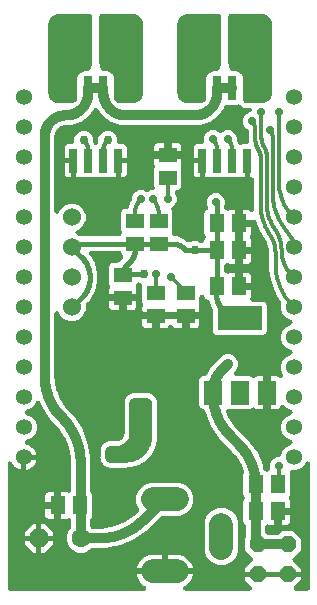
<source format=gbr>
G04 EAGLE Gerber RS-274X export*
G75*
%MOIN*%
%FSLAX25Y25*%
%LPD*%
%INBottom Copper*%
%IPPOS*%
%AMOC8*
5,1,8,0,0,1.08239X$1,22.5*%
G01*
%ADD10C,0.078740*%
%ADD11P,0.068191X8X202.500000*%
%ADD12C,0.063000*%
%ADD13R,0.051181X0.059055*%
%ADD14C,0.060000*%
%ADD15R,0.059055X0.078740*%
%ADD16R,0.149606X0.078740*%
%ADD17C,0.053465*%
%ADD18R,0.026000X0.080000*%
%ADD19R,0.059055X0.051181*%
%ADD20P,0.060614X8X22.500000*%
%ADD21C,0.060000*%
%ADD22C,0.032000*%
%ADD23C,0.035685*%
%ADD24P,0.030102X8X22.500000*%
%ADD25P,0.034364X8X22.500000*%
%ADD26C,0.027811*%
%ADD27C,0.012000*%
%ADD28C,0.031748*%
%ADD29C,0.029780*%
%ADD30C,0.016000*%

G36*
X47145Y1606D02*
X47145Y1606D01*
X47195Y1607D01*
X47223Y1613D01*
X47253Y1616D01*
X47300Y1631D01*
X47349Y1642D01*
X47376Y1654D01*
X47404Y1663D01*
X47448Y1687D01*
X47494Y1707D01*
X47518Y1724D01*
X47544Y1738D01*
X47582Y1770D01*
X47622Y1799D01*
X47643Y1821D01*
X47665Y1840D01*
X47697Y1879D01*
X47731Y1915D01*
X47746Y1940D01*
X47765Y1963D01*
X47788Y2008D01*
X47814Y2050D01*
X47824Y2078D01*
X47838Y2104D01*
X47851Y2152D01*
X47869Y2199D01*
X47873Y2228D01*
X47881Y2256D01*
X47885Y2306D01*
X47893Y2355D01*
X47892Y2385D01*
X47894Y2414D01*
X47889Y2464D01*
X47886Y2514D01*
X47879Y2542D01*
X47876Y2572D01*
X47860Y2619D01*
X47848Y2667D01*
X47836Y2694D01*
X47827Y2722D01*
X47802Y2766D01*
X47781Y2811D01*
X47763Y2835D01*
X47749Y2860D01*
X47716Y2898D01*
X47686Y2938D01*
X47664Y2958D01*
X47645Y2980D01*
X47606Y3011D01*
X47569Y3044D01*
X47539Y3062D01*
X47520Y3077D01*
X47494Y3090D01*
X47458Y3112D01*
X47161Y3264D01*
X46455Y3776D01*
X45839Y4392D01*
X45327Y5098D01*
X44931Y5874D01*
X44662Y6703D01*
X44612Y7016D01*
X53816Y7016D01*
X53823Y7017D01*
X53830Y7017D01*
X53902Y7025D01*
X53973Y7032D01*
X53980Y7034D01*
X53987Y7035D01*
X54003Y7040D01*
X54041Y7029D01*
X54048Y7029D01*
X54055Y7027D01*
X54184Y7016D01*
X63388Y7016D01*
X63338Y6703D01*
X63069Y5874D01*
X62673Y5098D01*
X62161Y4392D01*
X61545Y3776D01*
X60839Y3264D01*
X60542Y3112D01*
X60500Y3085D01*
X60456Y3062D01*
X60434Y3043D01*
X60409Y3027D01*
X60373Y2992D01*
X60335Y2960D01*
X60316Y2937D01*
X60295Y2916D01*
X60266Y2875D01*
X60235Y2837D01*
X60222Y2810D01*
X60205Y2786D01*
X60185Y2740D01*
X60162Y2696D01*
X60154Y2667D01*
X60142Y2640D01*
X60132Y2591D01*
X60119Y2544D01*
X60116Y2514D01*
X60110Y2485D01*
X60110Y2435D01*
X60106Y2386D01*
X60109Y2356D01*
X60109Y2327D01*
X60118Y2278D01*
X60124Y2228D01*
X60133Y2200D01*
X60139Y2171D01*
X60158Y2125D01*
X60173Y2078D01*
X60188Y2052D01*
X60199Y2024D01*
X60227Y1983D01*
X60251Y1940D01*
X60271Y1917D01*
X60287Y1893D01*
X60322Y1857D01*
X60355Y1820D01*
X60378Y1802D01*
X60399Y1781D01*
X60441Y1753D01*
X60480Y1723D01*
X60507Y1710D01*
X60532Y1693D01*
X60578Y1675D01*
X60622Y1652D01*
X60651Y1645D01*
X60678Y1633D01*
X60727Y1624D01*
X60775Y1611D01*
X60810Y1608D01*
X60834Y1604D01*
X60863Y1604D01*
X60905Y1601D01*
X82246Y1601D01*
X82250Y1601D01*
X82253Y1601D01*
X82329Y1609D01*
X82404Y1616D01*
X82407Y1618D01*
X82411Y1618D01*
X82483Y1641D01*
X82555Y1663D01*
X82558Y1665D01*
X82562Y1666D01*
X82629Y1703D01*
X82695Y1738D01*
X82697Y1741D01*
X82701Y1742D01*
X82759Y1792D01*
X82816Y1840D01*
X82819Y1843D01*
X82821Y1845D01*
X82868Y1904D01*
X82916Y1963D01*
X82917Y1967D01*
X82920Y1969D01*
X82954Y2037D01*
X82989Y2104D01*
X82990Y2108D01*
X82991Y2111D01*
X83012Y2184D01*
X83032Y2256D01*
X83033Y2260D01*
X83034Y2263D01*
X83039Y2340D01*
X83045Y2414D01*
X83045Y2418D01*
X83045Y2422D01*
X83035Y2497D01*
X83027Y2572D01*
X83026Y2575D01*
X83025Y2579D01*
X83001Y2650D01*
X82977Y2722D01*
X82976Y2726D01*
X82975Y2729D01*
X82937Y2794D01*
X82900Y2860D01*
X82897Y2863D01*
X82895Y2866D01*
X82811Y2965D01*
X80599Y5177D01*
X80599Y6101D01*
X84900Y6101D01*
X84907Y6101D01*
X84914Y6101D01*
X84986Y6109D01*
X84990Y6110D01*
X85100Y6101D01*
X94900Y6101D01*
X94907Y6101D01*
X94914Y6101D01*
X94986Y6109D01*
X94990Y6110D01*
X95100Y6101D01*
X99401Y6101D01*
X99401Y5177D01*
X97189Y2965D01*
X97186Y2962D01*
X97184Y2960D01*
X97136Y2901D01*
X97088Y2843D01*
X97087Y2839D01*
X97084Y2837D01*
X97049Y2769D01*
X97014Y2703D01*
X97013Y2699D01*
X97011Y2696D01*
X96990Y2623D01*
X96969Y2551D01*
X96969Y2547D01*
X96968Y2544D01*
X96962Y2469D01*
X96955Y2393D01*
X96955Y2389D01*
X96955Y2386D01*
X96964Y2311D01*
X96972Y2235D01*
X96973Y2232D01*
X96973Y2228D01*
X96997Y2156D01*
X97020Y2084D01*
X97021Y2081D01*
X97023Y2078D01*
X97060Y2011D01*
X97096Y1946D01*
X97099Y1943D01*
X97100Y1940D01*
X97150Y1882D01*
X97199Y1825D01*
X97202Y1823D01*
X97204Y1820D01*
X97264Y1773D01*
X97323Y1727D01*
X97327Y1725D01*
X97329Y1723D01*
X97398Y1689D01*
X97465Y1655D01*
X97468Y1654D01*
X97471Y1652D01*
X97545Y1633D01*
X97617Y1612D01*
X97621Y1612D01*
X97624Y1611D01*
X97754Y1601D01*
X101600Y1601D01*
X101607Y1601D01*
X101614Y1601D01*
X101686Y1609D01*
X101758Y1616D01*
X101765Y1619D01*
X101772Y1619D01*
X101840Y1642D01*
X101909Y1663D01*
X101915Y1666D01*
X101922Y1669D01*
X101986Y1704D01*
X102048Y1738D01*
X102054Y1743D01*
X102060Y1747D01*
X102115Y1794D01*
X102170Y1840D01*
X102175Y1846D01*
X102180Y1850D01*
X102224Y1907D01*
X102270Y1963D01*
X102273Y1970D01*
X102277Y1976D01*
X102309Y2040D01*
X102342Y2104D01*
X102344Y2111D01*
X102348Y2117D01*
X102366Y2187D01*
X102386Y2256D01*
X102387Y2264D01*
X102389Y2271D01*
X102399Y2400D01*
X102399Y43848D01*
X102399Y43850D01*
X102399Y43852D01*
X102391Y43928D01*
X102384Y44006D01*
X102383Y44008D01*
X102383Y44010D01*
X102360Y44083D01*
X102337Y44158D01*
X102336Y44159D01*
X102336Y44161D01*
X102298Y44229D01*
X102262Y44297D01*
X102260Y44298D01*
X102260Y44300D01*
X102210Y44359D01*
X102160Y44419D01*
X102159Y44420D01*
X102157Y44421D01*
X102097Y44469D01*
X102037Y44518D01*
X102035Y44519D01*
X102034Y44520D01*
X101966Y44554D01*
X101896Y44591D01*
X101894Y44591D01*
X101893Y44592D01*
X101819Y44613D01*
X101744Y44635D01*
X101742Y44635D01*
X101740Y44635D01*
X101663Y44641D01*
X101586Y44648D01*
X101584Y44647D01*
X101582Y44648D01*
X101505Y44638D01*
X101428Y44629D01*
X101427Y44628D01*
X101425Y44628D01*
X101352Y44604D01*
X101278Y44580D01*
X101276Y44579D01*
X101274Y44578D01*
X101208Y44541D01*
X101140Y44502D01*
X101138Y44501D01*
X101137Y44500D01*
X101079Y44449D01*
X101020Y44398D01*
X101019Y44397D01*
X101017Y44396D01*
X100971Y44335D01*
X100923Y44273D01*
X100922Y44271D01*
X100921Y44270D01*
X100862Y44154D01*
X100623Y43579D01*
X99421Y42377D01*
X97850Y41726D01*
X96493Y41726D01*
X96488Y41725D01*
X96483Y41726D01*
X96410Y41718D01*
X96336Y41710D01*
X96331Y41709D01*
X96325Y41708D01*
X96255Y41685D01*
X96184Y41664D01*
X96180Y41661D01*
X96174Y41660D01*
X96110Y41623D01*
X96045Y41588D01*
X96041Y41585D01*
X96036Y41582D01*
X95980Y41534D01*
X95923Y41487D01*
X95920Y41483D01*
X95916Y41479D01*
X95870Y41421D01*
X95824Y41363D01*
X95821Y41359D01*
X95818Y41354D01*
X95785Y41289D01*
X95751Y41223D01*
X95750Y41217D01*
X95747Y41213D01*
X95728Y41141D01*
X95707Y41070D01*
X95707Y41065D01*
X95705Y41060D01*
X95700Y40986D01*
X95694Y40912D01*
X95695Y40907D01*
X95695Y40902D01*
X95704Y40828D01*
X95713Y40755D01*
X95715Y40750D01*
X95715Y40745D01*
X95755Y40621D01*
X95900Y40271D01*
X95900Y33729D01*
X95656Y33141D01*
X95581Y33065D01*
X95576Y33059D01*
X95571Y33055D01*
X95526Y32998D01*
X95481Y32943D01*
X95477Y32936D01*
X95473Y32930D01*
X95440Y32866D01*
X95406Y32803D01*
X95404Y32795D01*
X95401Y32789D01*
X95382Y32720D01*
X95361Y32651D01*
X95360Y32643D01*
X95359Y32636D01*
X95353Y32565D01*
X95347Y32493D01*
X95348Y32486D01*
X95347Y32478D01*
X95356Y32407D01*
X95364Y32335D01*
X95366Y32328D01*
X95367Y32321D01*
X95390Y32253D01*
X95412Y32184D01*
X95415Y32178D01*
X95418Y32171D01*
X95454Y32108D01*
X95489Y32046D01*
X95493Y32040D01*
X95497Y32034D01*
X95521Y32005D01*
X95718Y31711D01*
X95838Y31420D01*
X95900Y31110D01*
X95900Y29279D01*
X92220Y29279D01*
X92213Y29278D01*
X92205Y29279D01*
X92134Y29270D01*
X92062Y29263D01*
X92055Y29261D01*
X92048Y29260D01*
X91979Y29238D01*
X91911Y29217D01*
X91904Y29213D01*
X91897Y29211D01*
X91834Y29175D01*
X91771Y29141D01*
X91766Y29136D01*
X91759Y29133D01*
X91705Y29086D01*
X91650Y29040D01*
X91645Y29034D01*
X91640Y29029D01*
X91595Y28972D01*
X91550Y28916D01*
X91547Y28910D01*
X91543Y28904D01*
X91510Y28839D01*
X91477Y28775D01*
X91475Y28769D01*
X91472Y28762D01*
X91453Y28692D01*
X91434Y28623D01*
X91433Y28616D01*
X91431Y28609D01*
X91421Y28480D01*
X91421Y28320D01*
X91261Y28320D01*
X91253Y28319D01*
X91246Y28320D01*
X91175Y28311D01*
X91103Y28304D01*
X91096Y28302D01*
X91089Y28301D01*
X91020Y28279D01*
X90951Y28257D01*
X90945Y28254D01*
X90938Y28252D01*
X90875Y28216D01*
X90812Y28182D01*
X90807Y28177D01*
X90800Y28174D01*
X90746Y28126D01*
X90690Y28080D01*
X90686Y28075D01*
X90680Y28070D01*
X90636Y28013D01*
X90591Y27957D01*
X90588Y27951D01*
X90583Y27945D01*
X90551Y27880D01*
X90518Y27816D01*
X90516Y27809D01*
X90513Y27803D01*
X90494Y27733D01*
X90474Y27664D01*
X90474Y27657D01*
X90472Y27650D01*
X90461Y27520D01*
X90461Y23447D01*
X89023Y23447D01*
X88714Y23508D01*
X88566Y23570D01*
X88561Y23571D01*
X88556Y23574D01*
X88485Y23594D01*
X88414Y23615D01*
X88409Y23616D01*
X88403Y23617D01*
X88330Y23623D01*
X88256Y23630D01*
X88251Y23630D01*
X88245Y23630D01*
X88172Y23622D01*
X88099Y23614D01*
X88093Y23612D01*
X88088Y23612D01*
X88018Y23589D01*
X87947Y23567D01*
X87943Y23564D01*
X87937Y23562D01*
X87873Y23526D01*
X87808Y23491D01*
X87804Y23487D01*
X87800Y23484D01*
X87743Y23436D01*
X87687Y23389D01*
X87684Y23384D01*
X87680Y23381D01*
X87634Y23322D01*
X87588Y23265D01*
X87586Y23260D01*
X87583Y23256D01*
X87550Y23189D01*
X87516Y23124D01*
X87515Y23119D01*
X87512Y23114D01*
X87493Y23042D01*
X87473Y22971D01*
X87473Y22966D01*
X87471Y22961D01*
X87461Y22831D01*
X87461Y21094D01*
X87462Y21083D01*
X87461Y21073D01*
X87470Y21004D01*
X87476Y20936D01*
X87479Y20926D01*
X87481Y20915D01*
X87503Y20850D01*
X87523Y20785D01*
X87528Y20775D01*
X87531Y20765D01*
X87566Y20706D01*
X87598Y20646D01*
X87605Y20637D01*
X87611Y20628D01*
X87695Y20529D01*
X87789Y20435D01*
X87797Y20428D01*
X87804Y20420D01*
X87858Y20378D01*
X87911Y20334D01*
X87921Y20329D01*
X87929Y20323D01*
X87991Y20292D01*
X88051Y20260D01*
X88062Y20257D01*
X88071Y20252D01*
X88138Y20234D01*
X88203Y20215D01*
X88214Y20214D01*
X88224Y20211D01*
X88354Y20201D01*
X91646Y20201D01*
X91657Y20202D01*
X91668Y20201D01*
X91736Y20210D01*
X91804Y20216D01*
X91814Y20220D01*
X91825Y20221D01*
X91890Y20243D01*
X91955Y20263D01*
X91965Y20268D01*
X91975Y20272D01*
X92034Y20306D01*
X92095Y20338D01*
X92103Y20345D01*
X92112Y20351D01*
X92211Y20435D01*
X93177Y21401D01*
X96823Y21401D01*
X99401Y18823D01*
X99401Y15177D01*
X96789Y12565D01*
X96784Y12560D01*
X96779Y12555D01*
X96734Y12498D01*
X96688Y12443D01*
X96685Y12436D01*
X96680Y12431D01*
X96648Y12366D01*
X96614Y12303D01*
X96612Y12296D01*
X96609Y12289D01*
X96589Y12219D01*
X96569Y12151D01*
X96568Y12144D01*
X96566Y12137D01*
X96561Y12064D01*
X96555Y11993D01*
X96555Y11986D01*
X96555Y11978D01*
X96564Y11907D01*
X96572Y11835D01*
X96574Y11828D01*
X96575Y11821D01*
X96598Y11753D01*
X96620Y11684D01*
X96623Y11678D01*
X96625Y11671D01*
X96661Y11609D01*
X96696Y11546D01*
X96701Y11540D01*
X96705Y11534D01*
X96789Y11435D01*
X99401Y8823D01*
X99401Y7899D01*
X95100Y7899D01*
X95093Y7899D01*
X95086Y7899D01*
X95015Y7891D01*
X95010Y7890D01*
X94900Y7899D01*
X85100Y7899D01*
X85093Y7899D01*
X85086Y7899D01*
X85015Y7891D01*
X85010Y7890D01*
X84900Y7899D01*
X80599Y7899D01*
X80599Y8823D01*
X83211Y11435D01*
X83216Y11440D01*
X83221Y11445D01*
X83266Y11502D01*
X83312Y11557D01*
X83315Y11564D01*
X83319Y11569D01*
X83352Y11634D01*
X83386Y11697D01*
X83388Y11704D01*
X83391Y11711D01*
X83411Y11780D01*
X83431Y11849D01*
X83432Y11856D01*
X83434Y11863D01*
X83439Y11936D01*
X83445Y12007D01*
X83445Y12014D01*
X83445Y12022D01*
X83436Y12093D01*
X83428Y12165D01*
X83426Y12172D01*
X83425Y12179D01*
X83402Y12247D01*
X83380Y12316D01*
X83377Y12322D01*
X83375Y12329D01*
X83338Y12391D01*
X83304Y12454D01*
X83299Y12460D01*
X83295Y12466D01*
X83211Y12565D01*
X80599Y15177D01*
X80599Y18823D01*
X80825Y19049D01*
X80832Y19057D01*
X80840Y19064D01*
X80882Y19118D01*
X80925Y19171D01*
X80930Y19181D01*
X80937Y19189D01*
X80968Y19251D01*
X81000Y19311D01*
X81003Y19321D01*
X81008Y19331D01*
X81025Y19398D01*
X81045Y19463D01*
X81046Y19474D01*
X81049Y19484D01*
X81059Y19614D01*
X81059Y23094D01*
X81058Y23105D01*
X81059Y23116D01*
X81050Y23183D01*
X81043Y23252D01*
X81040Y23262D01*
X81039Y23273D01*
X81017Y23338D01*
X80997Y23403D01*
X80992Y23413D01*
X80988Y23423D01*
X80954Y23482D01*
X80921Y23543D01*
X80914Y23551D01*
X80909Y23560D01*
X80825Y23659D01*
X80344Y24140D01*
X80100Y24729D01*
X80100Y31271D01*
X80344Y31859D01*
X80419Y31935D01*
X80424Y31940D01*
X80429Y31945D01*
X80474Y32002D01*
X80519Y32057D01*
X80523Y32064D01*
X80527Y32069D01*
X80560Y32134D01*
X80594Y32197D01*
X80596Y32204D01*
X80599Y32211D01*
X80618Y32280D01*
X80639Y32349D01*
X80640Y32357D01*
X80641Y32363D01*
X80647Y32435D01*
X80653Y32507D01*
X80652Y32514D01*
X80653Y32522D01*
X80644Y32593D01*
X80636Y32665D01*
X80634Y32672D01*
X80633Y32679D01*
X80610Y32747D01*
X80588Y32816D01*
X80585Y32822D01*
X80582Y32829D01*
X80546Y32891D01*
X80511Y32954D01*
X80507Y32960D01*
X80503Y32966D01*
X80419Y33065D01*
X80344Y33141D01*
X80100Y33729D01*
X80100Y40271D01*
X80372Y40927D01*
X80375Y40939D01*
X80380Y40949D01*
X80398Y41015D01*
X80418Y41079D01*
X80419Y41091D01*
X80422Y41102D01*
X80426Y41170D01*
X80433Y41237D01*
X80431Y41249D01*
X80432Y41260D01*
X80417Y41389D01*
X80411Y41419D01*
X80407Y41432D01*
X80406Y41445D01*
X80366Y41569D01*
X79264Y44229D01*
X79258Y44241D01*
X79253Y44254D01*
X79190Y44367D01*
X77591Y46761D01*
X77574Y46782D01*
X77518Y46854D01*
X76551Y47922D01*
X76538Y47933D01*
X76524Y47950D01*
X73160Y51313D01*
X72063Y52410D01*
X69456Y56313D01*
X67660Y60649D01*
X67507Y61417D01*
X67504Y61425D01*
X67504Y61433D01*
X67481Y61501D01*
X67461Y61569D01*
X67457Y61576D01*
X67454Y61584D01*
X67419Y61646D01*
X67386Y61708D01*
X67380Y61715D01*
X67376Y61722D01*
X67330Y61776D01*
X67284Y61830D01*
X67278Y61835D01*
X67273Y61842D01*
X67216Y61885D01*
X67161Y61930D01*
X67154Y61934D01*
X67147Y61939D01*
X67084Y61970D01*
X67021Y62003D01*
X67013Y62005D01*
X67005Y62009D01*
X66937Y62028D01*
X66868Y62047D01*
X66860Y62048D01*
X66852Y62050D01*
X66723Y62061D01*
X66674Y62061D01*
X66085Y62304D01*
X65635Y62755D01*
X65391Y63343D01*
X65391Y71854D01*
X65635Y72442D01*
X66085Y72892D01*
X66674Y73136D01*
X67361Y73136D01*
X67397Y73140D01*
X67433Y73139D01*
X67476Y73148D01*
X67519Y73152D01*
X67554Y73162D01*
X67589Y73169D01*
X67629Y73186D01*
X67671Y73198D01*
X67702Y73216D01*
X67736Y73229D01*
X67772Y73253D01*
X67810Y73274D01*
X67838Y73297D01*
X67868Y73317D01*
X67898Y73348D01*
X67932Y73375D01*
X67954Y73403D01*
X67980Y73429D01*
X68011Y73473D01*
X68031Y73499D01*
X68040Y73515D01*
X68054Y73536D01*
X69480Y76007D01*
X70192Y76719D01*
X71834Y78360D01*
X71842Y78370D01*
X71851Y78378D01*
X71892Y78431D01*
X71934Y78483D01*
X71940Y78494D01*
X71948Y78504D01*
X72007Y78620D01*
X72130Y78917D01*
X73083Y79870D01*
X74327Y80385D01*
X75673Y80385D01*
X76917Y79870D01*
X77870Y78917D01*
X78385Y77673D01*
X78385Y76327D01*
X77870Y75083D01*
X77288Y74501D01*
X77285Y74498D01*
X77283Y74495D01*
X77236Y74437D01*
X77187Y74378D01*
X77186Y74375D01*
X77183Y74372D01*
X77148Y74304D01*
X77113Y74238D01*
X77112Y74235D01*
X77110Y74231D01*
X77089Y74158D01*
X77068Y74086D01*
X77068Y74082D01*
X77067Y74079D01*
X77060Y74004D01*
X77054Y73928D01*
X77054Y73925D01*
X77054Y73921D01*
X77063Y73846D01*
X77071Y73771D01*
X77072Y73767D01*
X77072Y73764D01*
X77096Y73692D01*
X77119Y73620D01*
X77120Y73616D01*
X77121Y73613D01*
X77159Y73547D01*
X77195Y73481D01*
X77198Y73478D01*
X77199Y73475D01*
X77249Y73418D01*
X77298Y73360D01*
X77301Y73358D01*
X77303Y73355D01*
X77363Y73309D01*
X77422Y73262D01*
X77426Y73260D01*
X77428Y73258D01*
X77496Y73224D01*
X77564Y73190D01*
X77567Y73189D01*
X77570Y73188D01*
X77644Y73168D01*
X77716Y73148D01*
X77720Y73148D01*
X77723Y73147D01*
X77853Y73136D01*
X82271Y73136D01*
X82859Y72892D01*
X82962Y72790D01*
X82968Y72785D01*
X82973Y72779D01*
X83029Y72735D01*
X83085Y72689D01*
X83091Y72686D01*
X83097Y72681D01*
X83161Y72649D01*
X83225Y72615D01*
X83232Y72613D01*
X83238Y72610D01*
X83308Y72590D01*
X83377Y72570D01*
X83384Y72569D01*
X83391Y72567D01*
X83463Y72562D01*
X83535Y72555D01*
X83542Y72556D01*
X83549Y72556D01*
X83621Y72565D01*
X83692Y72573D01*
X83699Y72575D01*
X83706Y72576D01*
X83775Y72599D01*
X83843Y72620D01*
X83850Y72624D01*
X83857Y72626D01*
X83919Y72662D01*
X83982Y72697D01*
X83988Y72702D01*
X83994Y72706D01*
X84073Y72773D01*
X84344Y72954D01*
X84635Y73075D01*
X84945Y73136D01*
X86579Y73136D01*
X86579Y68275D01*
X86580Y68268D01*
X86580Y68261D01*
X86588Y68189D01*
X86595Y68117D01*
X86597Y68110D01*
X86598Y68103D01*
X86621Y68035D01*
X86642Y67966D01*
X86645Y67959D01*
X86647Y67953D01*
X86683Y67889D01*
X86717Y67826D01*
X86722Y67821D01*
X86725Y67815D01*
X86773Y67760D01*
X86819Y67705D01*
X86824Y67700D01*
X86829Y67695D01*
X86886Y67651D01*
X86942Y67605D01*
X86949Y67602D01*
X86954Y67598D01*
X86955Y67597D01*
X86930Y67584D01*
X86925Y67579D01*
X86918Y67575D01*
X86864Y67528D01*
X86809Y67482D01*
X86804Y67476D01*
X86799Y67472D01*
X86754Y67415D01*
X86709Y67359D01*
X86706Y67352D01*
X86701Y67346D01*
X86669Y67282D01*
X86636Y67218D01*
X86634Y67211D01*
X86631Y67204D01*
X86612Y67134D01*
X86592Y67066D01*
X86592Y67058D01*
X86590Y67051D01*
X86579Y66922D01*
X86579Y62061D01*
X84945Y62061D01*
X84635Y62122D01*
X84344Y62243D01*
X84080Y62420D01*
X84026Y62462D01*
X83970Y62508D01*
X83964Y62511D01*
X83958Y62516D01*
X83894Y62548D01*
X83830Y62582D01*
X83823Y62584D01*
X83817Y62587D01*
X83747Y62607D01*
X83678Y62627D01*
X83671Y62628D01*
X83664Y62630D01*
X83592Y62635D01*
X83520Y62641D01*
X83513Y62641D01*
X83506Y62641D01*
X83435Y62632D01*
X83363Y62624D01*
X83356Y62622D01*
X83349Y62621D01*
X83281Y62598D01*
X83212Y62576D01*
X83205Y62573D01*
X83199Y62571D01*
X83136Y62535D01*
X83073Y62500D01*
X83068Y62495D01*
X83061Y62491D01*
X82962Y62407D01*
X82859Y62304D01*
X82271Y62061D01*
X75729Y62061D01*
X75534Y62141D01*
X75530Y62143D01*
X75527Y62144D01*
X75454Y62165D01*
X75382Y62187D01*
X75378Y62188D01*
X75375Y62189D01*
X75300Y62195D01*
X75224Y62202D01*
X75221Y62202D01*
X75217Y62202D01*
X75142Y62194D01*
X75067Y62186D01*
X75063Y62185D01*
X75060Y62184D01*
X74988Y62161D01*
X74915Y62139D01*
X74912Y62137D01*
X74909Y62136D01*
X74843Y62099D01*
X74776Y62063D01*
X74774Y62060D01*
X74771Y62059D01*
X74713Y62009D01*
X74655Y61961D01*
X74653Y61958D01*
X74650Y61955D01*
X74604Y61896D01*
X74556Y61837D01*
X74555Y61833D01*
X74553Y61831D01*
X74519Y61763D01*
X74484Y61696D01*
X74483Y61692D01*
X74482Y61689D01*
X74462Y61616D01*
X74441Y61543D01*
X74441Y61540D01*
X74440Y61536D01*
X74435Y61461D01*
X74429Y61385D01*
X74429Y61382D01*
X74429Y61378D01*
X74439Y61303D01*
X74448Y61228D01*
X74449Y61224D01*
X74450Y61221D01*
X74490Y61097D01*
X75170Y59455D01*
X75176Y59444D01*
X75180Y59431D01*
X75243Y59317D01*
X77054Y56607D01*
X77071Y56586D01*
X77126Y56515D01*
X78222Y55306D01*
X78235Y55294D01*
X78249Y55277D01*
X81613Y51914D01*
X82574Y50952D01*
X84970Y47367D01*
X86619Y43384D01*
X86886Y42042D01*
X86889Y42032D01*
X86891Y42023D01*
X86912Y41957D01*
X86933Y41890D01*
X86937Y41882D01*
X86940Y41872D01*
X86975Y41812D01*
X87008Y41751D01*
X87014Y41743D01*
X87019Y41735D01*
X87065Y41682D01*
X87109Y41629D01*
X87117Y41623D01*
X87123Y41615D01*
X87178Y41573D01*
X87232Y41529D01*
X87241Y41525D01*
X87249Y41519D01*
X87365Y41459D01*
X87694Y41323D01*
X87704Y41320D01*
X87714Y41315D01*
X87780Y41297D01*
X87846Y41277D01*
X87857Y41276D01*
X87867Y41273D01*
X87935Y41268D01*
X88004Y41262D01*
X88014Y41263D01*
X88025Y41262D01*
X88093Y41271D01*
X88161Y41278D01*
X88172Y41282D01*
X88182Y41283D01*
X88306Y41323D01*
X88550Y41424D01*
X88556Y41427D01*
X88563Y41430D01*
X88626Y41465D01*
X88690Y41499D01*
X88695Y41503D01*
X88701Y41507D01*
X88756Y41554D01*
X88812Y41600D01*
X88816Y41605D01*
X88822Y41610D01*
X88866Y41667D01*
X88912Y41723D01*
X88915Y41729D01*
X88919Y41735D01*
X88952Y41799D01*
X88985Y41863D01*
X88987Y41870D01*
X88990Y41877D01*
X89009Y41946D01*
X89030Y42015D01*
X89030Y42022D01*
X89032Y42029D01*
X89037Y42101D01*
X89043Y42173D01*
X89042Y42180D01*
X89043Y42187D01*
X89034Y42258D01*
X89025Y42331D01*
X89023Y42337D01*
X89022Y42345D01*
X89009Y42387D01*
X89009Y43595D01*
X89464Y44694D01*
X90306Y45536D01*
X91405Y45991D01*
X91927Y45991D01*
X91934Y45992D01*
X91941Y45991D01*
X92013Y46000D01*
X92084Y46007D01*
X92091Y46009D01*
X92098Y46010D01*
X92167Y46032D01*
X92236Y46054D01*
X92242Y46057D01*
X92249Y46059D01*
X92312Y46095D01*
X92375Y46129D01*
X92381Y46134D01*
X92387Y46137D01*
X92442Y46184D01*
X92497Y46230D01*
X92501Y46236D01*
X92507Y46241D01*
X92551Y46298D01*
X92596Y46354D01*
X92600Y46360D01*
X92604Y46366D01*
X92636Y46431D01*
X92669Y46495D01*
X92671Y46502D01*
X92674Y46508D01*
X92693Y46578D01*
X92713Y46647D01*
X92714Y46654D01*
X92715Y46661D01*
X92726Y46791D01*
X92726Y46850D01*
X93377Y48421D01*
X94579Y49623D01*
X96120Y50262D01*
X96123Y50263D01*
X96127Y50264D01*
X96194Y50301D01*
X96260Y50336D01*
X96262Y50339D01*
X96266Y50340D01*
X96323Y50389D01*
X96382Y50437D01*
X96384Y50440D01*
X96387Y50443D01*
X96434Y50501D01*
X96482Y50560D01*
X96483Y50564D01*
X96486Y50566D01*
X96520Y50634D01*
X96555Y50701D01*
X96556Y50704D01*
X96558Y50707D01*
X96579Y50780D01*
X96600Y50853D01*
X96600Y50856D01*
X96601Y50860D01*
X96607Y50935D01*
X96613Y51011D01*
X96613Y51014D01*
X96613Y51018D01*
X96604Y51092D01*
X96595Y51168D01*
X96594Y51172D01*
X96594Y51175D01*
X96570Y51246D01*
X96547Y51319D01*
X96545Y51322D01*
X96544Y51326D01*
X96507Y51391D01*
X96470Y51457D01*
X96467Y51460D01*
X96465Y51463D01*
X96416Y51520D01*
X96366Y51578D01*
X96364Y51580D01*
X96361Y51583D01*
X96301Y51629D01*
X96242Y51675D01*
X96238Y51677D01*
X96236Y51679D01*
X96120Y51738D01*
X94579Y52377D01*
X93377Y53579D01*
X92726Y55150D01*
X92726Y56850D01*
X93377Y58421D01*
X94579Y59623D01*
X96120Y60262D01*
X96123Y60263D01*
X96127Y60264D01*
X96194Y60301D01*
X96260Y60336D01*
X96262Y60339D01*
X96266Y60340D01*
X96323Y60389D01*
X96382Y60437D01*
X96384Y60440D01*
X96387Y60443D01*
X96434Y60501D01*
X96482Y60560D01*
X96483Y60564D01*
X96486Y60566D01*
X96520Y60634D01*
X96555Y60701D01*
X96556Y60704D01*
X96558Y60707D01*
X96579Y60780D01*
X96600Y60853D01*
X96600Y60856D01*
X96601Y60860D01*
X96607Y60935D01*
X96613Y61011D01*
X96613Y61014D01*
X96613Y61018D01*
X96604Y61093D01*
X96595Y61168D01*
X96594Y61172D01*
X96594Y61175D01*
X96570Y61246D01*
X96547Y61319D01*
X96545Y61322D01*
X96544Y61326D01*
X96507Y61391D01*
X96470Y61457D01*
X96467Y61460D01*
X96465Y61463D01*
X96416Y61520D01*
X96366Y61578D01*
X96364Y61580D01*
X96361Y61583D01*
X96301Y61629D01*
X96242Y61675D01*
X96238Y61677D01*
X96236Y61679D01*
X96120Y61738D01*
X94579Y62377D01*
X93749Y63207D01*
X93744Y63211D01*
X93741Y63215D01*
X93683Y63261D01*
X93626Y63308D01*
X93621Y63310D01*
X93617Y63314D01*
X93551Y63347D01*
X93486Y63382D01*
X93481Y63383D01*
X93476Y63386D01*
X93405Y63406D01*
X93334Y63427D01*
X93329Y63427D01*
X93323Y63429D01*
X93250Y63435D01*
X93176Y63441D01*
X93171Y63441D01*
X93165Y63441D01*
X93092Y63432D01*
X93019Y63424D01*
X93013Y63422D01*
X93008Y63422D01*
X92938Y63399D01*
X92868Y63376D01*
X92863Y63374D01*
X92858Y63372D01*
X92794Y63335D01*
X92729Y63300D01*
X92725Y63296D01*
X92720Y63293D01*
X92665Y63245D01*
X92608Y63197D01*
X92605Y63193D01*
X92601Y63189D01*
X92556Y63131D01*
X92510Y63073D01*
X92507Y63068D01*
X92504Y63063D01*
X92445Y62948D01*
X92426Y62903D01*
X92251Y62641D01*
X92028Y62418D01*
X91766Y62243D01*
X91475Y62122D01*
X91166Y62061D01*
X89531Y62061D01*
X89531Y66922D01*
X89530Y66929D01*
X89531Y66936D01*
X89522Y67008D01*
X89515Y67080D01*
X89513Y67087D01*
X89512Y67094D01*
X89490Y67162D01*
X89469Y67231D01*
X89465Y67237D01*
X89463Y67244D01*
X89427Y67307D01*
X89393Y67370D01*
X89388Y67376D01*
X89385Y67382D01*
X89338Y67437D01*
X89292Y67492D01*
X89286Y67497D01*
X89281Y67502D01*
X89224Y67546D01*
X89168Y67591D01*
X89162Y67595D01*
X89156Y67599D01*
X89155Y67600D01*
X89180Y67613D01*
X89186Y67618D01*
X89192Y67621D01*
X89247Y67669D01*
X89302Y67715D01*
X89306Y67720D01*
X89312Y67725D01*
X89356Y67782D01*
X89401Y67838D01*
X89404Y67845D01*
X89409Y67850D01*
X89441Y67915D01*
X89474Y67979D01*
X89476Y67986D01*
X89479Y67992D01*
X89498Y68062D01*
X89518Y68131D01*
X89518Y68138D01*
X89520Y68145D01*
X89531Y68275D01*
X89531Y73136D01*
X91166Y73136D01*
X91475Y73075D01*
X91766Y72954D01*
X92028Y72779D01*
X92055Y72752D01*
X92056Y72751D01*
X92057Y72750D01*
X92116Y72702D01*
X92177Y72652D01*
X92179Y72651D01*
X92180Y72650D01*
X92249Y72614D01*
X92317Y72578D01*
X92319Y72577D01*
X92321Y72576D01*
X92394Y72555D01*
X92469Y72533D01*
X92471Y72532D01*
X92473Y72532D01*
X92550Y72525D01*
X92627Y72518D01*
X92629Y72518D01*
X92631Y72518D01*
X92708Y72527D01*
X92785Y72535D01*
X92786Y72536D01*
X92788Y72536D01*
X92861Y72560D01*
X92936Y72583D01*
X92937Y72584D01*
X92939Y72585D01*
X93005Y72622D01*
X93074Y72660D01*
X93076Y72661D01*
X93077Y72662D01*
X93135Y72711D01*
X93195Y72763D01*
X93196Y72764D01*
X93198Y72765D01*
X93245Y72826D01*
X93293Y72887D01*
X93294Y72889D01*
X93295Y72890D01*
X93330Y72960D01*
X93365Y73028D01*
X93365Y73030D01*
X93366Y73032D01*
X93387Y73107D01*
X93407Y73181D01*
X93408Y73183D01*
X93408Y73184D01*
X93413Y73261D01*
X93419Y73339D01*
X93419Y73341D01*
X93419Y73343D01*
X93409Y73419D01*
X93399Y73496D01*
X93398Y73498D01*
X93398Y73500D01*
X93358Y73623D01*
X92726Y75150D01*
X92726Y76850D01*
X93377Y78421D01*
X94579Y79623D01*
X96120Y80262D01*
X96123Y80263D01*
X96127Y80264D01*
X96193Y80301D01*
X96260Y80336D01*
X96262Y80339D01*
X96266Y80340D01*
X96323Y80389D01*
X96382Y80437D01*
X96384Y80440D01*
X96387Y80442D01*
X96433Y80501D01*
X96482Y80560D01*
X96483Y80564D01*
X96486Y80566D01*
X96520Y80634D01*
X96555Y80701D01*
X96556Y80704D01*
X96558Y80707D01*
X96579Y80781D01*
X96600Y80853D01*
X96600Y80856D01*
X96601Y80860D01*
X96607Y80935D01*
X96613Y81011D01*
X96613Y81014D01*
X96613Y81018D01*
X96604Y81093D01*
X96595Y81168D01*
X96594Y81172D01*
X96594Y81175D01*
X96570Y81247D01*
X96547Y81319D01*
X96545Y81322D01*
X96544Y81326D01*
X96507Y81391D01*
X96470Y81457D01*
X96467Y81460D01*
X96465Y81463D01*
X96416Y81520D01*
X96366Y81578D01*
X96364Y81580D01*
X96361Y81583D01*
X96301Y81629D01*
X96242Y81675D01*
X96238Y81677D01*
X96236Y81679D01*
X96120Y81738D01*
X94579Y82377D01*
X93377Y83579D01*
X92726Y85150D01*
X92726Y86850D01*
X93377Y88421D01*
X94579Y89623D01*
X96120Y90262D01*
X96123Y90263D01*
X96127Y90264D01*
X96193Y90301D01*
X96260Y90336D01*
X96262Y90339D01*
X96266Y90340D01*
X96324Y90390D01*
X96382Y90437D01*
X96384Y90440D01*
X96387Y90442D01*
X96434Y90502D01*
X96482Y90560D01*
X96483Y90564D01*
X96486Y90566D01*
X96520Y90634D01*
X96555Y90701D01*
X96556Y90704D01*
X96558Y90707D01*
X96579Y90781D01*
X96600Y90853D01*
X96600Y90856D01*
X96601Y90860D01*
X96607Y90935D01*
X96613Y91011D01*
X96613Y91014D01*
X96613Y91018D01*
X96604Y91093D01*
X96595Y91168D01*
X96594Y91172D01*
X96594Y91175D01*
X96570Y91246D01*
X96547Y91319D01*
X96545Y91322D01*
X96544Y91326D01*
X96507Y91391D01*
X96470Y91457D01*
X96467Y91460D01*
X96465Y91463D01*
X96415Y91521D01*
X96366Y91578D01*
X96364Y91580D01*
X96361Y91583D01*
X96301Y91629D01*
X96242Y91675D01*
X96238Y91677D01*
X96236Y91679D01*
X96120Y91738D01*
X94579Y92377D01*
X93377Y93579D01*
X92726Y95150D01*
X92726Y96850D01*
X92784Y96991D01*
X92787Y97001D01*
X92792Y97010D01*
X92810Y97076D01*
X92830Y97143D01*
X92831Y97153D01*
X92834Y97162D01*
X92839Y97231D01*
X92845Y97301D01*
X92844Y97311D01*
X92845Y97320D01*
X92836Y97389D01*
X92829Y97458D01*
X92826Y97468D01*
X92825Y97478D01*
X92802Y97543D01*
X92782Y97610D01*
X92777Y97618D01*
X92774Y97628D01*
X92711Y97741D01*
X91336Y99798D01*
X89607Y103972D01*
X88726Y108403D01*
X88726Y114000D01*
X88724Y114023D01*
X88724Y114056D01*
X88643Y115215D01*
X88640Y115233D01*
X88640Y115252D01*
X88620Y115350D01*
X88617Y115371D01*
X88615Y115375D01*
X88615Y115379D01*
X87978Y117609D01*
X87971Y117626D01*
X87967Y117644D01*
X87928Y117736D01*
X87920Y117756D01*
X87918Y117759D01*
X87916Y117763D01*
X87372Y118791D01*
X87360Y118810D01*
X87345Y118839D01*
X87030Y119346D01*
X86805Y119707D01*
X86680Y119909D01*
X86366Y120414D01*
X86365Y120415D01*
X86365Y120416D01*
X85742Y121418D01*
X84439Y124769D01*
X84431Y124785D01*
X84426Y124802D01*
X84395Y124856D01*
X84367Y124910D01*
X84356Y124924D01*
X84348Y124940D01*
X84307Y124986D01*
X84269Y125035D01*
X84256Y125046D01*
X84244Y125060D01*
X84195Y125097D01*
X84148Y125137D01*
X84133Y125146D01*
X84119Y125157D01*
X84063Y125184D01*
X84010Y125214D01*
X83993Y125219D01*
X83977Y125227D01*
X83917Y125243D01*
X83859Y125262D01*
X83841Y125264D01*
X83824Y125268D01*
X83720Y125277D01*
X83701Y125279D01*
X83698Y125278D01*
X83694Y125279D01*
X80019Y125279D01*
X80019Y128553D01*
X81457Y128553D01*
X81766Y128492D01*
X82057Y128371D01*
X82320Y128196D01*
X82435Y128081D01*
X82438Y128079D01*
X82440Y128076D01*
X82499Y128028D01*
X82557Y127981D01*
X82561Y127979D01*
X82563Y127977D01*
X82631Y127941D01*
X82697Y127906D01*
X82701Y127905D01*
X82704Y127904D01*
X82777Y127883D01*
X82849Y127861D01*
X82853Y127861D01*
X82856Y127860D01*
X82931Y127854D01*
X83007Y127847D01*
X83011Y127847D01*
X83014Y127847D01*
X83089Y127856D01*
X83165Y127864D01*
X83168Y127865D01*
X83172Y127865D01*
X83244Y127889D01*
X83316Y127912D01*
X83319Y127914D01*
X83322Y127915D01*
X83389Y127952D01*
X83454Y127989D01*
X83457Y127991D01*
X83460Y127993D01*
X83518Y128042D01*
X83575Y128091D01*
X83577Y128094D01*
X83580Y128096D01*
X83627Y128156D01*
X83673Y128216D01*
X83675Y128219D01*
X83677Y128222D01*
X83711Y128290D01*
X83745Y128357D01*
X83746Y128360D01*
X83748Y128364D01*
X83767Y128438D01*
X83788Y128509D01*
X83788Y128513D01*
X83789Y128517D01*
X83799Y128646D01*
X83799Y138500D01*
X83799Y138507D01*
X83799Y138514D01*
X83791Y138586D01*
X83784Y138658D01*
X83781Y138665D01*
X83781Y138672D01*
X83758Y138740D01*
X83737Y138809D01*
X83734Y138815D01*
X83731Y138822D01*
X83696Y138886D01*
X83662Y138948D01*
X83657Y138954D01*
X83653Y138960D01*
X83606Y139015D01*
X83560Y139070D01*
X83554Y139075D01*
X83550Y139080D01*
X83493Y139124D01*
X83437Y139170D01*
X83430Y139173D01*
X83424Y139177D01*
X83360Y139209D01*
X83296Y139242D01*
X83289Y139244D01*
X83283Y139248D01*
X83213Y139266D01*
X83144Y139286D01*
X83136Y139287D01*
X83129Y139289D01*
X83000Y139299D01*
X82299Y139299D01*
X82299Y144900D01*
X82299Y144907D01*
X82299Y144914D01*
X82291Y144985D01*
X82284Y145058D01*
X82281Y145064D01*
X82281Y145072D01*
X82258Y145140D01*
X82237Y145209D01*
X82234Y145215D01*
X82231Y145222D01*
X82196Y145285D01*
X82162Y145348D01*
X82157Y145354D01*
X82153Y145360D01*
X82106Y145415D01*
X82060Y145470D01*
X82055Y145475D01*
X82050Y145480D01*
X81993Y145524D01*
X81937Y145569D01*
X81930Y145573D01*
X81925Y145577D01*
X81860Y145609D01*
X81796Y145642D01*
X81789Y145644D01*
X81783Y145648D01*
X81713Y145666D01*
X81644Y145686D01*
X81637Y145687D01*
X81630Y145689D01*
X81500Y145699D01*
X81493Y145698D01*
X81486Y145699D01*
X81414Y145691D01*
X81342Y145683D01*
X81335Y145681D01*
X81328Y145680D01*
X81260Y145658D01*
X81191Y145637D01*
X81184Y145633D01*
X81178Y145631D01*
X81114Y145596D01*
X81051Y145561D01*
X81046Y145557D01*
X81040Y145553D01*
X80985Y145506D01*
X80930Y145460D01*
X80925Y145454D01*
X80920Y145450D01*
X80876Y145393D01*
X80830Y145336D01*
X80827Y145330D01*
X80823Y145324D01*
X80791Y145260D01*
X80757Y145196D01*
X80755Y145189D01*
X80752Y145182D01*
X80733Y145112D01*
X80714Y145043D01*
X80713Y145036D01*
X80711Y145029D01*
X80701Y144900D01*
X80701Y139299D01*
X80042Y139299D01*
X79733Y139361D01*
X79438Y139483D01*
X79380Y139512D01*
X79319Y139545D01*
X79310Y139547D01*
X79301Y139552D01*
X79234Y139570D01*
X79167Y139590D01*
X79157Y139591D01*
X79148Y139594D01*
X79079Y139598D01*
X79010Y139605D01*
X79000Y139604D01*
X78990Y139604D01*
X78921Y139595D01*
X78852Y139588D01*
X78843Y139585D01*
X78833Y139584D01*
X78709Y139544D01*
X78118Y139299D01*
X74882Y139299D01*
X74306Y139538D01*
X74296Y139541D01*
X74286Y139546D01*
X74220Y139564D01*
X74154Y139584D01*
X74143Y139585D01*
X74133Y139587D01*
X74065Y139592D01*
X73996Y139599D01*
X73986Y139597D01*
X73975Y139598D01*
X73907Y139589D01*
X73839Y139582D01*
X73828Y139579D01*
X73818Y139578D01*
X73694Y139538D01*
X73118Y139299D01*
X69882Y139299D01*
X69291Y139544D01*
X69282Y139547D01*
X69273Y139551D01*
X69206Y139570D01*
X69139Y139590D01*
X69129Y139591D01*
X69120Y139593D01*
X69051Y139598D01*
X68982Y139605D01*
X68972Y139604D01*
X68962Y139604D01*
X68893Y139595D01*
X68824Y139588D01*
X68815Y139585D01*
X68805Y139584D01*
X68739Y139562D01*
X68673Y139541D01*
X68664Y139536D01*
X68655Y139533D01*
X68572Y139487D01*
X68267Y139361D01*
X67958Y139299D01*
X67299Y139299D01*
X67299Y144900D01*
X67299Y144907D01*
X67299Y144914D01*
X67291Y144985D01*
X67284Y145058D01*
X67281Y145064D01*
X67281Y145072D01*
X67258Y145140D01*
X67237Y145209D01*
X67234Y145215D01*
X67231Y145222D01*
X67196Y145285D01*
X67162Y145348D01*
X67157Y145354D01*
X67153Y145360D01*
X67106Y145415D01*
X67060Y145470D01*
X67054Y145475D01*
X67050Y145480D01*
X66993Y145524D01*
X66936Y145570D01*
X66930Y145573D01*
X66924Y145577D01*
X66860Y145609D01*
X66796Y145643D01*
X66789Y145645D01*
X66782Y145648D01*
X66712Y145666D01*
X66643Y145686D01*
X66636Y145687D01*
X66629Y145689D01*
X66500Y145699D01*
X63599Y145699D01*
X63599Y149058D01*
X63661Y149367D01*
X63781Y149658D01*
X63957Y149920D01*
X64180Y150143D01*
X64442Y150319D01*
X64733Y150439D01*
X65042Y150501D01*
X66209Y150501D01*
X66217Y150501D01*
X66224Y150501D01*
X66295Y150509D01*
X66367Y150516D01*
X66374Y150519D01*
X66381Y150519D01*
X66450Y150542D01*
X66519Y150563D01*
X66525Y150566D01*
X66532Y150569D01*
X66595Y150604D01*
X66658Y150638D01*
X66663Y150643D01*
X66670Y150647D01*
X66725Y150694D01*
X66780Y150740D01*
X66784Y150746D01*
X66790Y150750D01*
X66834Y150807D01*
X66879Y150863D01*
X66882Y150870D01*
X66887Y150876D01*
X66919Y150940D01*
X66952Y151004D01*
X66954Y151011D01*
X66957Y151017D01*
X66976Y151087D01*
X66996Y151156D01*
X66996Y151164D01*
X66998Y151171D01*
X67009Y151300D01*
X67009Y152595D01*
X67464Y153694D01*
X68306Y154536D01*
X69405Y154991D01*
X70595Y154991D01*
X71694Y154536D01*
X71935Y154295D01*
X71940Y154291D01*
X71945Y154285D01*
X72002Y154241D01*
X72057Y154195D01*
X72064Y154192D01*
X72069Y154187D01*
X72134Y154155D01*
X72197Y154121D01*
X72204Y154119D01*
X72211Y154116D01*
X72280Y154096D01*
X72349Y154076D01*
X72356Y154075D01*
X72363Y154073D01*
X72435Y154068D01*
X72507Y154061D01*
X72514Y154062D01*
X72522Y154062D01*
X72593Y154071D01*
X72665Y154079D01*
X72672Y154081D01*
X72679Y154082D01*
X72747Y154105D01*
X72816Y154126D01*
X72822Y154130D01*
X72829Y154132D01*
X72891Y154168D01*
X72954Y154203D01*
X72960Y154208D01*
X72966Y154211D01*
X73065Y154295D01*
X73306Y154536D01*
X74405Y154991D01*
X75595Y154991D01*
X76694Y154536D01*
X77536Y153694D01*
X77991Y152595D01*
X77991Y151707D01*
X77993Y151694D01*
X77992Y151682D01*
X78000Y151616D01*
X78007Y151549D01*
X78011Y151537D01*
X78012Y151525D01*
X78052Y151401D01*
X78332Y150724D01*
X78336Y150718D01*
X78338Y150711D01*
X78373Y150648D01*
X78407Y150585D01*
X78412Y150579D01*
X78415Y150573D01*
X78462Y150518D01*
X78508Y150462D01*
X78514Y150458D01*
X78519Y150452D01*
X78575Y150408D01*
X78631Y150363D01*
X78638Y150359D01*
X78643Y150355D01*
X78708Y150322D01*
X78772Y150289D01*
X78779Y150287D01*
X78785Y150284D01*
X78855Y150265D01*
X78924Y150244D01*
X78931Y150244D01*
X78938Y150242D01*
X79010Y150237D01*
X79082Y150231D01*
X79089Y150232D01*
X79096Y150231D01*
X79167Y150241D01*
X79239Y150249D01*
X79246Y150251D01*
X79253Y150252D01*
X79377Y150292D01*
X79733Y150439D01*
X80042Y150501D01*
X81209Y150501D01*
X81217Y150501D01*
X81224Y150501D01*
X81295Y150509D01*
X81367Y150516D01*
X81374Y150519D01*
X81381Y150519D01*
X81450Y150542D01*
X81519Y150563D01*
X81525Y150566D01*
X81532Y150569D01*
X81595Y150604D01*
X81658Y150638D01*
X81663Y150643D01*
X81670Y150647D01*
X81725Y150694D01*
X81780Y150740D01*
X81784Y150746D01*
X81790Y150750D01*
X81834Y150807D01*
X81879Y150863D01*
X81882Y150870D01*
X81887Y150876D01*
X81919Y150940D01*
X81952Y151004D01*
X81954Y151011D01*
X81957Y151017D01*
X81976Y151087D01*
X81996Y151156D01*
X81996Y151164D01*
X81998Y151171D01*
X82009Y151300D01*
X82009Y154639D01*
X82008Y154648D01*
X82009Y154657D01*
X82000Y154726D01*
X81993Y154796D01*
X81990Y154805D01*
X81989Y154814D01*
X81967Y154881D01*
X81946Y154948D01*
X81942Y154956D01*
X81939Y154964D01*
X81904Y155026D01*
X81871Y155087D01*
X81865Y155094D01*
X81861Y155102D01*
X81814Y155155D01*
X81770Y155209D01*
X81763Y155215D01*
X81757Y155221D01*
X81701Y155264D01*
X81646Y155308D01*
X81638Y155312D01*
X81631Y155318D01*
X81515Y155377D01*
X81306Y155464D01*
X80464Y156306D01*
X80009Y157405D01*
X80009Y158595D01*
X80464Y159694D01*
X81306Y160536D01*
X82526Y161041D01*
X82535Y161046D01*
X82546Y161050D01*
X82605Y161084D01*
X82666Y161116D01*
X82674Y161123D01*
X82683Y161128D01*
X82735Y161173D01*
X82788Y161217D01*
X82795Y161226D01*
X82803Y161232D01*
X82844Y161287D01*
X82888Y161340D01*
X82893Y161350D01*
X82899Y161358D01*
X82958Y161474D01*
X82967Y161494D01*
X82968Y161499D01*
X82971Y161504D01*
X82991Y161575D01*
X83013Y161646D01*
X83013Y161651D01*
X83015Y161656D01*
X83021Y161730D01*
X83028Y161803D01*
X83027Y161809D01*
X83028Y161814D01*
X83019Y161887D01*
X83011Y161961D01*
X83010Y161966D01*
X83009Y161972D01*
X82986Y162042D01*
X82964Y162112D01*
X82962Y162117D01*
X82960Y162122D01*
X82923Y162187D01*
X82888Y162251D01*
X82885Y162255D01*
X82882Y162260D01*
X82834Y162316D01*
X82786Y162373D01*
X82782Y162376D01*
X82778Y162380D01*
X82720Y162425D01*
X82662Y162471D01*
X82657Y162474D01*
X82653Y162477D01*
X82587Y162510D01*
X82521Y162544D01*
X82516Y162545D01*
X82511Y162548D01*
X82439Y162567D01*
X82369Y162587D01*
X82363Y162587D01*
X82358Y162589D01*
X82229Y162599D01*
X80522Y162599D01*
X79640Y162965D01*
X79194Y163411D01*
X79187Y163416D01*
X79181Y163423D01*
X79126Y163467D01*
X79071Y163511D01*
X79063Y163515D01*
X79056Y163521D01*
X78994Y163552D01*
X78931Y163585D01*
X78923Y163588D01*
X78915Y163592D01*
X78847Y163611D01*
X78780Y163631D01*
X78771Y163631D01*
X78762Y163634D01*
X78692Y163638D01*
X78622Y163645D01*
X78613Y163644D01*
X78604Y163644D01*
X78534Y163635D01*
X78464Y163628D01*
X78456Y163625D01*
X78447Y163624D01*
X78323Y163584D01*
X78118Y163499D01*
X74882Y163499D01*
X74861Y163508D01*
X74824Y163519D01*
X74788Y163534D01*
X74748Y163542D01*
X74709Y163554D01*
X74670Y163557D01*
X74633Y163565D01*
X74592Y163565D01*
X74551Y163569D01*
X74513Y163565D01*
X74474Y163565D01*
X74434Y163557D01*
X74394Y163552D01*
X74357Y163541D01*
X74319Y163533D01*
X74281Y163517D01*
X74242Y163505D01*
X74208Y163487D01*
X74173Y163472D01*
X74139Y163449D01*
X74103Y163429D01*
X74074Y163404D01*
X74042Y163382D01*
X74013Y163353D01*
X73982Y163327D01*
X73958Y163297D01*
X73931Y163269D01*
X73909Y163235D01*
X73883Y163203D01*
X73866Y163169D01*
X73845Y163136D01*
X73825Y163090D01*
X73811Y163062D01*
X73805Y163042D01*
X73795Y163017D01*
X73653Y162581D01*
X71661Y159839D01*
X68919Y157847D01*
X65695Y156799D01*
X39305Y156799D01*
X36081Y157847D01*
X33339Y159839D01*
X31647Y162169D01*
X31611Y162209D01*
X31578Y162251D01*
X31559Y162268D01*
X31541Y162287D01*
X31499Y162319D01*
X31458Y162354D01*
X31435Y162367D01*
X31415Y162382D01*
X31366Y162405D01*
X31320Y162431D01*
X31295Y162439D01*
X31272Y162451D01*
X31220Y162464D01*
X31169Y162480D01*
X31143Y162483D01*
X31118Y162489D01*
X31065Y162492D01*
X31012Y162498D01*
X30986Y162496D01*
X30960Y162497D01*
X30907Y162489D01*
X30854Y162485D01*
X30829Y162477D01*
X30803Y162473D01*
X30753Y162455D01*
X30702Y162440D01*
X30679Y162428D01*
X30654Y162419D01*
X30608Y162392D01*
X30561Y162367D01*
X30541Y162351D01*
X30519Y162337D01*
X30479Y162301D01*
X30438Y162267D01*
X30418Y162244D01*
X30402Y162229D01*
X30384Y162205D01*
X30353Y162169D01*
X28661Y159839D01*
X25919Y157847D01*
X22695Y156799D01*
X21000Y156799D01*
X20974Y156797D01*
X20937Y156797D01*
X20468Y156760D01*
X20439Y156755D01*
X20410Y156753D01*
X20345Y156738D01*
X20312Y156732D01*
X20300Y156727D01*
X20284Y156723D01*
X19391Y156433D01*
X19336Y156409D01*
X19279Y156387D01*
X19261Y156376D01*
X19246Y156369D01*
X19219Y156350D01*
X19168Y156320D01*
X18409Y155768D01*
X18364Y155728D01*
X18317Y155690D01*
X18303Y155673D01*
X18291Y155663D01*
X18270Y155636D01*
X18232Y155591D01*
X17680Y154832D01*
X17650Y154780D01*
X17617Y154729D01*
X17609Y154709D01*
X17600Y154695D01*
X17590Y154663D01*
X17567Y154609D01*
X17277Y153716D01*
X17271Y153688D01*
X17261Y153660D01*
X17253Y153614D01*
X17250Y153602D01*
X17249Y153587D01*
X17243Y153561D01*
X17243Y153548D01*
X17240Y153532D01*
X17203Y153063D01*
X17204Y153037D01*
X17201Y153000D01*
X17201Y128040D01*
X17201Y128038D01*
X17201Y128036D01*
X17209Y127959D01*
X17216Y127882D01*
X17217Y127880D01*
X17217Y127879D01*
X17240Y127805D01*
X17263Y127731D01*
X17264Y127729D01*
X17264Y127727D01*
X17302Y127658D01*
X17338Y127591D01*
X17340Y127590D01*
X17340Y127588D01*
X17391Y127528D01*
X17440Y127470D01*
X17441Y127468D01*
X17442Y127467D01*
X17504Y127418D01*
X17563Y127370D01*
X17565Y127369D01*
X17566Y127368D01*
X17635Y127333D01*
X17704Y127297D01*
X17706Y127297D01*
X17707Y127296D01*
X17782Y127275D01*
X17856Y127254D01*
X17858Y127253D01*
X17860Y127253D01*
X17937Y127247D01*
X18014Y127241D01*
X18016Y127241D01*
X18018Y127241D01*
X18095Y127250D01*
X18172Y127259D01*
X18173Y127260D01*
X18175Y127260D01*
X18248Y127284D01*
X18322Y127308D01*
X18324Y127309D01*
X18326Y127310D01*
X18392Y127348D01*
X18460Y127386D01*
X18462Y127388D01*
X18463Y127388D01*
X18522Y127440D01*
X18580Y127490D01*
X18581Y127491D01*
X18583Y127493D01*
X18630Y127554D01*
X18677Y127615D01*
X18678Y127617D01*
X18679Y127618D01*
X18738Y127734D01*
X19100Y128606D01*
X20394Y129900D01*
X22085Y130601D01*
X23915Y130601D01*
X25606Y129900D01*
X26900Y128606D01*
X27601Y126915D01*
X27601Y125085D01*
X26900Y123394D01*
X25606Y122100D01*
X24734Y121738D01*
X24731Y121737D01*
X24727Y121736D01*
X24661Y121699D01*
X24594Y121664D01*
X24592Y121661D01*
X24588Y121660D01*
X24530Y121610D01*
X24472Y121563D01*
X24470Y121560D01*
X24467Y121558D01*
X24420Y121499D01*
X24372Y121440D01*
X24371Y121436D01*
X24368Y121434D01*
X24334Y121366D01*
X24299Y121299D01*
X24298Y121296D01*
X24296Y121293D01*
X24275Y121220D01*
X24254Y121147D01*
X24254Y121144D01*
X24253Y121140D01*
X24247Y121065D01*
X24241Y120989D01*
X24241Y120986D01*
X24241Y120982D01*
X24250Y120908D01*
X24258Y120832D01*
X24260Y120828D01*
X24260Y120825D01*
X24284Y120753D01*
X24307Y120681D01*
X24309Y120678D01*
X24310Y120674D01*
X24348Y120608D01*
X24384Y120543D01*
X24387Y120540D01*
X24388Y120537D01*
X24438Y120480D01*
X24487Y120422D01*
X24490Y120420D01*
X24493Y120417D01*
X24552Y120372D01*
X24612Y120325D01*
X24616Y120323D01*
X24618Y120321D01*
X24734Y120262D01*
X25606Y119900D01*
X25612Y119895D01*
X25620Y119888D01*
X25627Y119880D01*
X25681Y119838D01*
X25734Y119794D01*
X25744Y119789D01*
X25752Y119783D01*
X25814Y119752D01*
X25874Y119720D01*
X25885Y119717D01*
X25894Y119712D01*
X25961Y119694D01*
X26026Y119675D01*
X26037Y119674D01*
X26047Y119671D01*
X26177Y119661D01*
X38715Y119661D01*
X38724Y119661D01*
X38733Y119661D01*
X38803Y119669D01*
X38873Y119676D01*
X38881Y119679D01*
X38890Y119680D01*
X38957Y119702D01*
X39024Y119723D01*
X39032Y119727D01*
X39041Y119730D01*
X39102Y119765D01*
X39163Y119798D01*
X39170Y119804D01*
X39178Y119809D01*
X39231Y119855D01*
X39285Y119900D01*
X39291Y119907D01*
X39298Y119913D01*
X39340Y119968D01*
X39384Y120023D01*
X39389Y120031D01*
X39394Y120038D01*
X39453Y120154D01*
X39677Y120694D01*
X39680Y120704D01*
X39685Y120714D01*
X39703Y120780D01*
X39723Y120846D01*
X39724Y120857D01*
X39727Y120867D01*
X39731Y120935D01*
X39738Y121004D01*
X39737Y121014D01*
X39738Y121025D01*
X39729Y121093D01*
X39722Y121161D01*
X39718Y121171D01*
X39717Y121182D01*
X39677Y121306D01*
X39447Y121863D01*
X39447Y127618D01*
X39690Y128206D01*
X40140Y128656D01*
X40729Y128900D01*
X41331Y128900D01*
X41392Y128906D01*
X41453Y128909D01*
X41470Y128914D01*
X41488Y128916D01*
X41547Y128934D01*
X41606Y128949D01*
X41622Y128957D01*
X41640Y128962D01*
X41694Y128991D01*
X41749Y129018D01*
X41763Y129029D01*
X41779Y129038D01*
X41826Y129077D01*
X41875Y129114D01*
X41887Y129128D01*
X41901Y129139D01*
X41939Y129187D01*
X41980Y129233D01*
X41989Y129248D01*
X42000Y129263D01*
X42028Y129317D01*
X42059Y129370D01*
X42066Y129389D01*
X42073Y129403D01*
X42082Y129436D01*
X42103Y129492D01*
X42415Y130657D01*
X42902Y131500D01*
X42928Y131559D01*
X42957Y131617D01*
X42961Y131631D01*
X42967Y131645D01*
X42981Y131708D01*
X42998Y131770D01*
X42999Y131787D01*
X43002Y131799D01*
X43003Y131833D01*
X43009Y131900D01*
X43009Y132595D01*
X43464Y133694D01*
X44306Y134536D01*
X45405Y134991D01*
X46595Y134991D01*
X47694Y134536D01*
X47704Y134533D01*
X47714Y134528D01*
X47780Y134510D01*
X47846Y134490D01*
X47857Y134489D01*
X47867Y134486D01*
X47935Y134482D01*
X48004Y134475D01*
X48014Y134476D01*
X48025Y134476D01*
X48093Y134484D01*
X48161Y134492D01*
X48172Y134495D01*
X48182Y134496D01*
X48306Y134536D01*
X49405Y134991D01*
X49827Y134991D01*
X49832Y134992D01*
X49837Y134991D01*
X49911Y135000D01*
X49984Y135007D01*
X49989Y135009D01*
X49995Y135009D01*
X50065Y135032D01*
X50136Y135054D01*
X50140Y135056D01*
X50146Y135058D01*
X50210Y135094D01*
X50275Y135129D01*
X50279Y135132D01*
X50284Y135135D01*
X50340Y135183D01*
X50397Y135230D01*
X50400Y135235D01*
X50404Y135238D01*
X50450Y135296D01*
X50496Y135354D01*
X50499Y135359D01*
X50502Y135363D01*
X50535Y135429D01*
X50569Y135495D01*
X50570Y135500D01*
X50573Y135505D01*
X50592Y135576D01*
X50613Y135647D01*
X50613Y135652D01*
X50615Y135658D01*
X50620Y135731D01*
X50626Y135805D01*
X50625Y135810D01*
X50625Y135816D01*
X50616Y135889D01*
X50607Y135962D01*
X50605Y135967D01*
X50605Y135973D01*
X50565Y136096D01*
X50447Y136382D01*
X50447Y142137D01*
X50681Y142705D01*
X50684Y142714D01*
X50689Y142723D01*
X50707Y142790D01*
X50727Y142856D01*
X50728Y142866D01*
X50731Y142876D01*
X50736Y142945D01*
X50742Y143014D01*
X50741Y143024D01*
X50742Y143034D01*
X50733Y143102D01*
X50726Y143172D01*
X50723Y143181D01*
X50722Y143191D01*
X50699Y143257D01*
X50679Y143323D01*
X50674Y143332D01*
X50671Y143341D01*
X50639Y143398D01*
X50508Y143714D01*
X50447Y144023D01*
X50447Y145461D01*
X54520Y145461D01*
X54528Y145462D01*
X54535Y145461D01*
X54606Y145470D01*
X54678Y145477D01*
X54685Y145479D01*
X54692Y145480D01*
X54761Y145502D01*
X54830Y145524D01*
X54836Y145527D01*
X54843Y145529D01*
X54906Y145565D01*
X54969Y145599D01*
X54974Y145604D01*
X54981Y145607D01*
X55001Y145625D01*
X55043Y145591D01*
X55049Y145588D01*
X55055Y145583D01*
X55120Y145551D01*
X55184Y145518D01*
X55191Y145516D01*
X55197Y145513D01*
X55267Y145494D01*
X55336Y145474D01*
X55343Y145474D01*
X55350Y145472D01*
X55480Y145461D01*
X59553Y145461D01*
X59553Y144023D01*
X59492Y143714D01*
X59358Y143391D01*
X59351Y143376D01*
X59318Y143315D01*
X59315Y143305D01*
X59311Y143296D01*
X59292Y143229D01*
X59272Y143163D01*
X59271Y143153D01*
X59269Y143143D01*
X59264Y143074D01*
X59258Y143005D01*
X59259Y142995D01*
X59258Y142985D01*
X59267Y142917D01*
X59274Y142847D01*
X59277Y142838D01*
X59279Y142828D01*
X59319Y142705D01*
X59553Y142137D01*
X59553Y136382D01*
X59310Y135794D01*
X58859Y135344D01*
X58271Y135100D01*
X58060Y135100D01*
X58056Y135100D01*
X58053Y135100D01*
X57978Y135092D01*
X57902Y135084D01*
X57899Y135083D01*
X57895Y135083D01*
X57823Y135060D01*
X57751Y135038D01*
X57747Y135036D01*
X57744Y135035D01*
X57678Y134998D01*
X57611Y134962D01*
X57609Y134960D01*
X57605Y134958D01*
X57548Y134909D01*
X57490Y134861D01*
X57487Y134858D01*
X57485Y134856D01*
X57438Y134796D01*
X57390Y134737D01*
X57389Y134734D01*
X57386Y134731D01*
X57352Y134664D01*
X57317Y134597D01*
X57316Y134593D01*
X57315Y134590D01*
X57295Y134517D01*
X57274Y134444D01*
X57273Y134441D01*
X57272Y134437D01*
X57267Y134361D01*
X57261Y134286D01*
X57261Y134283D01*
X57261Y134279D01*
X57270Y134204D01*
X57279Y134129D01*
X57280Y134126D01*
X57281Y134122D01*
X57305Y134051D01*
X57328Y133978D01*
X57330Y133975D01*
X57331Y133972D01*
X57369Y133907D01*
X57406Y133840D01*
X57409Y133838D01*
X57411Y133835D01*
X57495Y133736D01*
X57536Y133694D01*
X57991Y132595D01*
X57991Y131405D01*
X57536Y130306D01*
X56694Y129464D01*
X56638Y129441D01*
X56633Y129438D01*
X56628Y129437D01*
X56563Y129401D01*
X56498Y129366D01*
X56494Y129362D01*
X56489Y129360D01*
X56433Y129312D01*
X56376Y129265D01*
X56373Y129261D01*
X56369Y129257D01*
X56323Y129199D01*
X56276Y129142D01*
X56274Y129137D01*
X56270Y129133D01*
X56237Y129067D01*
X56203Y129002D01*
X56201Y128996D01*
X56199Y128992D01*
X56179Y128920D01*
X56158Y128849D01*
X56158Y128844D01*
X56156Y128839D01*
X56151Y128764D01*
X56145Y128692D01*
X56145Y128686D01*
X56145Y128681D01*
X56154Y128607D01*
X56162Y128534D01*
X56164Y128529D01*
X56165Y128524D01*
X56188Y128454D01*
X56211Y128383D01*
X56214Y128379D01*
X56215Y128373D01*
X56252Y128310D01*
X56288Y128245D01*
X56292Y128241D01*
X56295Y128236D01*
X56300Y128230D01*
X56553Y127618D01*
X56553Y121863D01*
X56323Y121306D01*
X56320Y121296D01*
X56315Y121286D01*
X56297Y121219D01*
X56277Y121154D01*
X56276Y121143D01*
X56273Y121133D01*
X56268Y121065D01*
X56262Y120996D01*
X56263Y120986D01*
X56262Y120975D01*
X56271Y120907D01*
X56278Y120839D01*
X56282Y120828D01*
X56283Y120818D01*
X56323Y120694D01*
X56547Y120154D01*
X56551Y120146D01*
X56554Y120137D01*
X56588Y120076D01*
X56621Y120014D01*
X56627Y120007D01*
X56632Y120000D01*
X56678Y119946D01*
X56722Y119892D01*
X56729Y119886D01*
X56735Y119880D01*
X56791Y119837D01*
X56845Y119792D01*
X56853Y119788D01*
X56861Y119783D01*
X56924Y119751D01*
X56986Y119719D01*
X56994Y119716D01*
X57002Y119712D01*
X57071Y119694D01*
X57138Y119674D01*
X57147Y119673D01*
X57156Y119671D01*
X57285Y119661D01*
X58076Y119661D01*
X60907Y118488D01*
X61537Y117858D01*
X61544Y117852D01*
X61550Y117846D01*
X61605Y117802D01*
X61660Y117758D01*
X61668Y117753D01*
X61675Y117748D01*
X61738Y117716D01*
X61800Y117684D01*
X61808Y117681D01*
X61816Y117677D01*
X61884Y117658D01*
X61952Y117638D01*
X61960Y117638D01*
X61969Y117635D01*
X62039Y117630D01*
X62109Y117624D01*
X62118Y117625D01*
X62127Y117624D01*
X62197Y117634D01*
X62267Y117641D01*
X62275Y117644D01*
X62284Y117645D01*
X62408Y117685D01*
X63385Y118090D01*
X64615Y118090D01*
X65751Y117619D01*
X65804Y117578D01*
X65857Y117534D01*
X65863Y117531D01*
X65864Y117530D01*
X65868Y117529D01*
X65875Y117523D01*
X65937Y117492D01*
X65997Y117460D01*
X66003Y117459D01*
X66005Y117458D01*
X66010Y117456D01*
X66017Y117452D01*
X66084Y117434D01*
X66149Y117415D01*
X66154Y117415D01*
X66157Y117414D01*
X66163Y117413D01*
X66170Y117411D01*
X66300Y117401D01*
X66301Y117401D01*
X66304Y117401D01*
X66307Y117401D01*
X66311Y117401D01*
X66315Y117401D01*
X66387Y117409D01*
X66458Y117416D01*
X66462Y117418D01*
X66465Y117418D01*
X66467Y117419D01*
X66473Y117419D01*
X66541Y117442D01*
X66610Y117463D01*
X66614Y117465D01*
X66616Y117466D01*
X66617Y117467D01*
X66623Y117469D01*
X66686Y117504D01*
X66749Y117538D01*
X66754Y117542D01*
X66755Y117543D01*
X66761Y117547D01*
X66816Y117594D01*
X66871Y117640D01*
X66875Y117646D01*
X66881Y117650D01*
X66925Y117707D01*
X66970Y117763D01*
X66974Y117770D01*
X66978Y117776D01*
X67010Y117840D01*
X67043Y117904D01*
X67045Y117911D01*
X67048Y117917D01*
X67067Y117987D01*
X67087Y118056D01*
X67088Y118064D01*
X67089Y118071D01*
X67100Y118200D01*
X67100Y118271D01*
X67344Y118859D01*
X67419Y118935D01*
X67424Y118940D01*
X67429Y118945D01*
X67474Y119001D01*
X67519Y119057D01*
X67523Y119064D01*
X67527Y119069D01*
X67560Y119134D01*
X67594Y119197D01*
X67596Y119204D01*
X67599Y119211D01*
X67618Y119280D01*
X67639Y119349D01*
X67640Y119356D01*
X67641Y119363D01*
X67647Y119435D01*
X67653Y119507D01*
X67652Y119514D01*
X67653Y119522D01*
X67644Y119593D01*
X67636Y119665D01*
X67634Y119672D01*
X67633Y119679D01*
X67610Y119747D01*
X67588Y119816D01*
X67585Y119822D01*
X67582Y119829D01*
X67546Y119891D01*
X67511Y119954D01*
X67507Y119960D01*
X67503Y119966D01*
X67419Y120065D01*
X67344Y120140D01*
X67100Y120729D01*
X67100Y127271D01*
X67344Y127859D01*
X67794Y128310D01*
X67980Y128387D01*
X67986Y128390D01*
X67993Y128392D01*
X68056Y128428D01*
X68119Y128462D01*
X68125Y128466D01*
X68131Y128470D01*
X68186Y128517D01*
X68241Y128562D01*
X68246Y128568D01*
X68251Y128573D01*
X68296Y128629D01*
X68341Y128686D01*
X68345Y128692D01*
X68349Y128698D01*
X68381Y128762D01*
X68415Y128826D01*
X68417Y128833D01*
X68420Y128839D01*
X68439Y128909D01*
X68459Y128978D01*
X68460Y128985D01*
X68462Y128992D01*
X68467Y129064D01*
X68473Y129136D01*
X68472Y129143D01*
X68473Y129150D01*
X68463Y129221D01*
X68455Y129293D01*
X68453Y129300D01*
X68452Y129307D01*
X68412Y129431D01*
X68009Y130405D01*
X68009Y131595D01*
X68464Y132694D01*
X69306Y133536D01*
X70405Y133991D01*
X71595Y133991D01*
X72694Y133536D01*
X73536Y132694D01*
X73991Y131595D01*
X73991Y130405D01*
X73721Y129753D01*
X73718Y129741D01*
X73712Y129730D01*
X73695Y129665D01*
X73676Y129602D01*
X73674Y129589D01*
X73671Y129577D01*
X73661Y129448D01*
X73661Y129285D01*
X73661Y129276D01*
X73661Y129267D01*
X73669Y129197D01*
X73676Y129127D01*
X73679Y129119D01*
X73680Y129110D01*
X73702Y129043D01*
X73723Y128976D01*
X73727Y128968D01*
X73730Y128959D01*
X73765Y128898D01*
X73798Y128837D01*
X73804Y128830D01*
X73809Y128822D01*
X73855Y128769D01*
X73900Y128715D01*
X73907Y128709D01*
X73913Y128702D01*
X73968Y128660D01*
X74023Y128616D01*
X74031Y128611D01*
X74038Y128606D01*
X74154Y128547D01*
X74705Y128319D01*
X74714Y128316D01*
X74723Y128311D01*
X74790Y128293D01*
X74856Y128273D01*
X74866Y128272D01*
X74876Y128269D01*
X74945Y128264D01*
X75014Y128258D01*
X75024Y128259D01*
X75034Y128258D01*
X75102Y128267D01*
X75172Y128274D01*
X75181Y128277D01*
X75191Y128278D01*
X75257Y128301D01*
X75323Y128321D01*
X75332Y128326D01*
X75341Y128329D01*
X75398Y128361D01*
X75714Y128492D01*
X76023Y128553D01*
X77461Y128553D01*
X77461Y124480D01*
X77462Y124472D01*
X77461Y124465D01*
X77470Y124394D01*
X77477Y124322D01*
X77479Y124315D01*
X77480Y124308D01*
X77502Y124239D01*
X77524Y124170D01*
X77527Y124164D01*
X77529Y124157D01*
X77565Y124094D01*
X77599Y124031D01*
X77604Y124026D01*
X77607Y124019D01*
X77625Y123999D01*
X77591Y123957D01*
X77588Y123951D01*
X77583Y123945D01*
X77551Y123880D01*
X77518Y123816D01*
X77516Y123809D01*
X77513Y123803D01*
X77494Y123733D01*
X77474Y123664D01*
X77474Y123657D01*
X77472Y123650D01*
X77461Y123520D01*
X77461Y115480D01*
X77462Y115472D01*
X77461Y115465D01*
X77470Y115394D01*
X77477Y115322D01*
X77479Y115315D01*
X77480Y115308D01*
X77502Y115239D01*
X77524Y115170D01*
X77527Y115164D01*
X77529Y115157D01*
X77565Y115094D01*
X77599Y115031D01*
X77604Y115026D01*
X77607Y115019D01*
X77625Y114999D01*
X77591Y114957D01*
X77588Y114951D01*
X77583Y114945D01*
X77551Y114880D01*
X77518Y114816D01*
X77516Y114809D01*
X77513Y114803D01*
X77494Y114733D01*
X77474Y114664D01*
X77474Y114657D01*
X77472Y114650D01*
X77461Y114520D01*
X77461Y110447D01*
X76023Y110447D01*
X75714Y110508D01*
X75391Y110642D01*
X75376Y110649D01*
X75315Y110682D01*
X75305Y110685D01*
X75296Y110689D01*
X75229Y110708D01*
X75163Y110728D01*
X75153Y110729D01*
X75143Y110731D01*
X75074Y110736D01*
X75005Y110742D01*
X74995Y110741D01*
X74985Y110742D01*
X74917Y110733D01*
X74847Y110726D01*
X74838Y110723D01*
X74828Y110721D01*
X74705Y110681D01*
X74154Y110453D01*
X74146Y110449D01*
X74137Y110446D01*
X74076Y110412D01*
X74014Y110379D01*
X74007Y110373D01*
X74000Y110368D01*
X73946Y110322D01*
X73892Y110278D01*
X73886Y110271D01*
X73880Y110265D01*
X73837Y110209D01*
X73792Y110155D01*
X73788Y110147D01*
X73783Y110139D01*
X73751Y110076D01*
X73719Y110014D01*
X73716Y110006D01*
X73712Y109998D01*
X73694Y109929D01*
X73674Y109862D01*
X73673Y109853D01*
X73671Y109844D01*
X73661Y109715D01*
X73661Y108285D01*
X73661Y108276D01*
X73661Y108267D01*
X73669Y108197D01*
X73676Y108127D01*
X73679Y108119D01*
X73680Y108110D01*
X73702Y108043D01*
X73723Y107976D01*
X73727Y107968D01*
X73730Y107959D01*
X73765Y107898D01*
X73798Y107837D01*
X73804Y107830D01*
X73809Y107822D01*
X73855Y107769D01*
X73900Y107715D01*
X73907Y107709D01*
X73913Y107702D01*
X73968Y107660D01*
X74023Y107616D01*
X74031Y107611D01*
X74038Y107606D01*
X74154Y107547D01*
X74705Y107319D01*
X74714Y107316D01*
X74723Y107311D01*
X74790Y107293D01*
X74856Y107273D01*
X74866Y107272D01*
X74876Y107269D01*
X74945Y107264D01*
X75014Y107258D01*
X75024Y107259D01*
X75034Y107258D01*
X75102Y107267D01*
X75172Y107274D01*
X75181Y107277D01*
X75191Y107278D01*
X75257Y107301D01*
X75323Y107321D01*
X75332Y107326D01*
X75341Y107329D01*
X75398Y107361D01*
X75714Y107492D01*
X76023Y107553D01*
X77461Y107553D01*
X77461Y103480D01*
X77462Y103472D01*
X77461Y103465D01*
X77470Y103394D01*
X77477Y103322D01*
X77479Y103315D01*
X77480Y103308D01*
X77502Y103239D01*
X77524Y103170D01*
X77527Y103164D01*
X77529Y103157D01*
X77565Y103094D01*
X77599Y103031D01*
X77604Y103026D01*
X77607Y103019D01*
X77655Y102965D01*
X77701Y102909D01*
X77706Y102905D01*
X77711Y102899D01*
X77768Y102855D01*
X77824Y102810D01*
X77830Y102807D01*
X77836Y102802D01*
X77901Y102770D01*
X77965Y102737D01*
X77972Y102735D01*
X77978Y102732D01*
X78048Y102713D01*
X78117Y102693D01*
X78124Y102693D01*
X78131Y102691D01*
X78261Y102680D01*
X78421Y102680D01*
X78421Y102520D01*
X78421Y102513D01*
X78421Y102506D01*
X78429Y102435D01*
X78436Y102363D01*
X78438Y102356D01*
X78439Y102349D01*
X78462Y102280D01*
X78483Y102211D01*
X78486Y102205D01*
X78488Y102198D01*
X78524Y102135D01*
X78558Y102072D01*
X78563Y102066D01*
X78566Y102060D01*
X78614Y102005D01*
X78660Y101950D01*
X78665Y101946D01*
X78670Y101940D01*
X78727Y101896D01*
X78783Y101851D01*
X78790Y101848D01*
X78795Y101843D01*
X78860Y101811D01*
X78924Y101778D01*
X78931Y101776D01*
X78937Y101773D01*
X79007Y101754D01*
X79076Y101734D01*
X79083Y101734D01*
X79090Y101732D01*
X79220Y101721D01*
X82900Y101721D01*
X82900Y99890D01*
X82838Y99580D01*
X82718Y99289D01*
X82647Y99183D01*
X82645Y99179D01*
X82642Y99175D01*
X82607Y99108D01*
X82572Y99043D01*
X82571Y99039D01*
X82569Y99034D01*
X82548Y98962D01*
X82527Y98891D01*
X82526Y98887D01*
X82525Y98882D01*
X82519Y98808D01*
X82512Y98733D01*
X82512Y98729D01*
X82512Y98724D01*
X82521Y98650D01*
X82529Y98576D01*
X82530Y98571D01*
X82531Y98567D01*
X82554Y98496D01*
X82576Y98424D01*
X82578Y98421D01*
X82580Y98416D01*
X82617Y98351D01*
X82653Y98286D01*
X82656Y98282D01*
X82658Y98278D01*
X82707Y98221D01*
X82755Y98165D01*
X82759Y98162D01*
X82761Y98158D01*
X82821Y98113D01*
X82879Y98066D01*
X82883Y98064D01*
X82887Y98061D01*
X82955Y98028D01*
X83020Y97994D01*
X83025Y97993D01*
X83029Y97991D01*
X83102Y97971D01*
X83173Y97951D01*
X83177Y97951D01*
X83182Y97950D01*
X83311Y97939D01*
X86799Y97939D01*
X87387Y97696D01*
X87837Y97245D01*
X88081Y96657D01*
X88081Y88146D01*
X87837Y87558D01*
X87387Y87108D01*
X86799Y86864D01*
X71201Y86864D01*
X70613Y87108D01*
X70163Y87558D01*
X69919Y88146D01*
X69919Y95355D01*
X69913Y95419D01*
X69908Y95484D01*
X69905Y95498D01*
X69903Y95513D01*
X69884Y95575D01*
X69867Y95637D01*
X69860Y95652D01*
X69857Y95664D01*
X69841Y95694D01*
X69812Y95755D01*
X69461Y96362D01*
X69061Y97854D01*
X69040Y97911D01*
X69021Y97970D01*
X69012Y97985D01*
X69005Y98002D01*
X68973Y98054D01*
X68943Y98108D01*
X68931Y98121D01*
X68921Y98137D01*
X68879Y98181D01*
X68839Y98227D01*
X68825Y98239D01*
X68812Y98252D01*
X68762Y98287D01*
X68714Y98324D01*
X68697Y98333D01*
X68683Y98343D01*
X68627Y98368D01*
X68572Y98395D01*
X68554Y98400D01*
X68538Y98407D01*
X68478Y98420D01*
X68419Y98436D01*
X68405Y98437D01*
X67794Y98690D01*
X67344Y99140D01*
X67091Y99750D01*
X67090Y99752D01*
X67090Y99754D01*
X67053Y99821D01*
X67016Y99890D01*
X67015Y99891D01*
X67014Y99893D01*
X66965Y99952D01*
X66915Y100012D01*
X66914Y100013D01*
X66913Y100015D01*
X66852Y100064D01*
X66792Y100112D01*
X66791Y100113D01*
X66789Y100114D01*
X66720Y100150D01*
X66652Y100186D01*
X66650Y100186D01*
X66649Y100187D01*
X66574Y100208D01*
X66500Y100230D01*
X66498Y100230D01*
X66496Y100231D01*
X66420Y100237D01*
X66342Y100244D01*
X66340Y100243D01*
X66338Y100244D01*
X66263Y100235D01*
X66185Y100226D01*
X66183Y100225D01*
X66181Y100225D01*
X66108Y100201D01*
X66034Y100177D01*
X66032Y100176D01*
X66030Y100176D01*
X65962Y100137D01*
X65895Y100100D01*
X65894Y100099D01*
X65892Y100098D01*
X65834Y100047D01*
X65775Y99997D01*
X65774Y99995D01*
X65773Y99994D01*
X65726Y99934D01*
X65677Y99872D01*
X65677Y99870D01*
X65676Y99869D01*
X65641Y99799D01*
X65606Y99730D01*
X65606Y99729D01*
X65605Y99727D01*
X65585Y99652D01*
X65565Y99577D01*
X65565Y99576D01*
X65564Y99574D01*
X65553Y99444D01*
X65553Y97863D01*
X65319Y97295D01*
X65316Y97286D01*
X65311Y97277D01*
X65293Y97210D01*
X65273Y97144D01*
X65272Y97134D01*
X65269Y97124D01*
X65264Y97055D01*
X65258Y96986D01*
X65259Y96976D01*
X65258Y96966D01*
X65267Y96898D01*
X65274Y96828D01*
X65277Y96819D01*
X65278Y96809D01*
X65301Y96743D01*
X65321Y96677D01*
X65326Y96668D01*
X65329Y96659D01*
X65361Y96602D01*
X65492Y96286D01*
X65553Y95977D01*
X65553Y94539D01*
X61480Y94539D01*
X61472Y94538D01*
X61465Y94538D01*
X61394Y94530D01*
X61322Y94523D01*
X61315Y94521D01*
X61308Y94520D01*
X61239Y94498D01*
X61170Y94476D01*
X61164Y94473D01*
X61157Y94471D01*
X61094Y94435D01*
X61031Y94401D01*
X61026Y94396D01*
X61019Y94393D01*
X60999Y94375D01*
X60957Y94409D01*
X60951Y94412D01*
X60945Y94417D01*
X60880Y94449D01*
X60816Y94482D01*
X60809Y94484D01*
X60803Y94487D01*
X60733Y94506D01*
X60664Y94526D01*
X60657Y94526D01*
X60650Y94528D01*
X60520Y94539D01*
X51480Y94539D01*
X51472Y94538D01*
X51465Y94538D01*
X51394Y94530D01*
X51322Y94523D01*
X51315Y94521D01*
X51308Y94520D01*
X51239Y94498D01*
X51170Y94476D01*
X51164Y94473D01*
X51157Y94471D01*
X51094Y94435D01*
X51031Y94401D01*
X51026Y94396D01*
X51019Y94393D01*
X50999Y94375D01*
X50957Y94409D01*
X50951Y94412D01*
X50945Y94417D01*
X50880Y94449D01*
X50816Y94482D01*
X50809Y94484D01*
X50803Y94487D01*
X50733Y94506D01*
X50664Y94526D01*
X50657Y94526D01*
X50650Y94528D01*
X50520Y94539D01*
X46447Y94539D01*
X46447Y95977D01*
X46508Y96286D01*
X46642Y96609D01*
X46649Y96624D01*
X46682Y96685D01*
X46685Y96695D01*
X46689Y96704D01*
X46708Y96771D01*
X46728Y96837D01*
X46729Y96847D01*
X46731Y96857D01*
X46736Y96926D01*
X46742Y96995D01*
X46741Y97005D01*
X46742Y97015D01*
X46733Y97083D01*
X46726Y97153D01*
X46723Y97162D01*
X46721Y97172D01*
X46681Y97295D01*
X46447Y97863D01*
X46447Y103351D01*
X46446Y103360D01*
X46446Y103369D01*
X46438Y103438D01*
X46431Y103509D01*
X46428Y103517D01*
X46427Y103526D01*
X46405Y103593D01*
X46384Y103660D01*
X46380Y103668D01*
X46377Y103677D01*
X46342Y103738D01*
X46309Y103799D01*
X46303Y103806D01*
X46299Y103814D01*
X46252Y103867D01*
X46207Y103921D01*
X46200Y103927D01*
X46194Y103934D01*
X46139Y103976D01*
X46084Y104020D01*
X46076Y104025D01*
X46069Y104030D01*
X45953Y104089D01*
X45577Y104245D01*
X45570Y104247D01*
X45564Y104251D01*
X45495Y104270D01*
X45425Y104291D01*
X45418Y104292D01*
X45411Y104294D01*
X45340Y104299D01*
X45268Y104306D01*
X45260Y104305D01*
X45253Y104306D01*
X45182Y104297D01*
X45110Y104290D01*
X45103Y104287D01*
X45096Y104287D01*
X45027Y104264D01*
X44959Y104242D01*
X44952Y104239D01*
X44946Y104237D01*
X44883Y104201D01*
X44820Y104166D01*
X44814Y104162D01*
X44808Y104158D01*
X44754Y104111D01*
X44698Y104064D01*
X44694Y104059D01*
X44689Y104054D01*
X44645Y103997D01*
X44600Y103940D01*
X44596Y103934D01*
X44592Y103928D01*
X44533Y103813D01*
X44319Y103295D01*
X44316Y103286D01*
X44311Y103277D01*
X44293Y103210D01*
X44273Y103144D01*
X44272Y103134D01*
X44269Y103124D01*
X44264Y103055D01*
X44258Y102986D01*
X44259Y102976D01*
X44258Y102966D01*
X44267Y102898D01*
X44274Y102828D01*
X44277Y102819D01*
X44278Y102809D01*
X44301Y102743D01*
X44321Y102677D01*
X44326Y102668D01*
X44329Y102659D01*
X44361Y102602D01*
X44492Y102286D01*
X44553Y101977D01*
X44553Y100539D01*
X40480Y100539D01*
X40472Y100538D01*
X40465Y100538D01*
X40394Y100530D01*
X40322Y100523D01*
X40315Y100521D01*
X40308Y100520D01*
X40239Y100498D01*
X40170Y100476D01*
X40164Y100473D01*
X40157Y100471D01*
X40094Y100435D01*
X40031Y100401D01*
X40026Y100396D01*
X40019Y100393D01*
X39999Y100375D01*
X39957Y100409D01*
X39951Y100412D01*
X39945Y100417D01*
X39880Y100449D01*
X39816Y100482D01*
X39809Y100484D01*
X39803Y100487D01*
X39733Y100506D01*
X39664Y100526D01*
X39657Y100526D01*
X39650Y100528D01*
X39520Y100539D01*
X35447Y100539D01*
X35447Y101977D01*
X35508Y102286D01*
X35642Y102609D01*
X35649Y102624D01*
X35682Y102685D01*
X35685Y102695D01*
X35689Y102704D01*
X35708Y102771D01*
X35728Y102837D01*
X35729Y102847D01*
X35731Y102857D01*
X35736Y102926D01*
X35742Y102995D01*
X35741Y103005D01*
X35742Y103015D01*
X35733Y103083D01*
X35726Y103153D01*
X35723Y103162D01*
X35721Y103172D01*
X35681Y103295D01*
X35447Y103863D01*
X35447Y109618D01*
X35690Y110206D01*
X36140Y110656D01*
X36729Y110900D01*
X38174Y110900D01*
X38184Y110901D01*
X38195Y110900D01*
X38263Y110909D01*
X38331Y110916D01*
X38342Y110919D01*
X38352Y110920D01*
X38417Y110942D01*
X38483Y110962D01*
X38492Y110967D01*
X38503Y110971D01*
X38562Y111005D01*
X38622Y111038D01*
X38630Y111045D01*
X38640Y111050D01*
X38739Y111134D01*
X39450Y111845D01*
X39979Y112375D01*
X39984Y112380D01*
X39989Y112385D01*
X40034Y112441D01*
X40080Y112497D01*
X40083Y112504D01*
X40088Y112509D01*
X40120Y112573D01*
X40154Y112637D01*
X40156Y112644D01*
X40159Y112650D01*
X40179Y112720D01*
X40199Y112789D01*
X40200Y112796D01*
X40202Y112803D01*
X40207Y112875D01*
X40213Y112947D01*
X40213Y112954D01*
X40213Y112961D01*
X40204Y113033D01*
X40196Y113104D01*
X40194Y113111D01*
X40193Y113118D01*
X40170Y113187D01*
X40148Y113255D01*
X40145Y113262D01*
X40143Y113269D01*
X40107Y113331D01*
X40072Y113394D01*
X40067Y113400D01*
X40063Y113406D01*
X39979Y113505D01*
X39690Y113794D01*
X39453Y114366D01*
X39449Y114374D01*
X39446Y114382D01*
X39412Y114444D01*
X39379Y114505D01*
X39373Y114512D01*
X39368Y114520D01*
X39322Y114573D01*
X39278Y114628D01*
X39271Y114633D01*
X39265Y114640D01*
X39209Y114683D01*
X39155Y114727D01*
X39147Y114732D01*
X39139Y114737D01*
X39076Y114768D01*
X39014Y114801D01*
X39006Y114803D01*
X38998Y114808D01*
X38929Y114826D01*
X38862Y114845D01*
X38853Y114846D01*
X38844Y114849D01*
X38715Y114859D01*
X29466Y114859D01*
X29462Y114859D01*
X29458Y114859D01*
X29383Y114851D01*
X29308Y114843D01*
X29304Y114842D01*
X29301Y114842D01*
X29229Y114819D01*
X29156Y114797D01*
X29153Y114795D01*
X29150Y114794D01*
X29084Y114757D01*
X29017Y114721D01*
X29014Y114719D01*
X29011Y114717D01*
X28953Y114668D01*
X28895Y114620D01*
X28893Y114617D01*
X28890Y114615D01*
X28843Y114555D01*
X28796Y114496D01*
X28794Y114493D01*
X28792Y114490D01*
X28758Y114423D01*
X28723Y114356D01*
X28722Y114352D01*
X28721Y114349D01*
X28700Y114276D01*
X28679Y114203D01*
X28679Y114200D01*
X28678Y114196D01*
X28673Y114121D01*
X28666Y114045D01*
X28667Y114042D01*
X28667Y114038D01*
X28676Y113963D01*
X28685Y113888D01*
X28686Y113885D01*
X28687Y113881D01*
X28711Y113810D01*
X28734Y113737D01*
X28736Y113734D01*
X28737Y113731D01*
X28775Y113666D01*
X28812Y113600D01*
X28815Y113597D01*
X28816Y113594D01*
X28900Y113495D01*
X28992Y113404D01*
X30579Y110654D01*
X31401Y107587D01*
X31401Y104413D01*
X30579Y101346D01*
X28992Y98596D01*
X28319Y97924D01*
X27835Y97440D01*
X27828Y97431D01*
X27820Y97424D01*
X27778Y97370D01*
X27734Y97317D01*
X27729Y97308D01*
X27723Y97299D01*
X27692Y97237D01*
X27660Y97177D01*
X27657Y97167D01*
X27652Y97157D01*
X27634Y97090D01*
X27615Y97025D01*
X27614Y97014D01*
X27611Y97004D01*
X27601Y96875D01*
X27601Y95085D01*
X26900Y93394D01*
X25606Y92100D01*
X23915Y91399D01*
X22085Y91399D01*
X20394Y92100D01*
X19100Y93394D01*
X18738Y94266D01*
X18738Y94268D01*
X18737Y94269D01*
X18701Y94337D01*
X18664Y94406D01*
X18662Y94407D01*
X18662Y94409D01*
X18612Y94468D01*
X18563Y94528D01*
X18561Y94529D01*
X18560Y94530D01*
X18500Y94579D01*
X18440Y94628D01*
X18438Y94629D01*
X18437Y94630D01*
X18367Y94666D01*
X18299Y94701D01*
X18298Y94702D01*
X18296Y94703D01*
X18221Y94724D01*
X18147Y94746D01*
X18145Y94746D01*
X18144Y94746D01*
X18067Y94753D01*
X17989Y94759D01*
X17987Y94759D01*
X17986Y94759D01*
X17909Y94750D01*
X17832Y94742D01*
X17830Y94741D01*
X17828Y94741D01*
X17754Y94717D01*
X17681Y94693D01*
X17679Y94692D01*
X17678Y94692D01*
X17610Y94653D01*
X17543Y94616D01*
X17541Y94614D01*
X17540Y94614D01*
X17481Y94563D01*
X17422Y94513D01*
X17421Y94511D01*
X17420Y94510D01*
X17372Y94448D01*
X17325Y94388D01*
X17324Y94386D01*
X17323Y94385D01*
X17288Y94314D01*
X17254Y94246D01*
X17253Y94244D01*
X17252Y94243D01*
X17232Y94167D01*
X17212Y94093D01*
X17212Y94091D01*
X17211Y94090D01*
X17201Y93960D01*
X17201Y72971D01*
X17202Y72954D01*
X17202Y72931D01*
X17275Y71437D01*
X17279Y71411D01*
X17289Y71321D01*
X17872Y68390D01*
X17876Y68377D01*
X17878Y68364D01*
X17918Y68240D01*
X19061Y65479D01*
X19068Y65467D01*
X19072Y65455D01*
X19135Y65341D01*
X20795Y62857D01*
X20813Y62836D01*
X20868Y62764D01*
X21872Y61656D01*
X21885Y61644D01*
X21899Y61627D01*
X22176Y61351D01*
X22462Y61065D01*
X23635Y59891D01*
X26364Y55808D01*
X28243Y51271D01*
X29201Y46455D01*
X29201Y34646D01*
X29202Y34635D01*
X29201Y34625D01*
X29210Y34557D01*
X29216Y34488D01*
X29220Y34478D01*
X29221Y34467D01*
X29243Y34402D01*
X29263Y34337D01*
X29268Y34327D01*
X29272Y34317D01*
X29306Y34258D01*
X29338Y34198D01*
X29345Y34189D01*
X29351Y34180D01*
X29435Y34081D01*
X29656Y33859D01*
X29900Y33271D01*
X29900Y26729D01*
X29656Y26140D01*
X29435Y25919D01*
X29428Y25911D01*
X29420Y25904D01*
X29378Y25850D01*
X29334Y25796D01*
X29329Y25787D01*
X29323Y25778D01*
X29292Y25717D01*
X29260Y25656D01*
X29257Y25646D01*
X29252Y25636D01*
X29234Y25570D01*
X29215Y25505D01*
X29214Y25494D01*
X29211Y25483D01*
X29201Y25354D01*
X29201Y23000D01*
X29201Y22993D01*
X29201Y22986D01*
X29209Y22914D01*
X29216Y22842D01*
X29219Y22835D01*
X29219Y22828D01*
X29242Y22760D01*
X29263Y22691D01*
X29266Y22685D01*
X29269Y22678D01*
X29304Y22614D01*
X29338Y22551D01*
X29343Y22546D01*
X29347Y22540D01*
X29394Y22485D01*
X29440Y22430D01*
X29446Y22425D01*
X29450Y22420D01*
X29507Y22376D01*
X29563Y22330D01*
X29570Y22327D01*
X29576Y22323D01*
X29640Y22291D01*
X29704Y22258D01*
X29711Y22256D01*
X29717Y22252D01*
X29787Y22234D01*
X29856Y22214D01*
X29864Y22213D01*
X29871Y22211D01*
X30000Y22201D01*
X32000Y22201D01*
X32017Y22202D01*
X32039Y22202D01*
X33777Y22287D01*
X33804Y22291D01*
X33894Y22301D01*
X34373Y22397D01*
X34374Y22397D01*
X37302Y22979D01*
X37315Y22983D01*
X37328Y22985D01*
X37452Y23025D01*
X40663Y24355D01*
X40675Y24361D01*
X40687Y24366D01*
X40801Y24429D01*
X43691Y26359D01*
X43711Y26377D01*
X43783Y26432D01*
X45072Y27600D01*
X45084Y27613D01*
X45101Y27627D01*
X45287Y27814D01*
X45292Y27819D01*
X45297Y27824D01*
X45342Y27881D01*
X45388Y27936D01*
X45391Y27943D01*
X45396Y27949D01*
X45428Y28013D01*
X45462Y28076D01*
X45464Y28083D01*
X45467Y28090D01*
X45487Y28160D01*
X45507Y28228D01*
X45508Y28236D01*
X45510Y28243D01*
X45515Y28315D01*
X45521Y28386D01*
X45521Y28393D01*
X45521Y28401D01*
X45512Y28472D01*
X45504Y28544D01*
X45502Y28551D01*
X45501Y28558D01*
X45478Y28626D01*
X45456Y28695D01*
X45453Y28701D01*
X45451Y28708D01*
X45415Y28770D01*
X45384Y28826D01*
X44525Y30898D01*
X44525Y33102D01*
X45368Y35137D01*
X46926Y36695D01*
X48961Y37538D01*
X59039Y37538D01*
X61074Y36695D01*
X62632Y35137D01*
X63475Y33102D01*
X63475Y30898D01*
X62632Y28863D01*
X61074Y27305D01*
X59039Y26462D01*
X53320Y26462D01*
X53309Y26461D01*
X53298Y26462D01*
X53230Y26453D01*
X53162Y26447D01*
X53152Y26443D01*
X53141Y26442D01*
X53076Y26420D01*
X53011Y26400D01*
X53001Y26395D01*
X52991Y26391D01*
X52931Y26357D01*
X52871Y26325D01*
X52863Y26318D01*
X52854Y26312D01*
X52755Y26228D01*
X50190Y23663D01*
X49627Y23101D01*
X47891Y21365D01*
X43808Y18636D01*
X39271Y16757D01*
X35321Y15972D01*
X35321Y15971D01*
X34455Y15799D01*
X29849Y15799D01*
X29838Y15798D01*
X29827Y15799D01*
X29759Y15790D01*
X29691Y15784D01*
X29681Y15780D01*
X29670Y15779D01*
X29605Y15757D01*
X29540Y15737D01*
X29530Y15732D01*
X29520Y15728D01*
X29461Y15694D01*
X29400Y15662D01*
X29392Y15655D01*
X29383Y15649D01*
X29284Y15565D01*
X28691Y14973D01*
X26945Y14249D01*
X25055Y14249D01*
X23309Y14973D01*
X21973Y16309D01*
X21249Y18055D01*
X21249Y19945D01*
X21973Y21691D01*
X22565Y22284D01*
X22572Y22292D01*
X22580Y22299D01*
X22622Y22353D01*
X22666Y22406D01*
X22671Y22416D01*
X22677Y22424D01*
X22708Y22486D01*
X22740Y22546D01*
X22743Y22557D01*
X22748Y22566D01*
X22765Y22633D01*
X22785Y22698D01*
X22786Y22709D01*
X22789Y22719D01*
X22799Y22849D01*
X22799Y24939D01*
X22798Y24948D01*
X22799Y24956D01*
X22791Y25026D01*
X22784Y25096D01*
X22781Y25105D01*
X22780Y25114D01*
X22758Y25180D01*
X22737Y25248D01*
X22733Y25256D01*
X22730Y25264D01*
X22695Y25325D01*
X22662Y25387D01*
X22656Y25394D01*
X22652Y25402D01*
X22605Y25455D01*
X22560Y25509D01*
X22553Y25514D01*
X22547Y25521D01*
X22491Y25564D01*
X22437Y25608D01*
X22429Y25612D01*
X22422Y25618D01*
X22306Y25677D01*
X22296Y25681D01*
X22286Y25684D01*
X22277Y25689D01*
X22210Y25707D01*
X22144Y25727D01*
X22134Y25728D01*
X22124Y25731D01*
X22055Y25736D01*
X21986Y25742D01*
X21976Y25741D01*
X21966Y25742D01*
X21898Y25733D01*
X21829Y25726D01*
X21819Y25723D01*
X21809Y25722D01*
X21744Y25699D01*
X21677Y25679D01*
X21669Y25674D01*
X21659Y25671D01*
X21602Y25639D01*
X21286Y25508D01*
X20977Y25447D01*
X19539Y25447D01*
X19539Y29520D01*
X19538Y29528D01*
X19538Y29535D01*
X19530Y29606D01*
X19523Y29678D01*
X19521Y29685D01*
X19520Y29692D01*
X19498Y29761D01*
X19476Y29830D01*
X19473Y29836D01*
X19471Y29843D01*
X19435Y29906D01*
X19401Y29969D01*
X19396Y29974D01*
X19393Y29981D01*
X19375Y30001D01*
X19409Y30043D01*
X19412Y30049D01*
X19417Y30055D01*
X19449Y30120D01*
X19482Y30184D01*
X19484Y30191D01*
X19487Y30197D01*
X19506Y30267D01*
X19526Y30336D01*
X19526Y30343D01*
X19528Y30350D01*
X19539Y30480D01*
X19539Y34553D01*
X20977Y34553D01*
X21286Y34492D01*
X21609Y34358D01*
X21624Y34351D01*
X21685Y34318D01*
X21695Y34315D01*
X21704Y34310D01*
X21771Y34292D01*
X21837Y34272D01*
X21847Y34271D01*
X21857Y34269D01*
X21926Y34264D01*
X21995Y34258D01*
X22005Y34259D01*
X22015Y34258D01*
X22084Y34267D01*
X22153Y34274D01*
X22162Y34277D01*
X22172Y34279D01*
X22296Y34319D01*
X22306Y34323D01*
X22314Y34327D01*
X22322Y34330D01*
X22384Y34365D01*
X22446Y34398D01*
X22453Y34404D01*
X22460Y34408D01*
X22514Y34454D01*
X22568Y34499D01*
X22573Y34506D01*
X22580Y34512D01*
X22623Y34567D01*
X22668Y34622D01*
X22672Y34630D01*
X22677Y34637D01*
X22709Y34700D01*
X22741Y34762D01*
X22744Y34771D01*
X22748Y34779D01*
X22766Y34847D01*
X22786Y34914D01*
X22786Y34923D01*
X22789Y34932D01*
X22799Y35061D01*
X22799Y44000D01*
X22798Y44017D01*
X22798Y44039D01*
X22713Y45777D01*
X22709Y45804D01*
X22699Y45894D01*
X22021Y49302D01*
X22017Y49315D01*
X22015Y49328D01*
X21975Y49452D01*
X20645Y52663D01*
X20639Y52675D01*
X20634Y52687D01*
X20571Y52801D01*
X18641Y55691D01*
X18623Y55711D01*
X18568Y55783D01*
X17400Y57072D01*
X17387Y57084D01*
X17373Y57101D01*
X16810Y57663D01*
X15810Y58664D01*
X13354Y62340D01*
X12470Y64472D01*
X12468Y64476D01*
X12467Y64479D01*
X12431Y64546D01*
X12395Y64612D01*
X12393Y64615D01*
X12391Y64618D01*
X12342Y64676D01*
X12294Y64734D01*
X12292Y64736D01*
X12289Y64739D01*
X12230Y64786D01*
X12171Y64834D01*
X12168Y64836D01*
X12165Y64838D01*
X12098Y64872D01*
X12031Y64908D01*
X12028Y64909D01*
X12024Y64910D01*
X11951Y64931D01*
X11879Y64952D01*
X11875Y64952D01*
X11872Y64953D01*
X11797Y64959D01*
X11721Y64966D01*
X11717Y64965D01*
X11714Y64966D01*
X11639Y64956D01*
X11564Y64948D01*
X11560Y64947D01*
X11557Y64946D01*
X11485Y64923D01*
X11413Y64899D01*
X11409Y64898D01*
X11406Y64896D01*
X11340Y64859D01*
X11274Y64822D01*
X11272Y64820D01*
X11269Y64818D01*
X11211Y64768D01*
X11154Y64719D01*
X11152Y64716D01*
X11149Y64714D01*
X11103Y64653D01*
X11056Y64594D01*
X11055Y64591D01*
X11053Y64588D01*
X10993Y64472D01*
X10623Y63579D01*
X9421Y62377D01*
X7880Y61738D01*
X7877Y61737D01*
X7873Y61736D01*
X7807Y61699D01*
X7740Y61664D01*
X7738Y61661D01*
X7734Y61660D01*
X7677Y61611D01*
X7618Y61563D01*
X7616Y61560D01*
X7613Y61558D01*
X7567Y61499D01*
X7518Y61440D01*
X7517Y61436D01*
X7514Y61434D01*
X7480Y61366D01*
X7445Y61299D01*
X7444Y61296D01*
X7442Y61293D01*
X7421Y61219D01*
X7400Y61147D01*
X7400Y61144D01*
X7399Y61140D01*
X7393Y61065D01*
X7387Y60989D01*
X7387Y60986D01*
X7387Y60982D01*
X7396Y60907D01*
X7405Y60832D01*
X7406Y60828D01*
X7406Y60825D01*
X7430Y60753D01*
X7453Y60681D01*
X7455Y60678D01*
X7456Y60674D01*
X7494Y60608D01*
X7530Y60543D01*
X7533Y60540D01*
X7535Y60537D01*
X7584Y60480D01*
X7634Y60422D01*
X7636Y60420D01*
X7639Y60417D01*
X7699Y60371D01*
X7758Y60325D01*
X7762Y60323D01*
X7764Y60321D01*
X7880Y60262D01*
X9421Y59623D01*
X10623Y58421D01*
X11274Y56850D01*
X11274Y55150D01*
X10623Y53579D01*
X9421Y52377D01*
X7790Y51701D01*
X7774Y51693D01*
X7757Y51686D01*
X7704Y51655D01*
X7651Y51626D01*
X7636Y51615D01*
X7621Y51605D01*
X7575Y51564D01*
X7528Y51525D01*
X7517Y51511D01*
X7503Y51499D01*
X7467Y51450D01*
X7429Y51402D01*
X7420Y51386D01*
X7409Y51371D01*
X7383Y51316D01*
X7355Y51262D01*
X7350Y51244D01*
X7342Y51228D01*
X7328Y51168D01*
X7311Y51110D01*
X7309Y51092D01*
X7305Y51074D01*
X7302Y51013D01*
X7297Y50952D01*
X7299Y50934D01*
X7298Y50915D01*
X7308Y50855D01*
X7315Y50795D01*
X7320Y50777D01*
X7323Y50759D01*
X7345Y50702D01*
X7363Y50644D01*
X7372Y50628D01*
X7379Y50610D01*
X7411Y50559D01*
X7441Y50505D01*
X7453Y50491D01*
X7462Y50476D01*
X7504Y50431D01*
X7544Y50385D01*
X7558Y50374D01*
X7571Y50360D01*
X7621Y50325D01*
X7669Y50288D01*
X7685Y50279D01*
X7700Y50269D01*
X7756Y50244D01*
X7810Y50216D01*
X7828Y50212D01*
X7845Y50204D01*
X7942Y50181D01*
X7963Y50175D01*
X7967Y50174D01*
X7971Y50173D01*
X8001Y50169D01*
X8641Y49961D01*
X9240Y49655D01*
X9784Y49260D01*
X10260Y48784D01*
X10655Y48240D01*
X10961Y47641D01*
X11169Y47001D01*
X11195Y46836D01*
X7037Y46836D01*
X7029Y46835D01*
X7022Y46836D01*
X6951Y46827D01*
X6879Y46820D01*
X6872Y46818D01*
X6865Y46817D01*
X6796Y46795D01*
X6728Y46774D01*
X6721Y46770D01*
X6714Y46768D01*
X6651Y46732D01*
X6588Y46698D01*
X6583Y46694D01*
X6576Y46690D01*
X6522Y46643D01*
X6466Y46597D01*
X6462Y46591D01*
X6457Y46586D01*
X6434Y46558D01*
X6393Y46523D01*
X6389Y46518D01*
X6383Y46513D01*
X6339Y46456D01*
X6294Y46400D01*
X6291Y46393D01*
X6286Y46388D01*
X6254Y46323D01*
X6221Y46259D01*
X6219Y46252D01*
X6216Y46246D01*
X6197Y46176D01*
X6177Y46107D01*
X6177Y46100D01*
X6175Y46093D01*
X6164Y45963D01*
X6164Y41805D01*
X5999Y41831D01*
X5359Y42039D01*
X4760Y42345D01*
X4216Y42740D01*
X3740Y43216D01*
X3345Y43760D01*
X3112Y44216D01*
X3085Y44258D01*
X3062Y44302D01*
X3043Y44325D01*
X3027Y44350D01*
X2992Y44385D01*
X2960Y44423D01*
X2937Y44442D01*
X2916Y44463D01*
X2875Y44492D01*
X2837Y44523D01*
X2810Y44536D01*
X2786Y44553D01*
X2740Y44573D01*
X2696Y44596D01*
X2667Y44604D01*
X2640Y44616D01*
X2591Y44626D01*
X2544Y44640D01*
X2514Y44642D01*
X2485Y44648D01*
X2435Y44648D01*
X2386Y44652D01*
X2356Y44649D01*
X2327Y44649D01*
X2278Y44640D01*
X2228Y44634D01*
X2200Y44625D01*
X2171Y44619D01*
X2125Y44600D01*
X2078Y44585D01*
X2052Y44570D01*
X2024Y44559D01*
X1983Y44531D01*
X1940Y44507D01*
X1917Y44487D01*
X1893Y44471D01*
X1857Y44436D01*
X1820Y44403D01*
X1802Y44380D01*
X1781Y44359D01*
X1753Y44317D01*
X1723Y44278D01*
X1710Y44251D01*
X1693Y44227D01*
X1674Y44180D01*
X1652Y44136D01*
X1645Y44107D01*
X1633Y44080D01*
X1624Y44031D01*
X1611Y43983D01*
X1608Y43948D01*
X1604Y43924D01*
X1604Y43896D01*
X1601Y43853D01*
X1601Y2400D01*
X1601Y2393D01*
X1601Y2386D01*
X1609Y2314D01*
X1616Y2242D01*
X1619Y2235D01*
X1619Y2228D01*
X1642Y2160D01*
X1663Y2091D01*
X1666Y2085D01*
X1669Y2078D01*
X1704Y2014D01*
X1738Y1951D01*
X1743Y1946D01*
X1747Y1940D01*
X1794Y1885D01*
X1840Y1830D01*
X1846Y1825D01*
X1850Y1820D01*
X1907Y1776D01*
X1963Y1730D01*
X1970Y1727D01*
X1976Y1723D01*
X2040Y1691D01*
X2104Y1658D01*
X2111Y1656D01*
X2117Y1652D01*
X2187Y1634D01*
X2256Y1614D01*
X2264Y1613D01*
X2271Y1611D01*
X2400Y1601D01*
X47095Y1601D01*
X47145Y1606D01*
G37*
G36*
X86530Y164204D02*
X86530Y164204D01*
X86578Y164205D01*
X87066Y164253D01*
X87079Y164255D01*
X87093Y164256D01*
X87220Y164283D01*
X87689Y164425D01*
X87701Y164431D01*
X87714Y164434D01*
X87833Y164485D01*
X88266Y164716D01*
X88277Y164724D01*
X88289Y164730D01*
X88396Y164803D01*
X88775Y165114D01*
X88784Y165124D01*
X88795Y165132D01*
X88886Y165225D01*
X89197Y165604D01*
X89204Y165615D01*
X89213Y165625D01*
X89284Y165734D01*
X89284Y165736D01*
X89515Y166167D01*
X89520Y166179D01*
X89527Y166190D01*
X89575Y166311D01*
X89717Y166780D01*
X89719Y166793D01*
X89724Y166806D01*
X89747Y166934D01*
X89795Y167422D01*
X89795Y167452D01*
X89799Y167500D01*
X89799Y190500D01*
X89796Y190531D01*
X89795Y190578D01*
X89747Y191066D01*
X89745Y191079D01*
X89744Y191093D01*
X89717Y191220D01*
X89575Y191689D01*
X89569Y191701D01*
X89566Y191714D01*
X89515Y191833D01*
X89284Y192266D01*
X89276Y192277D01*
X89270Y192289D01*
X89197Y192396D01*
X88886Y192775D01*
X88876Y192784D01*
X88868Y192795D01*
X88775Y192886D01*
X88396Y193197D01*
X88385Y193204D01*
X88375Y193213D01*
X88266Y193284D01*
X88264Y193284D01*
X87833Y193515D01*
X87821Y193520D01*
X87810Y193527D01*
X87689Y193575D01*
X87220Y193717D01*
X87207Y193719D01*
X87194Y193724D01*
X87066Y193747D01*
X86578Y193795D01*
X86548Y193795D01*
X86500Y193799D01*
X76000Y193799D01*
X75993Y193799D01*
X75986Y193799D01*
X75914Y193791D01*
X75842Y193784D01*
X75835Y193781D01*
X75828Y193781D01*
X75760Y193758D01*
X75691Y193737D01*
X75685Y193734D01*
X75678Y193731D01*
X75614Y193696D01*
X75552Y193662D01*
X75546Y193657D01*
X75540Y193653D01*
X75485Y193606D01*
X75430Y193560D01*
X75425Y193554D01*
X75420Y193550D01*
X75376Y193493D01*
X75330Y193437D01*
X75327Y193430D01*
X75323Y193424D01*
X75291Y193360D01*
X75258Y193296D01*
X75256Y193289D01*
X75252Y193283D01*
X75234Y193213D01*
X75214Y193144D01*
X75213Y193136D01*
X75211Y193129D01*
X75201Y193000D01*
X75201Y177500D01*
X75204Y177470D01*
X75205Y177422D01*
X75253Y176934D01*
X75255Y176921D01*
X75256Y176907D01*
X75274Y176824D01*
X75275Y176817D01*
X75277Y176811D01*
X75283Y176780D01*
X75425Y176311D01*
X75431Y176299D01*
X75434Y176286D01*
X75485Y176167D01*
X75716Y175734D01*
X75724Y175723D01*
X75730Y175711D01*
X75803Y175604D01*
X76114Y175225D01*
X76124Y175216D01*
X76132Y175205D01*
X76225Y175114D01*
X76508Y174882D01*
X76550Y174854D01*
X76591Y174823D01*
X76616Y174810D01*
X76640Y174794D01*
X76687Y174775D01*
X76733Y174752D01*
X76760Y174745D01*
X76787Y174734D01*
X76837Y174724D01*
X76886Y174711D01*
X76919Y174709D01*
X76942Y174704D01*
X76971Y174704D01*
X77015Y174701D01*
X78118Y174701D01*
X78707Y174457D01*
X78951Y174213D01*
X78992Y174179D01*
X79030Y174143D01*
X79056Y174127D01*
X79074Y174112D01*
X79100Y174098D01*
X79139Y174073D01*
X79443Y173911D01*
X79700Y173700D01*
X79911Y173443D01*
X80068Y173149D01*
X80164Y172831D01*
X80201Y172461D01*
X80201Y165000D01*
X80201Y164993D01*
X80201Y164986D01*
X80209Y164914D01*
X80216Y164842D01*
X80219Y164835D01*
X80219Y164828D01*
X80242Y164760D01*
X80263Y164691D01*
X80266Y164685D01*
X80269Y164678D01*
X80304Y164614D01*
X80338Y164552D01*
X80343Y164546D01*
X80347Y164540D01*
X80394Y164485D01*
X80440Y164430D01*
X80446Y164425D01*
X80450Y164420D01*
X80507Y164376D01*
X80563Y164330D01*
X80570Y164327D01*
X80576Y164323D01*
X80640Y164291D01*
X80704Y164258D01*
X80711Y164256D01*
X80717Y164252D01*
X80787Y164234D01*
X80856Y164214D01*
X80864Y164213D01*
X80871Y164211D01*
X81000Y164201D01*
X86500Y164201D01*
X86530Y164204D01*
G37*
G36*
X43530Y164204D02*
X43530Y164204D01*
X43578Y164205D01*
X44066Y164253D01*
X44079Y164255D01*
X44093Y164256D01*
X44220Y164283D01*
X44689Y164425D01*
X44701Y164431D01*
X44714Y164434D01*
X44833Y164485D01*
X45266Y164716D01*
X45277Y164724D01*
X45289Y164730D01*
X45396Y164803D01*
X45775Y165114D01*
X45784Y165124D01*
X45795Y165132D01*
X45886Y165225D01*
X46197Y165604D01*
X46204Y165615D01*
X46213Y165625D01*
X46284Y165734D01*
X46284Y165736D01*
X46515Y166167D01*
X46520Y166179D01*
X46527Y166190D01*
X46575Y166311D01*
X46717Y166780D01*
X46719Y166793D01*
X46724Y166806D01*
X46747Y166934D01*
X46795Y167422D01*
X46795Y167452D01*
X46799Y167500D01*
X46799Y190500D01*
X46796Y190531D01*
X46795Y190578D01*
X46747Y191066D01*
X46745Y191079D01*
X46744Y191093D01*
X46717Y191220D01*
X46575Y191689D01*
X46569Y191701D01*
X46566Y191714D01*
X46515Y191833D01*
X46284Y192266D01*
X46276Y192277D01*
X46270Y192289D01*
X46197Y192396D01*
X45886Y192775D01*
X45876Y192784D01*
X45868Y192795D01*
X45775Y192886D01*
X45396Y193197D01*
X45385Y193204D01*
X45375Y193213D01*
X45266Y193284D01*
X45264Y193284D01*
X44833Y193515D01*
X44821Y193520D01*
X44810Y193527D01*
X44689Y193575D01*
X44220Y193717D01*
X44207Y193719D01*
X44194Y193724D01*
X44066Y193747D01*
X43578Y193795D01*
X43548Y193795D01*
X43500Y193799D01*
X33000Y193799D01*
X32993Y193799D01*
X32986Y193799D01*
X32914Y193791D01*
X32842Y193784D01*
X32835Y193781D01*
X32828Y193781D01*
X32760Y193758D01*
X32691Y193737D01*
X32685Y193734D01*
X32678Y193731D01*
X32614Y193696D01*
X32552Y193662D01*
X32546Y193657D01*
X32540Y193653D01*
X32485Y193606D01*
X32430Y193560D01*
X32425Y193554D01*
X32420Y193550D01*
X32376Y193493D01*
X32330Y193437D01*
X32327Y193430D01*
X32323Y193424D01*
X32291Y193360D01*
X32258Y193296D01*
X32256Y193289D01*
X32252Y193283D01*
X32234Y193213D01*
X32214Y193144D01*
X32213Y193136D01*
X32211Y193129D01*
X32201Y193000D01*
X32201Y177500D01*
X32204Y177470D01*
X32205Y177422D01*
X32253Y176934D01*
X32255Y176921D01*
X32256Y176907D01*
X32274Y176824D01*
X32275Y176817D01*
X32277Y176811D01*
X32283Y176780D01*
X32425Y176311D01*
X32431Y176299D01*
X32434Y176286D01*
X32485Y176167D01*
X32716Y175734D01*
X32724Y175723D01*
X32730Y175711D01*
X32803Y175604D01*
X33114Y175225D01*
X33124Y175216D01*
X33132Y175205D01*
X33225Y175114D01*
X33508Y174882D01*
X33550Y174854D01*
X33591Y174823D01*
X33616Y174810D01*
X33640Y174794D01*
X33687Y174775D01*
X33733Y174752D01*
X33760Y174745D01*
X33787Y174734D01*
X33837Y174724D01*
X33886Y174711D01*
X33919Y174709D01*
X33942Y174704D01*
X33971Y174704D01*
X34015Y174701D01*
X35118Y174701D01*
X35707Y174457D01*
X35951Y174213D01*
X35992Y174179D01*
X36030Y174143D01*
X36056Y174127D01*
X36074Y174112D01*
X36100Y174098D01*
X36139Y174073D01*
X36443Y173911D01*
X36700Y173700D01*
X36911Y173443D01*
X37068Y173149D01*
X37164Y172831D01*
X37201Y172461D01*
X37201Y165748D01*
X37203Y165721D01*
X37203Y165693D01*
X37211Y165642D01*
X37216Y165590D01*
X37225Y165564D01*
X37229Y165537D01*
X37248Y165488D01*
X37263Y165439D01*
X37276Y165415D01*
X37286Y165389D01*
X37323Y165329D01*
X37338Y165299D01*
X37346Y165291D01*
X37353Y165278D01*
X37879Y164555D01*
X37919Y164510D01*
X37957Y164463D01*
X37973Y164449D01*
X37984Y164437D01*
X38011Y164417D01*
X38055Y164379D01*
X38090Y164353D01*
X38114Y164340D01*
X38135Y164323D01*
X38182Y164300D01*
X38227Y164273D01*
X38253Y164265D01*
X38277Y164252D01*
X38327Y164239D01*
X38377Y164222D01*
X38404Y164218D01*
X38430Y164211D01*
X38500Y164206D01*
X38534Y164201D01*
X38545Y164202D01*
X38560Y164201D01*
X43500Y164201D01*
X43530Y164204D01*
G37*
G36*
X23468Y164203D02*
X23468Y164203D01*
X23495Y164203D01*
X23546Y164211D01*
X23598Y164216D01*
X23624Y164224D01*
X23651Y164229D01*
X23700Y164248D01*
X23749Y164263D01*
X23774Y164276D01*
X23799Y164286D01*
X23859Y164323D01*
X23889Y164338D01*
X23898Y164346D01*
X23910Y164353D01*
X23945Y164379D01*
X23990Y164419D01*
X24037Y164457D01*
X24051Y164473D01*
X24063Y164484D01*
X24083Y164511D01*
X24121Y164555D01*
X24647Y165278D01*
X24660Y165302D01*
X24677Y165323D01*
X24700Y165370D01*
X24727Y165415D01*
X24735Y165441D01*
X24748Y165465D01*
X24761Y165516D01*
X24778Y165565D01*
X24782Y165592D01*
X24789Y165618D01*
X24794Y165689D01*
X24799Y165722D01*
X24798Y165733D01*
X24799Y165748D01*
X24799Y172461D01*
X24836Y172831D01*
X24932Y173149D01*
X25089Y173443D01*
X25300Y173700D01*
X25557Y173911D01*
X25861Y174073D01*
X25904Y174102D01*
X25950Y174129D01*
X25974Y174149D01*
X25992Y174161D01*
X26013Y174183D01*
X26049Y174213D01*
X26293Y174457D01*
X26882Y174701D01*
X27985Y174701D01*
X28035Y174706D01*
X28086Y174707D01*
X28114Y174714D01*
X28142Y174716D01*
X28191Y174731D01*
X28241Y174743D01*
X28267Y174755D01*
X28294Y174763D01*
X28339Y174787D01*
X28385Y174808D01*
X28412Y174827D01*
X28433Y174838D01*
X28456Y174857D01*
X28492Y174882D01*
X28775Y175114D01*
X28784Y175124D01*
X28795Y175132D01*
X28886Y175225D01*
X29197Y175604D01*
X29204Y175615D01*
X29213Y175625D01*
X29284Y175734D01*
X29284Y175736D01*
X29515Y176167D01*
X29520Y176179D01*
X29527Y176190D01*
X29575Y176311D01*
X29717Y176780D01*
X29719Y176793D01*
X29724Y176806D01*
X29747Y176934D01*
X29795Y177422D01*
X29795Y177452D01*
X29799Y177500D01*
X29799Y193000D01*
X29799Y193007D01*
X29799Y193014D01*
X29791Y193086D01*
X29784Y193158D01*
X29781Y193165D01*
X29781Y193172D01*
X29758Y193240D01*
X29737Y193309D01*
X29734Y193315D01*
X29731Y193322D01*
X29696Y193386D01*
X29662Y193448D01*
X29657Y193454D01*
X29653Y193460D01*
X29606Y193515D01*
X29560Y193570D01*
X29554Y193575D01*
X29550Y193580D01*
X29493Y193624D01*
X29437Y193670D01*
X29430Y193673D01*
X29424Y193677D01*
X29360Y193709D01*
X29296Y193742D01*
X29289Y193744D01*
X29283Y193748D01*
X29213Y193766D01*
X29144Y193786D01*
X29136Y193787D01*
X29129Y193789D01*
X29000Y193799D01*
X18500Y193799D01*
X18469Y193796D01*
X18422Y193795D01*
X17934Y193747D01*
X17921Y193745D01*
X17907Y193744D01*
X17780Y193717D01*
X17311Y193575D01*
X17299Y193569D01*
X17286Y193566D01*
X17167Y193515D01*
X16734Y193284D01*
X16723Y193276D01*
X16711Y193270D01*
X16604Y193197D01*
X16225Y192886D01*
X16216Y192876D01*
X16205Y192868D01*
X16114Y192775D01*
X15803Y192396D01*
X15796Y192385D01*
X15787Y192375D01*
X15716Y192266D01*
X15716Y192264D01*
X15485Y191833D01*
X15480Y191821D01*
X15473Y191810D01*
X15425Y191689D01*
X15283Y191220D01*
X15281Y191207D01*
X15276Y191194D01*
X15253Y191066D01*
X15205Y190578D01*
X15205Y190548D01*
X15201Y190500D01*
X15201Y167500D01*
X15204Y167470D01*
X15205Y167422D01*
X15253Y166934D01*
X15255Y166921D01*
X15256Y166907D01*
X15283Y166780D01*
X15425Y166311D01*
X15431Y166299D01*
X15434Y166286D01*
X15485Y166167D01*
X15716Y165734D01*
X15724Y165723D01*
X15730Y165711D01*
X15803Y165604D01*
X16114Y165225D01*
X16124Y165216D01*
X16132Y165205D01*
X16225Y165114D01*
X16604Y164803D01*
X16615Y164796D01*
X16625Y164787D01*
X16734Y164716D01*
X16736Y164716D01*
X17167Y164485D01*
X17179Y164480D01*
X17190Y164473D01*
X17311Y164425D01*
X17780Y164283D01*
X17793Y164281D01*
X17806Y164276D01*
X17934Y164253D01*
X18422Y164205D01*
X18452Y164205D01*
X18500Y164201D01*
X23440Y164201D01*
X23468Y164203D01*
G37*
G36*
X66467Y164203D02*
X66467Y164203D01*
X66495Y164203D01*
X66546Y164211D01*
X66598Y164216D01*
X66624Y164224D01*
X66651Y164229D01*
X66700Y164248D01*
X66749Y164263D01*
X66773Y164276D01*
X66799Y164286D01*
X66859Y164323D01*
X66889Y164338D01*
X66898Y164346D01*
X66910Y164353D01*
X66945Y164378D01*
X66990Y164419D01*
X67037Y164457D01*
X67051Y164473D01*
X67063Y164484D01*
X67083Y164511D01*
X67121Y164555D01*
X67647Y165278D01*
X67660Y165302D01*
X67677Y165323D01*
X67700Y165370D01*
X67727Y165415D01*
X67735Y165441D01*
X67748Y165465D01*
X67761Y165516D01*
X67778Y165565D01*
X67782Y165592D01*
X67789Y165618D01*
X67794Y165689D01*
X67799Y165722D01*
X67798Y165733D01*
X67799Y165748D01*
X67799Y172461D01*
X67836Y172831D01*
X67932Y173149D01*
X68089Y173443D01*
X68300Y173700D01*
X68557Y173911D01*
X68861Y174073D01*
X68904Y174102D01*
X68950Y174129D01*
X68974Y174149D01*
X68992Y174161D01*
X69013Y174183D01*
X69049Y174213D01*
X69293Y174457D01*
X69882Y174701D01*
X70985Y174701D01*
X71035Y174706D01*
X71086Y174707D01*
X71114Y174714D01*
X71142Y174716D01*
X71191Y174731D01*
X71241Y174743D01*
X71267Y174755D01*
X71294Y174763D01*
X71339Y174787D01*
X71385Y174808D01*
X71412Y174827D01*
X71433Y174838D01*
X71456Y174857D01*
X71492Y174882D01*
X71775Y175114D01*
X71784Y175124D01*
X71795Y175132D01*
X71886Y175225D01*
X72197Y175604D01*
X72204Y175615D01*
X72213Y175625D01*
X72284Y175734D01*
X72284Y175736D01*
X72515Y176167D01*
X72520Y176179D01*
X72527Y176190D01*
X72575Y176311D01*
X72717Y176780D01*
X72719Y176793D01*
X72724Y176806D01*
X72747Y176934D01*
X72795Y177422D01*
X72795Y177452D01*
X72799Y177500D01*
X72799Y193000D01*
X72799Y193007D01*
X72799Y193014D01*
X72791Y193086D01*
X72784Y193158D01*
X72781Y193165D01*
X72781Y193172D01*
X72758Y193240D01*
X72737Y193309D01*
X72734Y193315D01*
X72731Y193322D01*
X72696Y193386D01*
X72662Y193448D01*
X72657Y193454D01*
X72653Y193460D01*
X72606Y193515D01*
X72560Y193570D01*
X72554Y193575D01*
X72550Y193580D01*
X72493Y193624D01*
X72437Y193670D01*
X72430Y193673D01*
X72424Y193677D01*
X72360Y193709D01*
X72296Y193742D01*
X72289Y193744D01*
X72283Y193748D01*
X72213Y193766D01*
X72144Y193786D01*
X72136Y193787D01*
X72129Y193789D01*
X72000Y193799D01*
X61500Y193799D01*
X61469Y193796D01*
X61422Y193795D01*
X60934Y193747D01*
X60921Y193745D01*
X60907Y193744D01*
X60780Y193717D01*
X60311Y193575D01*
X60299Y193569D01*
X60286Y193566D01*
X60167Y193515D01*
X59734Y193284D01*
X59723Y193276D01*
X59711Y193270D01*
X59604Y193197D01*
X59225Y192886D01*
X59216Y192876D01*
X59205Y192868D01*
X59114Y192775D01*
X58803Y192396D01*
X58796Y192385D01*
X58787Y192375D01*
X58716Y192266D01*
X58716Y192264D01*
X58485Y191833D01*
X58480Y191821D01*
X58473Y191810D01*
X58425Y191689D01*
X58283Y191220D01*
X58281Y191207D01*
X58276Y191194D01*
X58253Y191066D01*
X58205Y190578D01*
X58205Y190548D01*
X58201Y190500D01*
X58201Y167500D01*
X58204Y167470D01*
X58205Y167422D01*
X58253Y166934D01*
X58255Y166921D01*
X58256Y166907D01*
X58283Y166780D01*
X58425Y166311D01*
X58431Y166299D01*
X58434Y166286D01*
X58485Y166167D01*
X58716Y165734D01*
X58724Y165723D01*
X58730Y165711D01*
X58803Y165604D01*
X59114Y165225D01*
X59124Y165216D01*
X59132Y165205D01*
X59225Y165114D01*
X59604Y164803D01*
X59615Y164796D01*
X59625Y164787D01*
X59734Y164716D01*
X59736Y164716D01*
X60167Y164485D01*
X60179Y164480D01*
X60190Y164473D01*
X60311Y164425D01*
X60780Y164283D01*
X60793Y164281D01*
X60806Y164276D01*
X60934Y164253D01*
X61422Y164205D01*
X61452Y164205D01*
X61500Y164201D01*
X66440Y164201D01*
X66467Y164203D01*
G37*
%LPC*%
G36*
X35895Y42592D02*
X35895Y42592D01*
X35861Y42593D01*
X35790Y42599D01*
X35498Y42599D01*
X35435Y42618D01*
X35423Y42620D01*
X35411Y42623D01*
X35281Y42633D01*
X35264Y42633D01*
X35212Y42655D01*
X35174Y42666D01*
X35137Y42682D01*
X35090Y42692D01*
X35060Y42701D01*
X35039Y42703D01*
X35010Y42709D01*
X34954Y42716D01*
X34792Y42810D01*
X34755Y42826D01*
X34721Y42846D01*
X34676Y42863D01*
X34647Y42875D01*
X34626Y42880D01*
X34599Y42890D01*
X34417Y42939D01*
X34373Y42973D01*
X34339Y42994D01*
X34308Y43018D01*
X34265Y43040D01*
X34238Y43056D01*
X34218Y43064D01*
X34192Y43077D01*
X34140Y43099D01*
X34007Y43232D01*
X33977Y43257D01*
X33949Y43285D01*
X33909Y43312D01*
X33885Y43332D01*
X33866Y43342D01*
X33842Y43359D01*
X33679Y43453D01*
X33645Y43497D01*
X33618Y43526D01*
X33593Y43558D01*
X33558Y43590D01*
X33536Y43613D01*
X33519Y43625D01*
X33497Y43645D01*
X33453Y43679D01*
X33359Y43842D01*
X33335Y43874D01*
X33316Y43908D01*
X33284Y43945D01*
X33266Y43970D01*
X33250Y43985D01*
X33232Y44007D01*
X33099Y44140D01*
X33077Y44192D01*
X33058Y44227D01*
X33043Y44264D01*
X33017Y44304D01*
X33002Y44332D01*
X32989Y44348D01*
X32973Y44373D01*
X32939Y44417D01*
X32890Y44599D01*
X32876Y44636D01*
X32866Y44674D01*
X32845Y44718D01*
X32834Y44747D01*
X32823Y44765D01*
X32810Y44792D01*
X32716Y44954D01*
X32709Y45010D01*
X32700Y45049D01*
X32695Y45088D01*
X32680Y45134D01*
X32673Y45164D01*
X32664Y45184D01*
X32655Y45212D01*
X32633Y45264D01*
X32633Y45281D01*
X32632Y45294D01*
X32633Y45306D01*
X32624Y45372D01*
X32618Y45439D01*
X32614Y45451D01*
X32612Y45463D01*
X32599Y45504D01*
X32599Y45790D01*
X32596Y45824D01*
X32592Y45895D01*
X32557Y46160D01*
X32572Y46214D01*
X32578Y46253D01*
X32589Y46292D01*
X32593Y46340D01*
X32598Y46371D01*
X32597Y46392D01*
X32599Y46421D01*
X32599Y47579D01*
X32595Y47618D01*
X32595Y47658D01*
X32587Y47706D01*
X32584Y47736D01*
X32577Y47757D01*
X32572Y47786D01*
X32557Y47840D01*
X32592Y48105D01*
X32593Y48139D01*
X32599Y48210D01*
X32599Y48502D01*
X32618Y48564D01*
X32620Y48577D01*
X32623Y48589D01*
X32633Y48719D01*
X32633Y48736D01*
X32655Y48788D01*
X32666Y48826D01*
X32682Y48863D01*
X32692Y48910D01*
X32701Y48940D01*
X32703Y48961D01*
X32709Y48990D01*
X32716Y49046D01*
X32810Y49208D01*
X32826Y49244D01*
X32846Y49279D01*
X32863Y49324D01*
X32875Y49353D01*
X32880Y49374D01*
X32890Y49401D01*
X32939Y49583D01*
X32973Y49627D01*
X32994Y49661D01*
X33018Y49692D01*
X33040Y49735D01*
X33056Y49762D01*
X33064Y49782D01*
X33077Y49808D01*
X33099Y49860D01*
X33232Y49993D01*
X33257Y50023D01*
X33285Y50051D01*
X33312Y50091D01*
X33332Y50115D01*
X33342Y50134D01*
X33359Y50158D01*
X33453Y50321D01*
X33497Y50355D01*
X33526Y50382D01*
X33558Y50407D01*
X33590Y50442D01*
X33613Y50464D01*
X33625Y50481D01*
X33645Y50503D01*
X33679Y50547D01*
X33842Y50641D01*
X33874Y50665D01*
X33908Y50684D01*
X33945Y50716D01*
X33970Y50734D01*
X33985Y50750D01*
X34007Y50768D01*
X34140Y50901D01*
X34192Y50923D01*
X34227Y50942D01*
X34264Y50957D01*
X34304Y50983D01*
X34332Y50998D01*
X34348Y51011D01*
X34373Y51027D01*
X34417Y51061D01*
X34599Y51110D01*
X34636Y51124D01*
X34674Y51134D01*
X34718Y51155D01*
X34747Y51166D01*
X34765Y51177D01*
X34792Y51190D01*
X34954Y51284D01*
X35010Y51291D01*
X35049Y51300D01*
X35088Y51305D01*
X35134Y51320D01*
X35164Y51327D01*
X35184Y51336D01*
X35212Y51345D01*
X35264Y51367D01*
X35281Y51367D01*
X35294Y51368D01*
X35306Y51367D01*
X35372Y51376D01*
X35439Y51382D01*
X35451Y51386D01*
X35463Y51388D01*
X35504Y51401D01*
X35790Y51401D01*
X35823Y51404D01*
X35895Y51408D01*
X36160Y51443D01*
X36214Y51428D01*
X36253Y51422D01*
X36292Y51411D01*
X36340Y51407D01*
X36371Y51402D01*
X36392Y51403D01*
X36421Y51401D01*
X37860Y51401D01*
X37888Y51404D01*
X37930Y51404D01*
X38380Y51443D01*
X38385Y51444D01*
X38389Y51444D01*
X38517Y51467D01*
X38818Y51548D01*
X38823Y51550D01*
X38827Y51551D01*
X38949Y51596D01*
X39232Y51727D01*
X39236Y51730D01*
X39240Y51731D01*
X39352Y51797D01*
X39608Y51976D01*
X39611Y51979D01*
X39615Y51981D01*
X39714Y52065D01*
X39935Y52286D01*
X39938Y52289D01*
X39941Y52292D01*
X40024Y52392D01*
X40203Y52648D01*
X40205Y52652D01*
X40208Y52655D01*
X40273Y52768D01*
X40404Y53051D01*
X40406Y53055D01*
X40408Y53059D01*
X40452Y53182D01*
X40533Y53483D01*
X40533Y53487D01*
X40535Y53492D01*
X40557Y53620D01*
X40596Y54070D01*
X40596Y54098D01*
X40599Y54140D01*
X40599Y63579D01*
X40595Y63618D01*
X40595Y63658D01*
X40587Y63706D01*
X40584Y63736D01*
X40577Y63757D01*
X40572Y63786D01*
X40557Y63840D01*
X40592Y64105D01*
X40593Y64139D01*
X40599Y64210D01*
X40599Y64502D01*
X40618Y64564D01*
X40620Y64577D01*
X40623Y64589D01*
X40633Y64719D01*
X40633Y64736D01*
X40655Y64788D01*
X40666Y64826D01*
X40682Y64863D01*
X40692Y64910D01*
X40701Y64940D01*
X40703Y64961D01*
X40709Y64990D01*
X40716Y65046D01*
X40810Y65208D01*
X40826Y65244D01*
X40846Y65279D01*
X40863Y65324D01*
X40875Y65353D01*
X40880Y65374D01*
X40890Y65401D01*
X40939Y65583D01*
X40973Y65627D01*
X40994Y65661D01*
X41018Y65692D01*
X41040Y65735D01*
X41056Y65762D01*
X41064Y65782D01*
X41077Y65808D01*
X41099Y65860D01*
X41232Y65993D01*
X41257Y66023D01*
X41285Y66051D01*
X41312Y66091D01*
X41332Y66115D01*
X41342Y66134D01*
X41359Y66158D01*
X41453Y66321D01*
X41497Y66355D01*
X41526Y66382D01*
X41558Y66407D01*
X41590Y66442D01*
X41613Y66464D01*
X41625Y66481D01*
X41645Y66503D01*
X41679Y66547D01*
X41842Y66641D01*
X41874Y66665D01*
X41908Y66684D01*
X41945Y66716D01*
X41970Y66734D01*
X41985Y66750D01*
X42007Y66768D01*
X42140Y66901D01*
X42192Y66923D01*
X42227Y66942D01*
X42264Y66957D01*
X42304Y66983D01*
X42332Y66998D01*
X42348Y67011D01*
X42373Y67027D01*
X42417Y67061D01*
X42599Y67110D01*
X42636Y67124D01*
X42674Y67134D01*
X42718Y67155D01*
X42747Y67166D01*
X42765Y67177D01*
X42792Y67190D01*
X42954Y67284D01*
X43010Y67291D01*
X43049Y67300D01*
X43088Y67305D01*
X43134Y67320D01*
X43164Y67327D01*
X43184Y67336D01*
X43212Y67345D01*
X43264Y67367D01*
X43281Y67367D01*
X43294Y67368D01*
X43306Y67367D01*
X43372Y67376D01*
X43439Y67382D01*
X43451Y67386D01*
X43463Y67388D01*
X43504Y67401D01*
X43790Y67401D01*
X43823Y67404D01*
X43895Y67408D01*
X44160Y67443D01*
X44214Y67428D01*
X44253Y67422D01*
X44292Y67411D01*
X44340Y67407D01*
X44371Y67402D01*
X44392Y67403D01*
X44421Y67401D01*
X47579Y67401D01*
X47618Y67405D01*
X47658Y67405D01*
X47706Y67413D01*
X47736Y67416D01*
X47757Y67423D01*
X47786Y67428D01*
X47840Y67443D01*
X48105Y67408D01*
X48139Y67407D01*
X48210Y67401D01*
X48501Y67401D01*
X48564Y67382D01*
X48577Y67380D01*
X48589Y67377D01*
X48719Y67367D01*
X48736Y67367D01*
X48788Y67345D01*
X48826Y67334D01*
X48863Y67318D01*
X48910Y67308D01*
X48940Y67299D01*
X48961Y67297D01*
X48990Y67291D01*
X49046Y67284D01*
X49208Y67190D01*
X49244Y67174D01*
X49279Y67154D01*
X49325Y67137D01*
X49353Y67125D01*
X49374Y67120D01*
X49401Y67110D01*
X49583Y67061D01*
X49627Y67027D01*
X49661Y67006D01*
X49692Y66982D01*
X49735Y66960D01*
X49762Y66944D01*
X49782Y66936D01*
X49808Y66923D01*
X49860Y66901D01*
X49993Y66768D01*
X50023Y66743D01*
X50051Y66715D01*
X50091Y66688D01*
X50115Y66668D01*
X50134Y66658D01*
X50158Y66641D01*
X50321Y66547D01*
X50355Y66503D01*
X50382Y66474D01*
X50407Y66442D01*
X50442Y66410D01*
X50464Y66387D01*
X50481Y66375D01*
X50503Y66355D01*
X50547Y66321D01*
X50641Y66158D01*
X50665Y66126D01*
X50684Y66092D01*
X50716Y66055D01*
X50734Y66030D01*
X50750Y66015D01*
X50768Y65993D01*
X50901Y65860D01*
X50923Y65808D01*
X50942Y65773D01*
X50957Y65736D01*
X50983Y65696D01*
X50998Y65668D01*
X51011Y65652D01*
X51027Y65627D01*
X51061Y65583D01*
X51110Y65401D01*
X51124Y65364D01*
X51134Y65326D01*
X51155Y65282D01*
X51166Y65253D01*
X51177Y65235D01*
X51190Y65208D01*
X51284Y65046D01*
X51291Y64990D01*
X51300Y64951D01*
X51305Y64912D01*
X51320Y64866D01*
X51327Y64836D01*
X51336Y64816D01*
X51345Y64788D01*
X51367Y64736D01*
X51367Y64719D01*
X51368Y64706D01*
X51367Y64694D01*
X51376Y64628D01*
X51382Y64561D01*
X51386Y64549D01*
X51388Y64536D01*
X51401Y64496D01*
X51401Y64210D01*
X51404Y64177D01*
X51408Y64105D01*
X51443Y63840D01*
X51428Y63786D01*
X51422Y63747D01*
X51411Y63708D01*
X51407Y63660D01*
X51402Y63629D01*
X51403Y63608D01*
X51401Y63579D01*
X51401Y53507D01*
X51407Y53447D01*
X51410Y53386D01*
X51415Y53365D01*
X51416Y53349D01*
X51426Y53317D01*
X51431Y53295D01*
X51403Y52937D01*
X51404Y52911D01*
X51401Y52874D01*
X51401Y52512D01*
X51394Y52492D01*
X51374Y52435D01*
X51371Y52413D01*
X51366Y52398D01*
X51363Y52365D01*
X51354Y52306D01*
X51325Y51938D01*
X51325Y51908D01*
X51322Y51879D01*
X51327Y51813D01*
X51328Y51779D01*
X51331Y51767D01*
X51332Y51750D01*
X51347Y51652D01*
X51295Y51433D01*
X51293Y51419D01*
X51275Y51309D01*
X51257Y51084D01*
X51213Y50996D01*
X51202Y50969D01*
X51188Y50943D01*
X51167Y50880D01*
X51155Y50848D01*
X51153Y50836D01*
X51147Y50820D01*
X51031Y50336D01*
X51027Y50307D01*
X51020Y50279D01*
X51014Y50212D01*
X51010Y50179D01*
X51011Y50166D01*
X51009Y50149D01*
X51009Y50050D01*
X50923Y49842D01*
X50918Y49827D01*
X50884Y49723D01*
X50831Y49503D01*
X50773Y49423D01*
X50759Y49398D01*
X50741Y49375D01*
X50710Y49316D01*
X50693Y49286D01*
X50689Y49274D01*
X50682Y49259D01*
X50491Y48799D01*
X50483Y48771D01*
X50471Y48745D01*
X50455Y48680D01*
X50445Y48648D01*
X50444Y48635D01*
X50440Y48618D01*
X50425Y48521D01*
X50307Y48328D01*
X50300Y48315D01*
X50250Y48217D01*
X50163Y48008D01*
X50093Y47938D01*
X50075Y47916D01*
X50054Y47896D01*
X50015Y47842D01*
X49993Y47816D01*
X49987Y47804D01*
X49977Y47791D01*
X49717Y47366D01*
X49704Y47340D01*
X49688Y47315D01*
X49663Y47254D01*
X49648Y47224D01*
X49645Y47211D01*
X49638Y47196D01*
X49608Y47102D01*
X49461Y46930D01*
X49453Y46918D01*
X49387Y46829D01*
X49270Y46636D01*
X49190Y46578D01*
X49168Y46559D01*
X49144Y46542D01*
X49097Y46495D01*
X49071Y46473D01*
X49064Y46462D01*
X49052Y46451D01*
X48728Y46072D01*
X48712Y46048D01*
X48692Y46026D01*
X48678Y46003D01*
X48672Y45996D01*
X48665Y45983D01*
X48657Y45970D01*
X48638Y45942D01*
X48633Y45930D01*
X48624Y45916D01*
X48579Y45828D01*
X48408Y45681D01*
X48397Y45671D01*
X48319Y45592D01*
X48172Y45421D01*
X48084Y45376D01*
X48060Y45360D01*
X48033Y45348D01*
X47979Y45309D01*
X47951Y45290D01*
X47942Y45281D01*
X47928Y45272D01*
X47549Y44948D01*
X47529Y44927D01*
X47506Y44909D01*
X47463Y44858D01*
X47440Y44834D01*
X47433Y44823D01*
X47422Y44810D01*
X47364Y44730D01*
X47171Y44612D01*
X47159Y44603D01*
X47070Y44539D01*
X46898Y44392D01*
X46804Y44362D01*
X46778Y44350D01*
X46750Y44342D01*
X46690Y44312D01*
X46659Y44298D01*
X46649Y44291D01*
X46634Y44283D01*
X46209Y44023D01*
X46186Y44005D01*
X46161Y43991D01*
X46110Y43948D01*
X46083Y43927D01*
X46074Y43917D01*
X46062Y43907D01*
X45992Y43837D01*
X45783Y43750D01*
X45770Y43743D01*
X45672Y43693D01*
X45479Y43575D01*
X45382Y43560D01*
X45353Y43553D01*
X45324Y43549D01*
X45261Y43528D01*
X45228Y43520D01*
X45217Y43514D01*
X45201Y43509D01*
X44741Y43318D01*
X44715Y43305D01*
X44688Y43294D01*
X44631Y43260D01*
X44601Y43244D01*
X44591Y43235D01*
X44577Y43227D01*
X44497Y43169D01*
X44277Y43116D01*
X44264Y43111D01*
X44158Y43077D01*
X43950Y42991D01*
X43851Y42991D01*
X43822Y42988D01*
X43793Y42989D01*
X43727Y42978D01*
X43693Y42975D01*
X43681Y42971D01*
X43664Y42969D01*
X43180Y42853D01*
X43153Y42843D01*
X43124Y42837D01*
X43063Y42812D01*
X43031Y42800D01*
X43019Y42794D01*
X43004Y42787D01*
X42916Y42743D01*
X42691Y42725D01*
X42676Y42722D01*
X42567Y42705D01*
X42348Y42653D01*
X42250Y42668D01*
X42221Y42670D01*
X42192Y42675D01*
X42126Y42675D01*
X42092Y42677D01*
X42079Y42675D01*
X42062Y42675D01*
X41694Y42646D01*
X41634Y42636D01*
X41574Y42628D01*
X41554Y42621D01*
X41538Y42618D01*
X41507Y42606D01*
X41485Y42599D01*
X41126Y42599D01*
X41100Y42597D01*
X41063Y42597D01*
X40702Y42568D01*
X40681Y42573D01*
X40623Y42589D01*
X40601Y42590D01*
X40585Y42594D01*
X40552Y42594D01*
X40493Y42599D01*
X36421Y42599D01*
X36382Y42595D01*
X36342Y42595D01*
X36294Y42587D01*
X36264Y42584D01*
X36243Y42577D01*
X36214Y42572D01*
X36160Y42557D01*
X35895Y42592D01*
G37*
%LPD*%
%LPC*%
G36*
X24299Y139299D02*
X24299Y139299D01*
X24299Y144900D01*
X24299Y144907D01*
X24299Y144914D01*
X24291Y144985D01*
X24284Y145058D01*
X24281Y145064D01*
X24281Y145072D01*
X24258Y145140D01*
X24237Y145209D01*
X24234Y145215D01*
X24231Y145222D01*
X24196Y145285D01*
X24162Y145348D01*
X24157Y145354D01*
X24153Y145360D01*
X24106Y145415D01*
X24060Y145470D01*
X24054Y145475D01*
X24050Y145480D01*
X23993Y145524D01*
X23936Y145570D01*
X23930Y145573D01*
X23924Y145577D01*
X23860Y145609D01*
X23796Y145643D01*
X23789Y145645D01*
X23782Y145648D01*
X23712Y145666D01*
X23643Y145686D01*
X23636Y145687D01*
X23629Y145689D01*
X23500Y145699D01*
X20599Y145699D01*
X20599Y149058D01*
X20661Y149367D01*
X20781Y149658D01*
X20957Y149920D01*
X21180Y150143D01*
X21442Y150319D01*
X21733Y150439D01*
X22042Y150501D01*
X23111Y150501D01*
X23118Y150501D01*
X23125Y150501D01*
X23197Y150509D01*
X23269Y150516D01*
X23276Y150519D01*
X23283Y150519D01*
X23351Y150542D01*
X23420Y150563D01*
X23426Y150566D01*
X23433Y150569D01*
X23497Y150604D01*
X23560Y150638D01*
X23565Y150643D01*
X23571Y150647D01*
X23626Y150694D01*
X23681Y150740D01*
X23686Y150746D01*
X23691Y150750D01*
X23735Y150807D01*
X23781Y150863D01*
X23784Y150870D01*
X23788Y150876D01*
X23820Y150940D01*
X23853Y151004D01*
X23855Y151011D01*
X23859Y151017D01*
X23877Y151087D01*
X23897Y151156D01*
X23898Y151164D01*
X23900Y151171D01*
X23910Y151300D01*
X23910Y152396D01*
X24381Y153532D01*
X25250Y154401D01*
X26385Y154872D01*
X27615Y154872D01*
X28750Y154401D01*
X29619Y153532D01*
X30090Y152396D01*
X30090Y151251D01*
X30091Y151239D01*
X30090Y151226D01*
X30099Y151160D01*
X30105Y151093D01*
X30109Y151081D01*
X30111Y151069D01*
X30151Y150945D01*
X30253Y150698D01*
X30258Y150689D01*
X30261Y150679D01*
X30295Y150620D01*
X30328Y150559D01*
X30334Y150551D01*
X30340Y150541D01*
X30385Y150489D01*
X30429Y150437D01*
X30437Y150430D01*
X30444Y150422D01*
X30499Y150380D01*
X30552Y150337D01*
X30561Y150332D01*
X30570Y150325D01*
X30685Y150266D01*
X30694Y150262D01*
X30704Y150259D01*
X30714Y150254D01*
X30780Y150236D01*
X30846Y150216D01*
X30856Y150215D01*
X30867Y150213D01*
X30935Y150208D01*
X31003Y150201D01*
X31014Y150203D01*
X31025Y150202D01*
X31093Y150211D01*
X31161Y150218D01*
X31171Y150221D01*
X31182Y150222D01*
X31306Y150262D01*
X31315Y150266D01*
X31324Y150271D01*
X31334Y150274D01*
X31394Y150308D01*
X31454Y150341D01*
X31463Y150348D01*
X31472Y150353D01*
X31524Y150398D01*
X31576Y150442D01*
X31583Y150450D01*
X31591Y150457D01*
X31633Y150511D01*
X31676Y150565D01*
X31681Y150574D01*
X31688Y150583D01*
X31747Y150698D01*
X31849Y150945D01*
X31853Y150957D01*
X31859Y150969D01*
X31876Y151033D01*
X31895Y151097D01*
X31896Y151109D01*
X31900Y151122D01*
X31910Y151251D01*
X31910Y152396D01*
X32381Y153532D01*
X33250Y154401D01*
X34385Y154872D01*
X35615Y154872D01*
X36750Y154401D01*
X37619Y153532D01*
X38090Y152396D01*
X38090Y151300D01*
X38090Y151293D01*
X38090Y151286D01*
X38098Y151214D01*
X38105Y151142D01*
X38108Y151135D01*
X38108Y151128D01*
X38131Y151060D01*
X38152Y150991D01*
X38155Y150985D01*
X38158Y150978D01*
X38193Y150914D01*
X38227Y150851D01*
X38232Y150846D01*
X38236Y150840D01*
X38283Y150785D01*
X38329Y150730D01*
X38334Y150725D01*
X38339Y150720D01*
X38396Y150676D01*
X38452Y150630D01*
X38459Y150627D01*
X38464Y150623D01*
X38529Y150591D01*
X38593Y150558D01*
X38600Y150556D01*
X38606Y150552D01*
X38676Y150534D01*
X38745Y150514D01*
X38752Y150513D01*
X38759Y150511D01*
X38889Y150501D01*
X39958Y150501D01*
X40267Y150439D01*
X40558Y150319D01*
X40820Y150143D01*
X41043Y149920D01*
X41219Y149658D01*
X41339Y149367D01*
X41401Y149058D01*
X41401Y145699D01*
X38500Y145699D01*
X38493Y145699D01*
X38486Y145699D01*
X38415Y145691D01*
X38342Y145684D01*
X38336Y145681D01*
X38328Y145681D01*
X38260Y145658D01*
X38191Y145637D01*
X38185Y145634D01*
X38178Y145631D01*
X38115Y145596D01*
X38052Y145562D01*
X38046Y145557D01*
X38040Y145553D01*
X37985Y145506D01*
X37930Y145460D01*
X37925Y145454D01*
X37920Y145450D01*
X37876Y145393D01*
X37830Y145336D01*
X37827Y145330D01*
X37823Y145324D01*
X37791Y145260D01*
X37757Y145196D01*
X37755Y145189D01*
X37752Y145182D01*
X37733Y145112D01*
X37714Y145043D01*
X37713Y145036D01*
X37711Y145029D01*
X37701Y144900D01*
X37701Y139299D01*
X37042Y139299D01*
X36733Y139361D01*
X36438Y139483D01*
X36380Y139512D01*
X36319Y139545D01*
X36310Y139547D01*
X36301Y139552D01*
X36234Y139570D01*
X36167Y139590D01*
X36157Y139591D01*
X36148Y139594D01*
X36079Y139598D01*
X36010Y139605D01*
X36000Y139604D01*
X35990Y139604D01*
X35921Y139595D01*
X35852Y139588D01*
X35843Y139585D01*
X35833Y139584D01*
X35709Y139544D01*
X35118Y139299D01*
X31882Y139299D01*
X31306Y139538D01*
X31296Y139541D01*
X31286Y139546D01*
X31220Y139564D01*
X31154Y139584D01*
X31143Y139585D01*
X31133Y139587D01*
X31065Y139592D01*
X30996Y139599D01*
X30986Y139597D01*
X30975Y139598D01*
X30907Y139589D01*
X30839Y139582D01*
X30828Y139579D01*
X30818Y139578D01*
X30694Y139538D01*
X30118Y139299D01*
X26882Y139299D01*
X26291Y139544D01*
X26282Y139547D01*
X26273Y139551D01*
X26206Y139570D01*
X26139Y139590D01*
X26129Y139591D01*
X26120Y139593D01*
X26051Y139598D01*
X25982Y139605D01*
X25972Y139604D01*
X25962Y139604D01*
X25893Y139595D01*
X25824Y139588D01*
X25814Y139585D01*
X25805Y139584D01*
X25739Y139562D01*
X25673Y139541D01*
X25664Y139536D01*
X25655Y139533D01*
X25572Y139487D01*
X25267Y139361D01*
X24958Y139299D01*
X24299Y139299D01*
G37*
%LPD*%
G36*
X41026Y44203D02*
X41026Y44203D01*
X41063Y44203D01*
X42314Y44302D01*
X42329Y44304D01*
X42438Y44321D01*
X43659Y44614D01*
X43673Y44619D01*
X43778Y44653D01*
X44938Y45134D01*
X44951Y45140D01*
X45050Y45190D01*
X46120Y45846D01*
X46132Y45856D01*
X46221Y45920D01*
X47176Y46735D01*
X47186Y46746D01*
X47265Y46824D01*
X48080Y47779D01*
X48088Y47791D01*
X48154Y47880D01*
X48810Y48950D01*
X48816Y48964D01*
X48866Y49062D01*
X49347Y50222D01*
X49351Y50236D01*
X49386Y50341D01*
X49679Y51562D01*
X49681Y51577D01*
X49698Y51686D01*
X49797Y52937D01*
X49796Y52963D01*
X49799Y53000D01*
X49799Y64000D01*
X49796Y64033D01*
X49792Y64104D01*
X49758Y64363D01*
X49749Y64402D01*
X49744Y64441D01*
X49729Y64487D01*
X49722Y64517D01*
X49713Y64537D01*
X49704Y64565D01*
X49604Y64806D01*
X49586Y64841D01*
X49571Y64877D01*
X49544Y64918D01*
X49530Y64946D01*
X49516Y64962D01*
X49500Y64987D01*
X49341Y65194D01*
X49314Y65223D01*
X49290Y65254D01*
X49254Y65287D01*
X49233Y65309D01*
X49215Y65322D01*
X49194Y65341D01*
X48987Y65500D01*
X48953Y65521D01*
X48921Y65545D01*
X48878Y65567D01*
X48852Y65584D01*
X48832Y65591D01*
X48806Y65604D01*
X48565Y65704D01*
X48527Y65716D01*
X48490Y65731D01*
X48443Y65741D01*
X48413Y65750D01*
X48392Y65752D01*
X48363Y65758D01*
X48104Y65792D01*
X48071Y65793D01*
X48000Y65799D01*
X44000Y65799D01*
X43967Y65796D01*
X43896Y65792D01*
X43637Y65758D01*
X43598Y65749D01*
X43559Y65744D01*
X43513Y65729D01*
X43483Y65722D01*
X43463Y65713D01*
X43435Y65704D01*
X43194Y65604D01*
X43159Y65586D01*
X43123Y65571D01*
X43082Y65544D01*
X43054Y65530D01*
X43038Y65516D01*
X43013Y65500D01*
X42806Y65341D01*
X42777Y65314D01*
X42746Y65290D01*
X42713Y65254D01*
X42691Y65233D01*
X42678Y65215D01*
X42659Y65194D01*
X42500Y64987D01*
X42479Y64953D01*
X42455Y64921D01*
X42433Y64878D01*
X42416Y64852D01*
X42409Y64832D01*
X42396Y64806D01*
X42296Y64565D01*
X42284Y64527D01*
X42269Y64490D01*
X42259Y64443D01*
X42250Y64413D01*
X42248Y64392D01*
X42242Y64363D01*
X42208Y64104D01*
X42207Y64071D01*
X42201Y64000D01*
X42201Y54035D01*
X42134Y53271D01*
X41945Y52564D01*
X41635Y51901D01*
X41216Y51302D01*
X40698Y50784D01*
X40099Y50365D01*
X39436Y50055D01*
X38729Y49866D01*
X37965Y49799D01*
X36000Y49799D01*
X35967Y49796D01*
X35896Y49792D01*
X35637Y49758D01*
X35598Y49749D01*
X35559Y49744D01*
X35513Y49729D01*
X35483Y49722D01*
X35463Y49713D01*
X35435Y49704D01*
X35194Y49604D01*
X35159Y49586D01*
X35123Y49571D01*
X35082Y49544D01*
X35054Y49530D01*
X35038Y49516D01*
X35013Y49500D01*
X34806Y49341D01*
X34777Y49314D01*
X34746Y49290D01*
X34713Y49254D01*
X34691Y49233D01*
X34678Y49215D01*
X34659Y49194D01*
X34500Y48987D01*
X34479Y48953D01*
X34455Y48921D01*
X34433Y48878D01*
X34416Y48852D01*
X34409Y48832D01*
X34396Y48806D01*
X34296Y48565D01*
X34284Y48527D01*
X34269Y48490D01*
X34259Y48443D01*
X34250Y48413D01*
X34248Y48392D01*
X34242Y48363D01*
X34208Y48104D01*
X34207Y48071D01*
X34201Y48000D01*
X34201Y46000D01*
X34204Y45967D01*
X34208Y45896D01*
X34242Y45637D01*
X34251Y45598D01*
X34256Y45559D01*
X34271Y45513D01*
X34278Y45483D01*
X34287Y45463D01*
X34296Y45435D01*
X34396Y45194D01*
X34414Y45159D01*
X34429Y45123D01*
X34456Y45082D01*
X34470Y45054D01*
X34484Y45038D01*
X34500Y45013D01*
X34659Y44806D01*
X34686Y44777D01*
X34710Y44746D01*
X34746Y44713D01*
X34767Y44691D01*
X34785Y44678D01*
X34806Y44659D01*
X35013Y44500D01*
X35047Y44479D01*
X35079Y44455D01*
X35122Y44433D01*
X35148Y44416D01*
X35168Y44409D01*
X35194Y44396D01*
X35435Y44296D01*
X35473Y44284D01*
X35510Y44269D01*
X35557Y44259D01*
X35587Y44250D01*
X35608Y44248D01*
X35637Y44242D01*
X35896Y44208D01*
X35929Y44207D01*
X36000Y44201D01*
X41000Y44201D01*
X41026Y44203D01*
G37*
%LPC*%
G36*
X71796Y10132D02*
X71796Y10132D01*
X69761Y10975D01*
X68203Y12532D01*
X67360Y14568D01*
X67360Y24645D01*
X68203Y26680D01*
X69761Y28238D01*
X71796Y29081D01*
X73999Y29081D01*
X76035Y28238D01*
X77592Y26680D01*
X78435Y24645D01*
X78435Y14568D01*
X77592Y12532D01*
X76035Y10975D01*
X73999Y10132D01*
X71796Y10132D01*
G37*
%LPD*%
%LPC*%
G36*
X54984Y8984D02*
X54984Y8984D01*
X54984Y13538D01*
X58373Y13538D01*
X59234Y13401D01*
X60063Y13132D01*
X60839Y12736D01*
X61545Y12224D01*
X62161Y11608D01*
X62673Y10902D01*
X63069Y10126D01*
X63338Y9297D01*
X63388Y8984D01*
X54984Y8984D01*
G37*
%LPD*%
%LPC*%
G36*
X44612Y8984D02*
X44612Y8984D01*
X44662Y9297D01*
X44931Y10126D01*
X45327Y10902D01*
X45839Y11608D01*
X46455Y12224D01*
X47161Y12736D01*
X47937Y13132D01*
X48766Y13401D01*
X49627Y13538D01*
X53016Y13538D01*
X53016Y8984D01*
X44612Y8984D01*
G37*
%LPD*%
%LPC*%
G36*
X52279Y89100D02*
X52279Y89100D01*
X52279Y91981D01*
X59721Y91981D01*
X59721Y89100D01*
X57890Y89100D01*
X57580Y89162D01*
X57289Y89282D01*
X57027Y89457D01*
X56804Y89680D01*
X56665Y89889D01*
X56661Y89893D01*
X56659Y89898D01*
X56611Y89954D01*
X56564Y90011D01*
X56560Y90015D01*
X56556Y90019D01*
X56498Y90065D01*
X56441Y90111D01*
X56436Y90114D01*
X56432Y90117D01*
X56366Y90151D01*
X56301Y90185D01*
X56296Y90187D01*
X56291Y90189D01*
X56220Y90209D01*
X56149Y90230D01*
X56144Y90231D01*
X56138Y90232D01*
X56064Y90238D01*
X55991Y90244D01*
X55986Y90243D01*
X55980Y90244D01*
X55906Y90235D01*
X55834Y90227D01*
X55828Y90225D01*
X55823Y90224D01*
X55753Y90201D01*
X55683Y90178D01*
X55678Y90176D01*
X55673Y90174D01*
X55608Y90137D01*
X55544Y90101D01*
X55540Y90098D01*
X55535Y90095D01*
X55479Y90046D01*
X55424Y89998D01*
X55420Y89994D01*
X55416Y89991D01*
X55335Y89889D01*
X55196Y89680D01*
X54973Y89457D01*
X54711Y89282D01*
X54420Y89162D01*
X54110Y89100D01*
X52279Y89100D01*
G37*
%LPD*%
%LPC*%
G36*
X80019Y116279D02*
X80019Y116279D01*
X80019Y122721D01*
X82900Y122721D01*
X82900Y120890D01*
X82838Y120580D01*
X82718Y120289D01*
X82512Y119981D01*
X82481Y119943D01*
X82477Y119936D01*
X82473Y119931D01*
X82440Y119866D01*
X82406Y119803D01*
X82404Y119796D01*
X82401Y119789D01*
X82382Y119720D01*
X82361Y119651D01*
X82361Y119644D01*
X82359Y119637D01*
X82353Y119564D01*
X82347Y119493D01*
X82348Y119486D01*
X82347Y119478D01*
X82356Y119407D01*
X82364Y119336D01*
X82366Y119329D01*
X82367Y119321D01*
X82390Y119253D01*
X82412Y119184D01*
X82415Y119178D01*
X82418Y119171D01*
X82453Y119109D01*
X82488Y119046D01*
X82493Y119040D01*
X82497Y119034D01*
X82521Y119005D01*
X82718Y118711D01*
X82838Y118420D01*
X82900Y118110D01*
X82900Y116279D01*
X80019Y116279D01*
G37*
%LPD*%
%LPC*%
G36*
X7249Y19799D02*
X7249Y19799D01*
X7249Y20968D01*
X10032Y23751D01*
X11201Y23751D01*
X11201Y19799D01*
X7249Y19799D01*
G37*
%LPD*%
%LPC*%
G36*
X12799Y19799D02*
X12799Y19799D01*
X12799Y23751D01*
X13968Y23751D01*
X16751Y20968D01*
X16751Y19799D01*
X12799Y19799D01*
G37*
%LPD*%
%LPC*%
G36*
X12799Y14249D02*
X12799Y14249D01*
X12799Y18201D01*
X16751Y18201D01*
X16751Y17032D01*
X13968Y14249D01*
X12799Y14249D01*
G37*
%LPD*%
%LPC*%
G36*
X10032Y14249D02*
X10032Y14249D01*
X7249Y17032D01*
X7249Y18201D01*
X11201Y18201D01*
X11201Y14249D01*
X10032Y14249D01*
G37*
%LPD*%
%LPC*%
G36*
X39299Y139299D02*
X39299Y139299D01*
X39299Y144101D01*
X41401Y144101D01*
X41401Y140742D01*
X41339Y140433D01*
X41219Y140142D01*
X41043Y139880D01*
X40820Y139657D01*
X40558Y139481D01*
X40267Y139361D01*
X39958Y139299D01*
X39299Y139299D01*
G37*
%LPD*%
%LPC*%
G36*
X22042Y139299D02*
X22042Y139299D01*
X21733Y139361D01*
X21442Y139481D01*
X21180Y139657D01*
X20957Y139880D01*
X20781Y140142D01*
X20661Y140433D01*
X20599Y140742D01*
X20599Y144101D01*
X22701Y144101D01*
X22701Y139299D01*
X22042Y139299D01*
G37*
%LPD*%
%LPC*%
G36*
X65042Y139299D02*
X65042Y139299D01*
X64733Y139361D01*
X64442Y139481D01*
X64180Y139657D01*
X63957Y139880D01*
X63781Y140142D01*
X63661Y140433D01*
X63599Y140742D01*
X63599Y144101D01*
X65701Y144101D01*
X65701Y139299D01*
X65042Y139299D01*
G37*
%LPD*%
%LPC*%
G36*
X56279Y148019D02*
X56279Y148019D01*
X56279Y150900D01*
X58110Y150900D01*
X58420Y150838D01*
X58711Y150718D01*
X58973Y150543D01*
X59196Y150320D01*
X59371Y150057D01*
X59492Y149766D01*
X59553Y149457D01*
X59553Y148019D01*
X56279Y148019D01*
G37*
%LPD*%
%LPC*%
G36*
X80019Y104279D02*
X80019Y104279D01*
X80019Y107553D01*
X81457Y107553D01*
X81766Y107492D01*
X82057Y107371D01*
X82320Y107196D01*
X82543Y106973D01*
X82718Y106711D01*
X82838Y106420D01*
X82900Y106110D01*
X82900Y104279D01*
X80019Y104279D01*
G37*
%LPD*%
%LPC*%
G36*
X50447Y148019D02*
X50447Y148019D01*
X50447Y149457D01*
X50508Y149766D01*
X50629Y150057D01*
X50804Y150320D01*
X51027Y150543D01*
X51289Y150718D01*
X51580Y150838D01*
X51890Y150900D01*
X53721Y150900D01*
X53721Y148019D01*
X50447Y148019D01*
G37*
%LPD*%
%LPC*%
G36*
X80019Y110447D02*
X80019Y110447D01*
X80019Y113721D01*
X82900Y113721D01*
X82900Y111890D01*
X82838Y111580D01*
X82718Y111289D01*
X82543Y111027D01*
X82320Y110804D01*
X82057Y110629D01*
X81766Y110508D01*
X81457Y110447D01*
X80019Y110447D01*
G37*
%LPD*%
%LPC*%
G36*
X93019Y23447D02*
X93019Y23447D01*
X93019Y26721D01*
X95900Y26721D01*
X95900Y24890D01*
X95838Y24580D01*
X95718Y24289D01*
X95543Y24027D01*
X95320Y23804D01*
X95057Y23629D01*
X94766Y23508D01*
X94457Y23447D01*
X93019Y23447D01*
G37*
%LPD*%
%LPC*%
G36*
X14100Y31279D02*
X14100Y31279D01*
X14100Y33110D01*
X14162Y33420D01*
X14282Y33711D01*
X14457Y33973D01*
X14680Y34196D01*
X14943Y34371D01*
X15234Y34492D01*
X15543Y34553D01*
X16981Y34553D01*
X16981Y31279D01*
X14100Y31279D01*
G37*
%LPD*%
%LPC*%
G36*
X41279Y95100D02*
X41279Y95100D01*
X41279Y97981D01*
X44553Y97981D01*
X44553Y96543D01*
X44492Y96234D01*
X44371Y95943D01*
X44196Y95680D01*
X43973Y95457D01*
X43711Y95282D01*
X43420Y95162D01*
X43110Y95100D01*
X41279Y95100D01*
G37*
%LPD*%
%LPC*%
G36*
X62279Y89100D02*
X62279Y89100D01*
X62279Y91981D01*
X65553Y91981D01*
X65553Y90543D01*
X65492Y90234D01*
X65371Y89943D01*
X65196Y89680D01*
X64973Y89457D01*
X64711Y89282D01*
X64420Y89162D01*
X64110Y89100D01*
X62279Y89100D01*
G37*
%LPD*%
%LPC*%
G36*
X36890Y95100D02*
X36890Y95100D01*
X36580Y95162D01*
X36289Y95282D01*
X36027Y95457D01*
X35804Y95680D01*
X35629Y95943D01*
X35508Y96234D01*
X35447Y96543D01*
X35447Y97981D01*
X38721Y97981D01*
X38721Y95100D01*
X36890Y95100D01*
G37*
%LPD*%
%LPC*%
G36*
X47890Y89100D02*
X47890Y89100D01*
X47580Y89162D01*
X47289Y89282D01*
X47027Y89457D01*
X46804Y89680D01*
X46629Y89943D01*
X46508Y90234D01*
X46447Y90543D01*
X46447Y91981D01*
X49721Y91981D01*
X49721Y89100D01*
X47890Y89100D01*
G37*
%LPD*%
%LPC*%
G36*
X15543Y25447D02*
X15543Y25447D01*
X15234Y25508D01*
X14943Y25629D01*
X14680Y25804D01*
X14457Y26027D01*
X14282Y26289D01*
X14162Y26580D01*
X14100Y26890D01*
X14100Y28721D01*
X16981Y28721D01*
X16981Y25447D01*
X15543Y25447D01*
G37*
%LPD*%
%LPC*%
G36*
X7836Y45164D02*
X7836Y45164D01*
X11195Y45164D01*
X11169Y44999D01*
X10961Y44359D01*
X10655Y43760D01*
X10260Y43216D01*
X9784Y42740D01*
X9240Y42345D01*
X8641Y42039D01*
X8001Y41831D01*
X7836Y41805D01*
X7836Y45164D01*
G37*
%LPD*%
D10*
X50063Y32000D02*
X57937Y32000D01*
X72898Y23543D02*
X72898Y15669D01*
X57937Y8000D02*
X50063Y8000D01*
D11*
X12000Y19000D03*
D12*
X26000Y19000D03*
D13*
X27260Y190100D03*
X34740Y190100D03*
X70260Y190100D03*
X77740Y190100D03*
X25740Y30000D03*
X18260Y30000D03*
X84260Y28000D03*
X91740Y28000D03*
X71260Y103000D03*
X78740Y103000D03*
D14*
X35921Y177500D02*
X35921Y183500D01*
X26079Y183500D02*
X26079Y177500D01*
X78921Y177500D02*
X78921Y183500D01*
X69079Y183500D02*
X69079Y177500D01*
D13*
X91740Y37000D03*
X84260Y37000D03*
D15*
X88055Y67598D03*
X79000Y67598D03*
X69945Y67598D03*
D16*
X79000Y92402D03*
D17*
X7000Y106000D03*
X7000Y116000D03*
X7000Y126000D03*
X7000Y136000D03*
X7000Y146000D03*
X7000Y156000D03*
X7000Y166000D03*
X7000Y96000D03*
X7000Y86000D03*
X7000Y76000D03*
X7000Y66000D03*
X7000Y56000D03*
X7000Y46000D03*
X97000Y106000D03*
X97000Y96000D03*
X97000Y86000D03*
X97000Y76000D03*
X97000Y66000D03*
X97000Y56000D03*
X97000Y46000D03*
X97000Y116000D03*
X97000Y126000D03*
X97000Y136000D03*
X97000Y146000D03*
X97000Y156000D03*
X97000Y166000D03*
D18*
X23500Y169100D03*
X23500Y144900D03*
X28500Y169100D03*
X33500Y169100D03*
X28500Y144900D03*
X33500Y144900D03*
X38500Y169100D03*
X38500Y144900D03*
X66500Y169100D03*
X66500Y144900D03*
X71500Y169100D03*
X76500Y169100D03*
X71500Y144900D03*
X76500Y144900D03*
X81500Y169100D03*
X81500Y144900D03*
D19*
X61000Y100740D03*
X61000Y93260D03*
X40000Y106740D03*
X40000Y99260D03*
X51000Y93260D03*
X51000Y100740D03*
X55000Y139260D03*
X55000Y146740D03*
X44000Y124740D03*
X44000Y117260D03*
X52000Y124740D03*
X52000Y117260D03*
D13*
X71260Y124000D03*
X78740Y124000D03*
X71260Y115000D03*
X78740Y115000D03*
D20*
X85000Y7000D03*
X85000Y17000D03*
X95000Y7000D03*
X95000Y17000D03*
D21*
X23000Y126000D03*
X23000Y116000D03*
X23000Y106000D03*
X23000Y96000D03*
D22*
X69945Y67598D02*
X69951Y67107D01*
X69968Y66617D01*
X69998Y66127D01*
X70038Y65637D01*
X70091Y65149D01*
X70155Y64663D01*
X70231Y64178D01*
X70318Y63695D01*
X70416Y63214D01*
X70526Y62735D01*
X70648Y62260D01*
X70780Y61787D01*
X70924Y61318D01*
X71079Y60852D01*
X71245Y60390D01*
X71422Y59932D01*
X71610Y59479D01*
X71809Y59030D01*
X72018Y58586D01*
X72238Y58147D01*
X72468Y57713D01*
X72708Y57285D01*
X72959Y56863D01*
X73219Y56447D01*
X73489Y56038D01*
X73769Y55634D01*
X74059Y55238D01*
X74358Y54848D01*
X74666Y54466D01*
X74983Y54091D01*
X75309Y53724D01*
X75643Y53365D01*
X75986Y53014D01*
X78787Y50213D01*
X78786Y50213D02*
X79097Y49895D01*
X79400Y49569D01*
X79695Y49237D01*
X79982Y48897D01*
X80261Y48551D01*
X80532Y48198D01*
X80794Y47839D01*
X81048Y47474D01*
X81293Y47102D01*
X81529Y46725D01*
X81756Y46343D01*
X81973Y45955D01*
X82182Y45562D01*
X82381Y45165D01*
X82570Y44762D01*
X82750Y44356D01*
X82920Y43945D01*
X83081Y43530D01*
X83231Y43112D01*
X83372Y42690D01*
X83502Y42264D01*
X83622Y41836D01*
X83732Y41405D01*
X83832Y40972D01*
X83921Y40536D01*
X84000Y40099D01*
X84069Y39659D01*
X84127Y39218D01*
X84174Y38776D01*
X84211Y38333D01*
X84238Y37889D01*
X84254Y37445D01*
X84259Y37000D01*
X85000Y17000D02*
X95000Y17000D01*
X84260Y28000D02*
X84260Y37000D01*
X84260Y28000D02*
X84260Y17740D01*
X85000Y17000D01*
X69945Y67598D02*
X69948Y67848D01*
X69957Y68097D01*
X69972Y68347D01*
X69993Y68595D01*
X70019Y68844D01*
X70052Y69091D01*
X70090Y69338D01*
X70135Y69584D01*
X70185Y69828D01*
X70241Y70072D01*
X70303Y70314D01*
X70370Y70554D01*
X70443Y70793D01*
X70522Y71030D01*
X70607Y71265D01*
X70697Y71498D01*
X70792Y71729D01*
X70893Y71957D01*
X71000Y72183D01*
X71111Y72406D01*
X71229Y72627D01*
X71351Y72845D01*
X71478Y73059D01*
X71611Y73271D01*
X71748Y73479D01*
X71891Y73685D01*
X72038Y73886D01*
X72190Y74084D01*
X72347Y74279D01*
X72508Y74469D01*
X72674Y74656D01*
X72844Y74839D01*
X73018Y75018D01*
X75000Y77000D01*
D23*
X75000Y77000D03*
D24*
X37000Y125000D03*
D25*
X90000Y89000D03*
X45000Y94000D03*
X68000Y93000D03*
X88000Y58000D03*
X92000Y81000D03*
X99000Y37000D03*
X100000Y12000D03*
X77000Y7000D03*
X80000Y12000D03*
X66000Y8000D03*
X54000Y16000D03*
X42000Y8000D03*
X38000Y54000D03*
X31000Y58000D03*
X14000Y55000D03*
X7000Y39000D03*
X7000Y26000D03*
X18000Y12000D03*
X6000Y6000D03*
X34000Y27000D03*
X42000Y34000D03*
X74000Y33000D03*
X67000Y33000D03*
X88000Y76000D03*
X28000Y82000D03*
X39000Y58000D03*
X39000Y66000D03*
X31000Y66000D03*
X31000Y62000D03*
X39000Y62000D03*
X33000Y33000D03*
X99000Y24000D03*
X81000Y59000D03*
X88000Y48000D03*
X65000Y125000D03*
X65000Y120000D03*
X64000Y130000D03*
X62000Y145000D03*
X48000Y147000D03*
X44000Y145000D03*
X19000Y145000D03*
X46000Y139000D03*
X39000Y136000D03*
X21000Y153000D03*
D24*
X29000Y122000D03*
X31000Y130000D03*
D25*
X40000Y94000D03*
X32000Y100000D03*
X31000Y159000D03*
D26*
X92000Y43000D03*
D27*
X92000Y37260D01*
X91740Y37000D01*
D28*
X36000Y46000D03*
D29*
X39000Y46000D03*
D28*
X44000Y64000D03*
X48000Y64000D03*
X44000Y60000D03*
X48000Y60000D03*
X44000Y56000D03*
X48000Y56000D03*
D22*
X26000Y30000D02*
X26000Y19000D01*
X26000Y30000D02*
X25740Y30000D01*
X28500Y167500D02*
X28500Y169100D01*
X28500Y167500D02*
X28498Y167319D01*
X28491Y167138D01*
X28480Y166957D01*
X28465Y166776D01*
X28445Y166596D01*
X28421Y166416D01*
X28393Y166237D01*
X28360Y166059D01*
X28323Y165882D01*
X28282Y165705D01*
X28237Y165530D01*
X28187Y165355D01*
X28133Y165182D01*
X28075Y165011D01*
X28013Y164840D01*
X27946Y164672D01*
X27876Y164505D01*
X27802Y164339D01*
X27723Y164176D01*
X27641Y164015D01*
X27555Y163855D01*
X27465Y163698D01*
X27371Y163543D01*
X27274Y163390D01*
X27172Y163240D01*
X27068Y163092D01*
X26959Y162946D01*
X26848Y162804D01*
X26732Y162664D01*
X26614Y162527D01*
X26492Y162392D01*
X26367Y162261D01*
X26239Y162133D01*
X26108Y162008D01*
X25973Y161886D01*
X25836Y161768D01*
X25696Y161652D01*
X25554Y161541D01*
X25408Y161432D01*
X25260Y161328D01*
X25110Y161226D01*
X24957Y161129D01*
X24802Y161035D01*
X24645Y160945D01*
X24485Y160859D01*
X24324Y160777D01*
X24161Y160698D01*
X23995Y160624D01*
X23828Y160554D01*
X23660Y160487D01*
X23489Y160425D01*
X23318Y160367D01*
X23145Y160313D01*
X22970Y160263D01*
X22795Y160218D01*
X22618Y160177D01*
X22441Y160140D01*
X22263Y160107D01*
X22084Y160079D01*
X21904Y160055D01*
X21724Y160035D01*
X21543Y160020D01*
X21362Y160009D01*
X21181Y160002D01*
X21000Y160000D01*
X20831Y159998D01*
X20662Y159992D01*
X20493Y159982D01*
X20324Y159967D01*
X20156Y159949D01*
X19989Y159927D01*
X19822Y159900D01*
X19655Y159870D01*
X19490Y159835D01*
X19325Y159797D01*
X19161Y159754D01*
X18998Y159708D01*
X18837Y159657D01*
X18677Y159603D01*
X18518Y159545D01*
X18360Y159483D01*
X18204Y159418D01*
X18050Y159348D01*
X17898Y159275D01*
X17747Y159198D01*
X17598Y159118D01*
X17451Y159034D01*
X17307Y158946D01*
X17164Y158855D01*
X17024Y158761D01*
X16886Y158663D01*
X16750Y158562D01*
X16617Y158458D01*
X16486Y158350D01*
X16358Y158240D01*
X16233Y158126D01*
X16110Y158009D01*
X15991Y157890D01*
X15874Y157767D01*
X15760Y157642D01*
X15650Y157514D01*
X15542Y157383D01*
X15438Y157250D01*
X15337Y157114D01*
X15239Y156976D01*
X15145Y156836D01*
X15054Y156693D01*
X14966Y156549D01*
X14882Y156402D01*
X14802Y156253D01*
X14725Y156102D01*
X14652Y155950D01*
X14582Y155796D01*
X14517Y155640D01*
X14455Y155482D01*
X14397Y155323D01*
X14343Y155163D01*
X14292Y155002D01*
X14246Y154839D01*
X14203Y154675D01*
X14165Y154510D01*
X14130Y154345D01*
X14100Y154178D01*
X14073Y154011D01*
X14051Y153844D01*
X14033Y153676D01*
X14018Y153507D01*
X14008Y153338D01*
X14002Y153169D01*
X14000Y153000D01*
X14000Y72971D01*
X28500Y169100D02*
X33500Y169100D01*
X33500Y167500D01*
X33502Y167319D01*
X33509Y167138D01*
X33520Y166957D01*
X33535Y166776D01*
X33555Y166596D01*
X33579Y166416D01*
X33607Y166237D01*
X33640Y166059D01*
X33677Y165882D01*
X33718Y165705D01*
X33763Y165530D01*
X33813Y165355D01*
X33867Y165182D01*
X33925Y165011D01*
X33987Y164840D01*
X34054Y164672D01*
X34124Y164505D01*
X34198Y164339D01*
X34277Y164176D01*
X34359Y164015D01*
X34445Y163855D01*
X34535Y163698D01*
X34629Y163543D01*
X34726Y163390D01*
X34828Y163240D01*
X34932Y163092D01*
X35041Y162946D01*
X35152Y162804D01*
X35268Y162664D01*
X35386Y162527D01*
X35508Y162392D01*
X35633Y162261D01*
X35761Y162133D01*
X35892Y162008D01*
X36027Y161886D01*
X36164Y161768D01*
X36304Y161652D01*
X36446Y161541D01*
X36592Y161432D01*
X36740Y161328D01*
X36890Y161226D01*
X37043Y161129D01*
X37198Y161035D01*
X37355Y160945D01*
X37515Y160859D01*
X37676Y160777D01*
X37839Y160698D01*
X38005Y160624D01*
X38172Y160554D01*
X38340Y160487D01*
X38511Y160425D01*
X38682Y160367D01*
X38855Y160313D01*
X39030Y160263D01*
X39205Y160218D01*
X39382Y160177D01*
X39559Y160140D01*
X39737Y160107D01*
X39916Y160079D01*
X40096Y160055D01*
X40276Y160035D01*
X40457Y160020D01*
X40638Y160009D01*
X40819Y160002D01*
X41000Y160000D01*
X64000Y160000D01*
X64181Y160002D01*
X64362Y160009D01*
X64543Y160020D01*
X64724Y160035D01*
X64904Y160055D01*
X65084Y160079D01*
X65263Y160107D01*
X65441Y160140D01*
X65618Y160177D01*
X65795Y160218D01*
X65970Y160263D01*
X66145Y160313D01*
X66318Y160367D01*
X66489Y160425D01*
X66660Y160487D01*
X66828Y160554D01*
X66995Y160624D01*
X67161Y160698D01*
X67324Y160777D01*
X67485Y160859D01*
X67645Y160945D01*
X67802Y161035D01*
X67957Y161129D01*
X68110Y161226D01*
X68260Y161328D01*
X68408Y161432D01*
X68554Y161541D01*
X68696Y161652D01*
X68836Y161768D01*
X68973Y161886D01*
X69108Y162008D01*
X69239Y162133D01*
X69367Y162261D01*
X69492Y162392D01*
X69614Y162527D01*
X69732Y162664D01*
X69848Y162804D01*
X69959Y162946D01*
X70068Y163092D01*
X70172Y163240D01*
X70274Y163390D01*
X70371Y163543D01*
X70465Y163698D01*
X70555Y163855D01*
X70641Y164015D01*
X70723Y164176D01*
X70802Y164339D01*
X70876Y164505D01*
X70946Y164672D01*
X71013Y164840D01*
X71075Y165011D01*
X71133Y165182D01*
X71187Y165355D01*
X71237Y165530D01*
X71282Y165705D01*
X71323Y165882D01*
X71360Y166059D01*
X71393Y166237D01*
X71421Y166416D01*
X71445Y166596D01*
X71465Y166776D01*
X71480Y166957D01*
X71491Y167138D01*
X71498Y167319D01*
X71500Y167500D01*
X71500Y169100D01*
X76500Y169100D01*
X54000Y32000D02*
X47364Y25364D01*
X46994Y25003D01*
X46616Y24650D01*
X46229Y24307D01*
X45834Y23973D01*
X45431Y23649D01*
X45021Y23334D01*
X44603Y23029D01*
X44179Y22734D01*
X43747Y22449D01*
X43309Y22175D01*
X42864Y21911D01*
X42413Y21658D01*
X41956Y21415D01*
X41494Y21184D01*
X41026Y20964D01*
X40553Y20754D01*
X40075Y20556D01*
X39593Y20370D01*
X39107Y20195D01*
X38616Y20032D01*
X38121Y19880D01*
X37624Y19740D01*
X37123Y19612D01*
X36619Y19497D01*
X36112Y19393D01*
X35603Y19301D01*
X35092Y19221D01*
X34580Y19154D01*
X34065Y19098D01*
X33550Y19055D01*
X33034Y19025D01*
X32517Y19006D01*
X32000Y19000D01*
X26000Y19000D01*
X19636Y59364D02*
X19316Y59692D01*
X19004Y60027D01*
X18700Y60370D01*
X18404Y60719D01*
X18117Y61076D01*
X17838Y61439D01*
X17568Y61809D01*
X17307Y62185D01*
X17055Y62567D01*
X16812Y62956D01*
X16578Y63349D01*
X16354Y63749D01*
X16139Y64153D01*
X15934Y64563D01*
X15739Y64977D01*
X15554Y65396D01*
X15378Y65819D01*
X15213Y66246D01*
X15058Y66677D01*
X14914Y67112D01*
X14779Y67550D01*
X14656Y67991D01*
X14542Y68434D01*
X14440Y68881D01*
X14348Y69329D01*
X14266Y69780D01*
X14196Y70232D01*
X14136Y70686D01*
X14087Y71142D01*
X14049Y71598D01*
X14022Y72055D01*
X14005Y72513D01*
X14000Y72971D01*
X19636Y59364D02*
X19997Y58994D01*
X20350Y58616D01*
X20693Y58229D01*
X21027Y57834D01*
X21351Y57431D01*
X21666Y57021D01*
X21971Y56603D01*
X22266Y56179D01*
X22551Y55747D01*
X22825Y55309D01*
X23089Y54864D01*
X23342Y54413D01*
X23585Y53956D01*
X23816Y53494D01*
X24036Y53026D01*
X24246Y52553D01*
X24444Y52075D01*
X24630Y51593D01*
X24805Y51107D01*
X24968Y50616D01*
X25120Y50121D01*
X25260Y49624D01*
X25388Y49123D01*
X25503Y48619D01*
X25607Y48112D01*
X25699Y47603D01*
X25779Y47092D01*
X25846Y46580D01*
X25902Y46065D01*
X25945Y45550D01*
X25975Y45034D01*
X25994Y44517D01*
X26000Y44000D01*
X26000Y30000D01*
D29*
X47000Y107000D03*
X64000Y115000D03*
D30*
X52000Y117260D02*
X44000Y117260D01*
X75598Y92402D02*
X79000Y92402D01*
X75598Y92402D02*
X74000Y94000D01*
X73830Y94175D01*
X73664Y94353D01*
X73502Y94535D01*
X73344Y94721D01*
X73191Y94911D01*
X73043Y95105D01*
X72899Y95301D01*
X72760Y95502D01*
X72626Y95705D01*
X72497Y95912D01*
X72372Y96122D01*
X72253Y96334D01*
X72139Y96549D01*
X72030Y96767D01*
X71926Y96988D01*
X71827Y97211D01*
X71734Y97436D01*
X71646Y97663D01*
X71563Y97893D01*
X71486Y98124D01*
X71415Y98357D01*
X71349Y98592D01*
X71289Y98828D01*
X71234Y99066D01*
X71185Y99305D01*
X71142Y99544D01*
X71104Y99785D01*
X71072Y100027D01*
X71046Y100269D01*
X71026Y100512D01*
X71012Y100756D01*
X71003Y100999D01*
X71000Y101243D01*
X71000Y102740D01*
X71260Y103000D01*
X71260Y115000D01*
X71260Y124000D01*
X47000Y107000D02*
X40260Y107000D01*
X40000Y106740D01*
X40002Y106883D01*
X40007Y107026D01*
X40017Y107168D01*
X40030Y107310D01*
X40047Y107452D01*
X40067Y107594D01*
X40091Y107734D01*
X40119Y107874D01*
X40151Y108014D01*
X40186Y108152D01*
X40225Y108290D01*
X40267Y108426D01*
X40313Y108561D01*
X40362Y108695D01*
X40415Y108828D01*
X40472Y108959D01*
X40531Y109089D01*
X40595Y109217D01*
X40661Y109343D01*
X40731Y109468D01*
X40804Y109591D01*
X40880Y109712D01*
X40960Y109830D01*
X41042Y109947D01*
X41127Y110061D01*
X41216Y110174D01*
X41307Y110283D01*
X41401Y110391D01*
X41498Y110496D01*
X41598Y110598D01*
X42500Y111500D01*
X42597Y111599D01*
X42691Y111701D01*
X42782Y111806D01*
X42870Y111913D01*
X42956Y112022D01*
X43038Y112133D01*
X43118Y112247D01*
X43194Y112363D01*
X43267Y112481D01*
X43337Y112601D01*
X43403Y112722D01*
X43467Y112846D01*
X43527Y112971D01*
X43583Y113097D01*
X43636Y113226D01*
X43686Y113355D01*
X43732Y113486D01*
X43774Y113618D01*
X43813Y113751D01*
X43849Y113885D01*
X43880Y114020D01*
X43908Y114156D01*
X43933Y114293D01*
X43953Y114430D01*
X43970Y114567D01*
X43983Y114705D01*
X43992Y114844D01*
X43998Y114982D01*
X44000Y115121D01*
X44000Y117260D01*
X64000Y115000D02*
X71260Y115000D01*
X64000Y115000D02*
X62000Y115000D01*
X61905Y115002D01*
X61811Y115007D01*
X61716Y115017D01*
X61622Y115030D01*
X61529Y115046D01*
X61436Y115067D01*
X61345Y115091D01*
X61254Y115118D01*
X61164Y115149D01*
X61076Y115184D01*
X60989Y115222D01*
X60904Y115263D01*
X60820Y115308D01*
X60739Y115356D01*
X60659Y115407D01*
X60581Y115461D01*
X60506Y115518D01*
X60432Y115578D01*
X60361Y115641D01*
X60293Y115707D01*
X60292Y115706D02*
X60189Y115807D01*
X60084Y115904D01*
X59976Y115998D01*
X59865Y116090D01*
X59752Y116178D01*
X59637Y116263D01*
X59519Y116346D01*
X59399Y116425D01*
X59277Y116500D01*
X59153Y116573D01*
X59027Y116641D01*
X58899Y116707D01*
X58770Y116769D01*
X58639Y116828D01*
X58506Y116883D01*
X58372Y116934D01*
X58237Y116982D01*
X58100Y117026D01*
X57962Y117066D01*
X57823Y117102D01*
X57684Y117135D01*
X57543Y117164D01*
X57402Y117189D01*
X57260Y117210D01*
X57117Y117228D01*
X56974Y117242D01*
X56831Y117251D01*
X56688Y117257D01*
X56544Y117259D01*
X56544Y117260D02*
X52000Y117260D01*
X71260Y124000D02*
X71260Y130373D01*
X71258Y130431D01*
X71252Y130489D01*
X71243Y130546D01*
X71230Y130603D01*
X71213Y130658D01*
X71192Y130712D01*
X71169Y130765D01*
X71141Y130817D01*
X71111Y130866D01*
X71077Y130913D01*
X71040Y130958D01*
X71000Y131000D01*
D26*
X71000Y131000D03*
D30*
X26042Y117259D02*
X25912Y117257D01*
X25782Y117251D01*
X25653Y117241D01*
X25524Y117228D01*
X25395Y117210D01*
X25267Y117189D01*
X25139Y117163D01*
X25013Y117134D01*
X24887Y117101D01*
X24762Y117064D01*
X24639Y117024D01*
X24517Y116980D01*
X24396Y116932D01*
X24277Y116880D01*
X24159Y116825D01*
X24043Y116766D01*
X23929Y116704D01*
X23817Y116639D01*
X23707Y116570D01*
X23599Y116498D01*
X23493Y116422D01*
X23389Y116344D01*
X23288Y116262D01*
X23190Y116177D01*
X23094Y116090D01*
X23001Y115999D01*
X26042Y117260D02*
X44000Y117260D01*
X26172Y112828D02*
X23000Y116000D01*
X26172Y112829D02*
X26332Y112664D01*
X26489Y112496D01*
X26641Y112324D01*
X26790Y112149D01*
X26934Y111970D01*
X27074Y111787D01*
X27209Y111602D01*
X27340Y111413D01*
X27467Y111221D01*
X27589Y111026D01*
X27706Y110829D01*
X27819Y110628D01*
X27926Y110425D01*
X28029Y110220D01*
X28127Y110012D01*
X28220Y109801D01*
X28308Y109589D01*
X28391Y109375D01*
X28469Y109158D01*
X28541Y108940D01*
X28609Y108721D01*
X28671Y108499D01*
X28728Y108277D01*
X28779Y108053D01*
X28825Y107828D01*
X28866Y107601D01*
X28902Y107374D01*
X28932Y107146D01*
X28956Y106918D01*
X28975Y106689D01*
X28989Y106459D01*
X28997Y106230D01*
X29000Y106000D01*
X28997Y105770D01*
X28989Y105541D01*
X28975Y105311D01*
X28956Y105082D01*
X28932Y104854D01*
X28902Y104626D01*
X28866Y104399D01*
X28825Y104172D01*
X28779Y103947D01*
X28728Y103723D01*
X28671Y103501D01*
X28609Y103279D01*
X28541Y103060D01*
X28469Y102842D01*
X28391Y102625D01*
X28308Y102411D01*
X28220Y102199D01*
X28127Y101988D01*
X28029Y101780D01*
X27926Y101575D01*
X27819Y101372D01*
X27706Y101171D01*
X27589Y100974D01*
X27467Y100779D01*
X27340Y100587D01*
X27209Y100398D01*
X27074Y100213D01*
X26934Y100030D01*
X26790Y99851D01*
X26641Y99676D01*
X26489Y99504D01*
X26332Y99336D01*
X26172Y99171D01*
X26172Y99172D02*
X23000Y96000D01*
D29*
X35000Y151782D03*
D27*
X85338Y148256D02*
X85405Y148150D01*
X85467Y148041D01*
X85527Y147931D01*
X85583Y147819D01*
X85636Y147705D01*
X85686Y147590D01*
X85732Y147473D01*
X85774Y147355D01*
X85813Y147236D01*
X85848Y147115D01*
X85880Y146994D01*
X85908Y146872D01*
X85932Y146749D01*
X85953Y146625D01*
X85970Y146501D01*
X85983Y146376D01*
X85992Y146251D01*
X85998Y146125D01*
X86000Y146000D01*
X84209Y152106D02*
X84209Y155080D01*
X84209Y152106D02*
X84211Y151937D01*
X84217Y151767D01*
X84227Y151598D01*
X84241Y151429D01*
X84259Y151261D01*
X84281Y151093D01*
X84307Y150925D01*
X84338Y150758D01*
X84372Y150592D01*
X84409Y150427D01*
X84451Y150263D01*
X84497Y150100D01*
X84547Y149938D01*
X84600Y149777D01*
X84657Y149618D01*
X84718Y149460D01*
X84783Y149303D01*
X84852Y149148D01*
X84924Y148995D01*
X85000Y148843D01*
X85079Y148693D01*
X85162Y148546D01*
X85248Y148400D01*
X85338Y148256D01*
X84209Y155080D02*
X84207Y155205D01*
X84201Y155329D01*
X84192Y155454D01*
X84179Y155578D01*
X84162Y155701D01*
X84141Y155824D01*
X84117Y155947D01*
X84089Y156068D01*
X84057Y156189D01*
X84022Y156308D01*
X83983Y156427D01*
X83941Y156544D01*
X83895Y156660D01*
X83845Y156775D01*
X83792Y156888D01*
X83736Y156999D01*
X83676Y157108D01*
X83614Y157216D01*
X83547Y157322D01*
X83478Y157426D01*
X83406Y157527D01*
X83330Y157626D01*
X83252Y157723D01*
X83171Y157818D01*
X83086Y157910D01*
X83000Y158000D01*
D26*
X83000Y158000D03*
D27*
X33500Y148161D02*
X33500Y144900D01*
X33500Y148161D02*
X33502Y148300D01*
X33508Y148438D01*
X33517Y148577D01*
X33530Y148715D01*
X33547Y148852D01*
X33567Y148989D01*
X33592Y149126D01*
X33620Y149262D01*
X33651Y149397D01*
X33687Y149531D01*
X33726Y149664D01*
X33768Y149796D01*
X33814Y149927D01*
X33864Y150056D01*
X33917Y150185D01*
X33973Y150311D01*
X34033Y150436D01*
X34097Y150560D01*
X34163Y150681D01*
X34233Y150801D01*
X34306Y150919D01*
X34382Y151035D01*
X34462Y151149D01*
X34544Y151260D01*
X34630Y151369D01*
X34718Y151476D01*
X34809Y151581D01*
X34903Y151683D01*
X35000Y151782D01*
X90927Y110662D02*
X90933Y110153D01*
X90952Y109645D01*
X90983Y109137D01*
X91027Y108630D01*
X91083Y108124D01*
X91151Y107620D01*
X91232Y107117D01*
X91325Y106617D01*
X91431Y106119D01*
X91548Y105624D01*
X91678Y105132D01*
X91820Y104643D01*
X91974Y104158D01*
X92139Y103677D01*
X92316Y103200D01*
X92505Y102727D01*
X92706Y102259D01*
X92918Y101797D01*
X93141Y101339D01*
X93375Y100888D01*
X93621Y100442D01*
X93877Y100002D01*
X94144Y99569D01*
X94421Y99142D01*
X94709Y98723D01*
X95007Y98310D01*
X95316Y97905D01*
X95634Y97508D01*
X95961Y97118D01*
X96298Y96737D01*
X96645Y96364D01*
X97000Y96000D01*
X90927Y110662D02*
X90927Y114000D01*
X90926Y114000D02*
X90923Y114275D01*
X90913Y114549D01*
X90896Y114824D01*
X90873Y115098D01*
X90843Y115371D01*
X90807Y115643D01*
X90764Y115915D01*
X90714Y116185D01*
X90658Y116454D01*
X90595Y116722D01*
X90526Y116988D01*
X90451Y117252D01*
X90369Y117514D01*
X90281Y117775D01*
X90187Y118033D01*
X90086Y118289D01*
X89979Y118542D01*
X89866Y118792D01*
X89748Y119040D01*
X89623Y119285D01*
X89492Y119527D01*
X89355Y119765D01*
X89213Y120000D01*
X89214Y120001D02*
X88549Y121071D01*
X88337Y121421D01*
X88134Y121776D01*
X87939Y122136D01*
X87754Y122500D01*
X87577Y122869D01*
X87409Y123241D01*
X87250Y123618D01*
X87100Y123999D01*
X86960Y124383D01*
X86829Y124770D01*
X86707Y125161D01*
X86595Y125554D01*
X86492Y125950D01*
X86399Y126348D01*
X86315Y126749D01*
X86242Y127151D01*
X86178Y127555D01*
X86123Y127960D01*
X86079Y128367D01*
X86044Y128774D01*
X86020Y129182D01*
X86005Y129591D01*
X86000Y130000D01*
X86000Y146000D01*
D26*
X75000Y152000D03*
D27*
X89000Y155000D02*
X89081Y154916D01*
X89159Y154830D01*
X89234Y154741D01*
X89306Y154649D01*
X89375Y154555D01*
X89441Y154458D01*
X89503Y154360D01*
X89562Y154259D01*
X89617Y154157D01*
X89669Y154052D01*
X89717Y153946D01*
X89762Y153838D01*
X89803Y153729D01*
X89840Y153619D01*
X89873Y153507D01*
X89903Y153394D01*
X89929Y153281D01*
X89950Y153166D01*
X89968Y153051D01*
X89982Y152935D01*
X89992Y152819D01*
X89998Y152703D01*
X90000Y152586D01*
D26*
X89000Y155000D03*
D27*
X95853Y119639D02*
X95940Y119511D01*
X96025Y119380D01*
X96105Y119248D01*
X96183Y119114D01*
X96258Y118978D01*
X96329Y118840D01*
X96396Y118701D01*
X96461Y118560D01*
X96521Y118417D01*
X96579Y118273D01*
X96633Y118128D01*
X96683Y117981D01*
X96729Y117834D01*
X96772Y117685D01*
X96812Y117535D01*
X96847Y117384D01*
X96879Y117232D01*
X96907Y117080D01*
X96932Y116927D01*
X96953Y116773D01*
X96970Y116619D01*
X96983Y116465D01*
X96992Y116310D01*
X96998Y116155D01*
X97000Y116000D01*
X95853Y119638D02*
X93441Y123085D01*
X93179Y123469D01*
X92926Y123859D01*
X92683Y124256D01*
X92450Y124658D01*
X92227Y125066D01*
X92014Y125479D01*
X91811Y125897D01*
X91618Y126321D01*
X91436Y126748D01*
X91264Y127180D01*
X91102Y127616D01*
X90952Y128056D01*
X90812Y128500D01*
X90683Y128947D01*
X90565Y129396D01*
X90458Y129849D01*
X90362Y130304D01*
X90278Y130761D01*
X90204Y131220D01*
X90142Y131681D01*
X90091Y132143D01*
X90051Y132606D01*
X90023Y133070D01*
X90006Y133535D01*
X90000Y134000D01*
X90000Y152586D01*
X76500Y148379D02*
X76500Y144900D01*
X76500Y148379D02*
X76498Y148518D01*
X76492Y148656D01*
X76483Y148795D01*
X76470Y148933D01*
X76453Y149070D01*
X76433Y149207D01*
X76408Y149344D01*
X76380Y149480D01*
X76349Y149615D01*
X76313Y149749D01*
X76274Y149882D01*
X76232Y150014D01*
X76186Y150145D01*
X76136Y150274D01*
X76083Y150403D01*
X76027Y150529D01*
X75967Y150654D01*
X75903Y150778D01*
X75837Y150899D01*
X75767Y151019D01*
X75694Y151137D01*
X75618Y151253D01*
X75538Y151367D01*
X75456Y151478D01*
X75370Y151587D01*
X75282Y151694D01*
X75191Y151799D01*
X75097Y151901D01*
X75000Y152000D01*
X71500Y148379D02*
X71500Y144900D01*
X71500Y148379D02*
X71498Y148518D01*
X71492Y148656D01*
X71483Y148795D01*
X71470Y148933D01*
X71453Y149070D01*
X71433Y149207D01*
X71408Y149344D01*
X71380Y149480D01*
X71349Y149615D01*
X71313Y149749D01*
X71274Y149882D01*
X71232Y150014D01*
X71186Y150145D01*
X71136Y150274D01*
X71083Y150403D01*
X71027Y150529D01*
X70967Y150654D01*
X70903Y150778D01*
X70837Y150899D01*
X70767Y151019D01*
X70694Y151137D01*
X70618Y151253D01*
X70538Y151367D01*
X70456Y151478D01*
X70370Y151587D01*
X70282Y151694D01*
X70191Y151799D01*
X70097Y151901D01*
X70000Y152000D01*
D26*
X70000Y152000D03*
X92000Y161000D03*
D27*
X92000Y138071D02*
X92005Y137665D01*
X92019Y137259D01*
X92043Y136853D01*
X92077Y136448D01*
X92121Y136044D01*
X92174Y135642D01*
X92236Y135240D01*
X92308Y134840D01*
X92390Y134442D01*
X92481Y134046D01*
X92582Y133653D01*
X92691Y133262D01*
X92811Y132873D01*
X92939Y132488D01*
X93076Y132105D01*
X93223Y131726D01*
X93378Y131351D01*
X93543Y130979D01*
X93716Y130612D01*
X93898Y130249D01*
X94088Y129890D01*
X94287Y129535D01*
X94494Y129186D01*
X94710Y128842D01*
X94934Y128503D01*
X95165Y128169D01*
X95405Y127841D01*
X95652Y127518D01*
X95907Y127202D01*
X96170Y126892D01*
X96439Y126588D01*
X96716Y126291D01*
X97000Y126000D01*
X92000Y138071D02*
X92000Y161000D01*
D29*
X27000Y151782D03*
D27*
X86209Y152823D02*
X86209Y160494D01*
X86209Y152823D02*
X86211Y152663D01*
X86217Y152502D01*
X86226Y152342D01*
X86239Y152182D01*
X86257Y152023D01*
X86278Y151864D01*
X86302Y151705D01*
X86331Y151547D01*
X86363Y151390D01*
X86399Y151234D01*
X86438Y151078D01*
X86482Y150924D01*
X86529Y150771D01*
X86579Y150618D01*
X86633Y150467D01*
X86691Y150318D01*
X86753Y150169D01*
X86817Y150023D01*
X86886Y149878D01*
X86957Y149734D01*
X87033Y149592D01*
X87111Y149452D01*
X87193Y149314D01*
X87278Y149178D01*
X87278Y149179D02*
X87347Y149068D01*
X87412Y148956D01*
X87475Y148842D01*
X87533Y148726D01*
X87589Y148608D01*
X87641Y148489D01*
X87690Y148369D01*
X87736Y148247D01*
X87777Y148124D01*
X87816Y148000D01*
X87851Y147874D01*
X87882Y147748D01*
X87909Y147621D01*
X87933Y147493D01*
X87954Y147365D01*
X87970Y147236D01*
X87983Y147107D01*
X87993Y146977D01*
X87998Y146847D01*
X88000Y146717D01*
X86209Y160494D02*
X86207Y160545D01*
X86202Y160596D01*
X86193Y160646D01*
X86180Y160695D01*
X86164Y160744D01*
X86144Y160791D01*
X86122Y160837D01*
X86095Y160881D01*
X86066Y160922D01*
X86034Y160962D01*
X86000Y161000D01*
D26*
X86000Y161000D03*
D27*
X28500Y148161D02*
X28500Y144900D01*
X28500Y148161D02*
X28498Y148300D01*
X28492Y148438D01*
X28483Y148577D01*
X28470Y148715D01*
X28453Y148852D01*
X28433Y148989D01*
X28408Y149126D01*
X28380Y149262D01*
X28349Y149397D01*
X28313Y149531D01*
X28274Y149664D01*
X28232Y149796D01*
X28186Y149927D01*
X28136Y150056D01*
X28083Y150185D01*
X28027Y150311D01*
X27967Y150436D01*
X27903Y150560D01*
X27837Y150681D01*
X27767Y150801D01*
X27694Y150919D01*
X27618Y151035D01*
X27538Y151149D01*
X27456Y151260D01*
X27370Y151369D01*
X27282Y151476D01*
X27191Y151581D01*
X27097Y151683D01*
X27000Y151782D01*
X96411Y106589D02*
X97000Y106000D01*
X96411Y106590D02*
X96213Y106792D01*
X96020Y106999D01*
X95832Y107211D01*
X95649Y107427D01*
X95472Y107648D01*
X95299Y107872D01*
X95132Y108101D01*
X94971Y108333D01*
X94815Y108570D01*
X94665Y108810D01*
X94520Y109053D01*
X94382Y109300D01*
X94249Y109550D01*
X94122Y109803D01*
X94002Y110059D01*
X93887Y110318D01*
X93779Y110579D01*
X93677Y110843D01*
X93581Y111110D01*
X93492Y111378D01*
X93409Y111649D01*
X93332Y111922D01*
X93262Y112196D01*
X93199Y112472D01*
X93142Y112749D01*
X93092Y113028D01*
X93048Y113307D01*
X93011Y113588D01*
X92981Y113869D01*
X92957Y114151D01*
X92940Y114434D01*
X92930Y114717D01*
X92927Y115000D01*
X92926Y115000D02*
X92922Y115303D01*
X92912Y115606D01*
X92894Y115909D01*
X92868Y116211D01*
X92836Y116513D01*
X92796Y116813D01*
X92750Y117113D01*
X92696Y117412D01*
X92635Y117709D01*
X92567Y118004D01*
X92492Y118298D01*
X92410Y118590D01*
X92321Y118880D01*
X92226Y119168D01*
X92123Y119453D01*
X92014Y119736D01*
X91898Y120016D01*
X91775Y120294D01*
X91646Y120568D01*
X91511Y120839D01*
X91369Y121107D01*
X91220Y121372D01*
X91066Y121633D01*
X90905Y121890D01*
X90738Y122143D01*
X90565Y122392D01*
X90566Y122392D02*
X90378Y122663D01*
X90197Y122939D01*
X90022Y123218D01*
X89854Y123502D01*
X89693Y123789D01*
X89538Y124080D01*
X89391Y124375D01*
X89250Y124673D01*
X89117Y124975D01*
X88991Y125279D01*
X88872Y125587D01*
X88761Y125897D01*
X88657Y126210D01*
X88561Y126525D01*
X88472Y126842D01*
X88390Y127162D01*
X88316Y127483D01*
X88250Y127806D01*
X88192Y128130D01*
X88141Y128456D01*
X88098Y128783D01*
X88063Y129111D01*
X88035Y129439D01*
X88016Y129768D01*
X88004Y130097D01*
X88000Y130427D01*
X88000Y146717D01*
X61000Y101000D02*
X61000Y100740D01*
D26*
X56000Y106000D03*
D27*
X61000Y101000D01*
D26*
X51000Y107000D03*
D27*
X51000Y100740D01*
D26*
X55000Y132000D03*
D27*
X55000Y139260D01*
D26*
X50000Y132000D03*
D27*
X50114Y131884D01*
X50224Y131765D01*
X50332Y131643D01*
X50437Y131519D01*
X50539Y131393D01*
X50638Y131264D01*
X50734Y131133D01*
X50827Y130999D01*
X50916Y130863D01*
X51002Y130726D01*
X51085Y130586D01*
X51165Y130444D01*
X51241Y130301D01*
X51314Y130155D01*
X51383Y130008D01*
X51449Y129860D01*
X51511Y129710D01*
X51569Y129558D01*
X51624Y129405D01*
X51676Y129251D01*
X51723Y129096D01*
X51767Y128939D01*
X51808Y128782D01*
X51844Y128623D01*
X51877Y128464D01*
X51905Y128304D01*
X51931Y128144D01*
X51952Y127983D01*
X51969Y127821D01*
X51983Y127659D01*
X51992Y127497D01*
X51998Y127334D01*
X52000Y127172D01*
X52000Y124740D01*
D26*
X46000Y132000D03*
D27*
X45886Y131884D01*
X45776Y131765D01*
X45668Y131643D01*
X45563Y131519D01*
X45461Y131393D01*
X45362Y131264D01*
X45266Y131133D01*
X45173Y130999D01*
X45084Y130863D01*
X44998Y130726D01*
X44915Y130586D01*
X44835Y130444D01*
X44759Y130301D01*
X44686Y130155D01*
X44617Y130008D01*
X44551Y129860D01*
X44489Y129710D01*
X44431Y129558D01*
X44376Y129405D01*
X44324Y129251D01*
X44277Y129096D01*
X44233Y128939D01*
X44192Y128782D01*
X44156Y128623D01*
X44123Y128464D01*
X44095Y128304D01*
X44069Y128144D01*
X44048Y127983D01*
X44031Y127821D01*
X44017Y127659D01*
X44008Y127497D01*
X44002Y127334D01*
X44000Y127172D01*
X44000Y124740D01*
M02*

</source>
